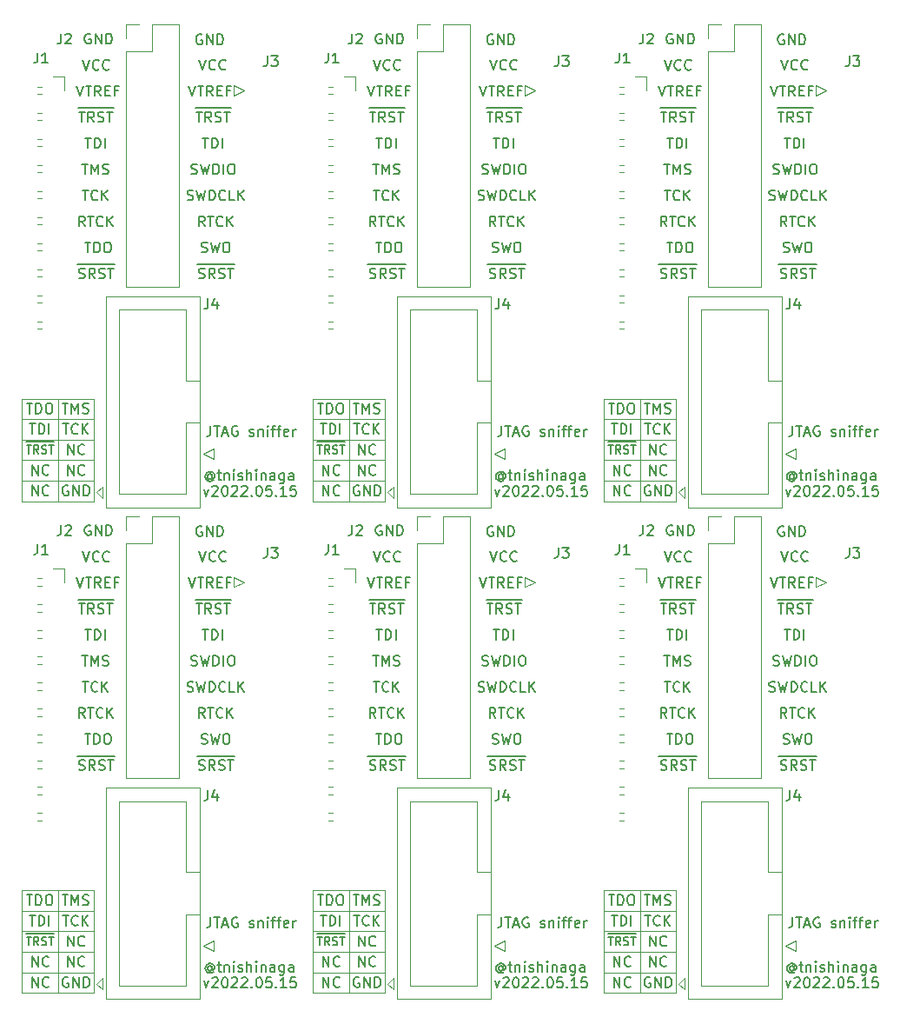
<source format=gto>
%TF.GenerationSoftware,KiCad,Pcbnew,(5.1.10-1-10_14)*%
%TF.CreationDate,2022-06-03T02:51:19+09:00*%
%TF.ProjectId,jtag_sniffer_jig,6a746167-5f73-46e6-9966-6665725f6a69,rev?*%
%TF.SameCoordinates,Original*%
%TF.FileFunction,Legend,Top*%
%TF.FilePolarity,Positive*%
%FSLAX46Y46*%
G04 Gerber Fmt 4.6, Leading zero omitted, Abs format (unit mm)*
G04 Created by KiCad (PCBNEW (5.1.10-1-10_14)) date 2022-06-03 02:51:19*
%MOMM*%
%LPD*%
G01*
G04 APERTURE LIST*
%ADD10C,0.120000*%
%ADD11C,0.150000*%
G04 APERTURE END LIST*
D10*
X211530000Y-186460000D02*
X211530000Y-187560000D01*
X183170000Y-186460000D02*
X183170000Y-187560000D01*
X154810000Y-186460000D02*
X154810000Y-187560000D01*
X211530000Y-138580000D02*
X211530000Y-139680000D01*
X183170000Y-138580000D02*
X183170000Y-139680000D01*
X207220000Y-177880000D02*
X207220000Y-187880000D01*
X178860000Y-177880000D02*
X178860000Y-187880000D01*
X150500000Y-177880000D02*
X150500000Y-187880000D01*
X207220000Y-130000000D02*
X207220000Y-140000000D01*
X178860000Y-130000000D02*
X178860000Y-140000000D01*
X203720000Y-179880000D02*
X210720000Y-179880000D01*
X175360000Y-179880000D02*
X182360000Y-179880000D01*
X147000000Y-179880000D02*
X154000000Y-179880000D01*
X203720000Y-132000000D02*
X210720000Y-132000000D01*
X175360000Y-132000000D02*
X182360000Y-132000000D01*
X203720000Y-181880000D02*
X210720000Y-181880000D01*
X175360000Y-181880000D02*
X182360000Y-181880000D01*
X147000000Y-181880000D02*
X154000000Y-181880000D01*
X203720000Y-134000000D02*
X210720000Y-134000000D01*
X175360000Y-134000000D02*
X182360000Y-134000000D01*
X203720000Y-183880000D02*
X210720000Y-183880000D01*
X175360000Y-183880000D02*
X182360000Y-183880000D01*
X147000000Y-183880000D02*
X154000000Y-183880000D01*
X203720000Y-136000000D02*
X210720000Y-136000000D01*
X175360000Y-136000000D02*
X182360000Y-136000000D01*
X203720000Y-185880000D02*
X210720000Y-185880000D01*
X175360000Y-185880000D02*
X182360000Y-185880000D01*
X147000000Y-185880000D02*
X154000000Y-185880000D01*
X203720000Y-138000000D02*
X210720000Y-138000000D01*
X175360000Y-138000000D02*
X182360000Y-138000000D01*
X211530000Y-187560000D02*
X210980000Y-187010000D01*
X183170000Y-187560000D02*
X182620000Y-187010000D01*
X154810000Y-187560000D02*
X154260000Y-187010000D01*
X211530000Y-139680000D02*
X210980000Y-139130000D01*
X183170000Y-139680000D02*
X182620000Y-139130000D01*
X210980000Y-187010000D02*
X211530000Y-186460000D01*
X182620000Y-187010000D02*
X183170000Y-186460000D01*
X154260000Y-187010000D02*
X154810000Y-186460000D01*
X210980000Y-139130000D02*
X211530000Y-138580000D01*
X182620000Y-139130000D02*
X183170000Y-138580000D01*
X203720000Y-177880000D02*
X210720000Y-177880000D01*
X175360000Y-177880000D02*
X182360000Y-177880000D01*
X147000000Y-177880000D02*
X154000000Y-177880000D01*
X203720000Y-130000000D02*
X210720000Y-130000000D01*
X175360000Y-130000000D02*
X182360000Y-130000000D01*
X210720000Y-177880000D02*
X210720000Y-187880000D01*
X182360000Y-177880000D02*
X182360000Y-187880000D01*
X154000000Y-177880000D02*
X154000000Y-187880000D01*
X210720000Y-130000000D02*
X210720000Y-140000000D01*
X182360000Y-130000000D02*
X182360000Y-140000000D01*
X210720000Y-187880000D02*
X203720000Y-187880000D01*
X182360000Y-187880000D02*
X175360000Y-187880000D01*
X154000000Y-187880000D02*
X147000000Y-187880000D01*
X210720000Y-140000000D02*
X203720000Y-140000000D01*
X182360000Y-140000000D02*
X175360000Y-140000000D01*
X203720000Y-177880000D02*
X203720000Y-187880000D01*
X175360000Y-177880000D02*
X175360000Y-187880000D01*
X147000000Y-177880000D02*
X147000000Y-187880000D01*
X203720000Y-130000000D02*
X203720000Y-140000000D01*
X175360000Y-130000000D02*
X175360000Y-140000000D01*
D11*
X208208095Y-186380000D02*
X208112857Y-186332380D01*
X207970000Y-186332380D01*
X207827142Y-186380000D01*
X207731904Y-186475238D01*
X207684285Y-186570476D01*
X207636666Y-186760952D01*
X207636666Y-186903809D01*
X207684285Y-187094285D01*
X207731904Y-187189523D01*
X207827142Y-187284761D01*
X207970000Y-187332380D01*
X208065238Y-187332380D01*
X208208095Y-187284761D01*
X208255714Y-187237142D01*
X208255714Y-186903809D01*
X208065238Y-186903809D01*
X208684285Y-187332380D02*
X208684285Y-186332380D01*
X209255714Y-187332380D01*
X209255714Y-186332380D01*
X209731904Y-187332380D02*
X209731904Y-186332380D01*
X209970000Y-186332380D01*
X210112857Y-186380000D01*
X210208095Y-186475238D01*
X210255714Y-186570476D01*
X210303333Y-186760952D01*
X210303333Y-186903809D01*
X210255714Y-187094285D01*
X210208095Y-187189523D01*
X210112857Y-187284761D01*
X209970000Y-187332380D01*
X209731904Y-187332380D01*
X179848095Y-186380000D02*
X179752857Y-186332380D01*
X179610000Y-186332380D01*
X179467142Y-186380000D01*
X179371904Y-186475238D01*
X179324285Y-186570476D01*
X179276666Y-186760952D01*
X179276666Y-186903809D01*
X179324285Y-187094285D01*
X179371904Y-187189523D01*
X179467142Y-187284761D01*
X179610000Y-187332380D01*
X179705238Y-187332380D01*
X179848095Y-187284761D01*
X179895714Y-187237142D01*
X179895714Y-186903809D01*
X179705238Y-186903809D01*
X180324285Y-187332380D02*
X180324285Y-186332380D01*
X180895714Y-187332380D01*
X180895714Y-186332380D01*
X181371904Y-187332380D02*
X181371904Y-186332380D01*
X181610000Y-186332380D01*
X181752857Y-186380000D01*
X181848095Y-186475238D01*
X181895714Y-186570476D01*
X181943333Y-186760952D01*
X181943333Y-186903809D01*
X181895714Y-187094285D01*
X181848095Y-187189523D01*
X181752857Y-187284761D01*
X181610000Y-187332380D01*
X181371904Y-187332380D01*
X151488095Y-186380000D02*
X151392857Y-186332380D01*
X151250000Y-186332380D01*
X151107142Y-186380000D01*
X151011904Y-186475238D01*
X150964285Y-186570476D01*
X150916666Y-186760952D01*
X150916666Y-186903809D01*
X150964285Y-187094285D01*
X151011904Y-187189523D01*
X151107142Y-187284761D01*
X151250000Y-187332380D01*
X151345238Y-187332380D01*
X151488095Y-187284761D01*
X151535714Y-187237142D01*
X151535714Y-186903809D01*
X151345238Y-186903809D01*
X151964285Y-187332380D02*
X151964285Y-186332380D01*
X152535714Y-187332380D01*
X152535714Y-186332380D01*
X153011904Y-187332380D02*
X153011904Y-186332380D01*
X153250000Y-186332380D01*
X153392857Y-186380000D01*
X153488095Y-186475238D01*
X153535714Y-186570476D01*
X153583333Y-186760952D01*
X153583333Y-186903809D01*
X153535714Y-187094285D01*
X153488095Y-187189523D01*
X153392857Y-187284761D01*
X153250000Y-187332380D01*
X153011904Y-187332380D01*
X208208095Y-138500000D02*
X208112857Y-138452380D01*
X207970000Y-138452380D01*
X207827142Y-138500000D01*
X207731904Y-138595238D01*
X207684285Y-138690476D01*
X207636666Y-138880952D01*
X207636666Y-139023809D01*
X207684285Y-139214285D01*
X207731904Y-139309523D01*
X207827142Y-139404761D01*
X207970000Y-139452380D01*
X208065238Y-139452380D01*
X208208095Y-139404761D01*
X208255714Y-139357142D01*
X208255714Y-139023809D01*
X208065238Y-139023809D01*
X208684285Y-139452380D02*
X208684285Y-138452380D01*
X209255714Y-139452380D01*
X209255714Y-138452380D01*
X209731904Y-139452380D02*
X209731904Y-138452380D01*
X209970000Y-138452380D01*
X210112857Y-138500000D01*
X210208095Y-138595238D01*
X210255714Y-138690476D01*
X210303333Y-138880952D01*
X210303333Y-139023809D01*
X210255714Y-139214285D01*
X210208095Y-139309523D01*
X210112857Y-139404761D01*
X209970000Y-139452380D01*
X209731904Y-139452380D01*
X179848095Y-138500000D02*
X179752857Y-138452380D01*
X179610000Y-138452380D01*
X179467142Y-138500000D01*
X179371904Y-138595238D01*
X179324285Y-138690476D01*
X179276666Y-138880952D01*
X179276666Y-139023809D01*
X179324285Y-139214285D01*
X179371904Y-139309523D01*
X179467142Y-139404761D01*
X179610000Y-139452380D01*
X179705238Y-139452380D01*
X179848095Y-139404761D01*
X179895714Y-139357142D01*
X179895714Y-139023809D01*
X179705238Y-139023809D01*
X180324285Y-139452380D02*
X180324285Y-138452380D01*
X180895714Y-139452380D01*
X180895714Y-138452380D01*
X181371904Y-139452380D02*
X181371904Y-138452380D01*
X181610000Y-138452380D01*
X181752857Y-138500000D01*
X181848095Y-138595238D01*
X181895714Y-138690476D01*
X181943333Y-138880952D01*
X181943333Y-139023809D01*
X181895714Y-139214285D01*
X181848095Y-139309523D01*
X181752857Y-139404761D01*
X181610000Y-139452380D01*
X181371904Y-139452380D01*
X204684285Y-187332380D02*
X204684285Y-186332380D01*
X205255714Y-187332380D01*
X205255714Y-186332380D01*
X206303333Y-187237142D02*
X206255714Y-187284761D01*
X206112857Y-187332380D01*
X206017619Y-187332380D01*
X205874761Y-187284761D01*
X205779523Y-187189523D01*
X205731904Y-187094285D01*
X205684285Y-186903809D01*
X205684285Y-186760952D01*
X205731904Y-186570476D01*
X205779523Y-186475238D01*
X205874761Y-186380000D01*
X206017619Y-186332380D01*
X206112857Y-186332380D01*
X206255714Y-186380000D01*
X206303333Y-186427619D01*
X176324285Y-187332380D02*
X176324285Y-186332380D01*
X176895714Y-187332380D01*
X176895714Y-186332380D01*
X177943333Y-187237142D02*
X177895714Y-187284761D01*
X177752857Y-187332380D01*
X177657619Y-187332380D01*
X177514761Y-187284761D01*
X177419523Y-187189523D01*
X177371904Y-187094285D01*
X177324285Y-186903809D01*
X177324285Y-186760952D01*
X177371904Y-186570476D01*
X177419523Y-186475238D01*
X177514761Y-186380000D01*
X177657619Y-186332380D01*
X177752857Y-186332380D01*
X177895714Y-186380000D01*
X177943333Y-186427619D01*
X147964285Y-187332380D02*
X147964285Y-186332380D01*
X148535714Y-187332380D01*
X148535714Y-186332380D01*
X149583333Y-187237142D02*
X149535714Y-187284761D01*
X149392857Y-187332380D01*
X149297619Y-187332380D01*
X149154761Y-187284761D01*
X149059523Y-187189523D01*
X149011904Y-187094285D01*
X148964285Y-186903809D01*
X148964285Y-186760952D01*
X149011904Y-186570476D01*
X149059523Y-186475238D01*
X149154761Y-186380000D01*
X149297619Y-186332380D01*
X149392857Y-186332380D01*
X149535714Y-186380000D01*
X149583333Y-186427619D01*
X204684285Y-139452380D02*
X204684285Y-138452380D01*
X205255714Y-139452380D01*
X205255714Y-138452380D01*
X206303333Y-139357142D02*
X206255714Y-139404761D01*
X206112857Y-139452380D01*
X206017619Y-139452380D01*
X205874761Y-139404761D01*
X205779523Y-139309523D01*
X205731904Y-139214285D01*
X205684285Y-139023809D01*
X205684285Y-138880952D01*
X205731904Y-138690476D01*
X205779523Y-138595238D01*
X205874761Y-138500000D01*
X206017619Y-138452380D01*
X206112857Y-138452380D01*
X206255714Y-138500000D01*
X206303333Y-138547619D01*
X176324285Y-139452380D02*
X176324285Y-138452380D01*
X176895714Y-139452380D01*
X176895714Y-138452380D01*
X177943333Y-139357142D02*
X177895714Y-139404761D01*
X177752857Y-139452380D01*
X177657619Y-139452380D01*
X177514761Y-139404761D01*
X177419523Y-139309523D01*
X177371904Y-139214285D01*
X177324285Y-139023809D01*
X177324285Y-138880952D01*
X177371904Y-138690476D01*
X177419523Y-138595238D01*
X177514761Y-138500000D01*
X177657619Y-138452380D01*
X177752857Y-138452380D01*
X177895714Y-138500000D01*
X177943333Y-138547619D01*
X208184285Y-185332380D02*
X208184285Y-184332380D01*
X208755714Y-185332380D01*
X208755714Y-184332380D01*
X209803333Y-185237142D02*
X209755714Y-185284761D01*
X209612857Y-185332380D01*
X209517619Y-185332380D01*
X209374761Y-185284761D01*
X209279523Y-185189523D01*
X209231904Y-185094285D01*
X209184285Y-184903809D01*
X209184285Y-184760952D01*
X209231904Y-184570476D01*
X209279523Y-184475238D01*
X209374761Y-184380000D01*
X209517619Y-184332380D01*
X209612857Y-184332380D01*
X209755714Y-184380000D01*
X209803333Y-184427619D01*
X179824285Y-185332380D02*
X179824285Y-184332380D01*
X180395714Y-185332380D01*
X180395714Y-184332380D01*
X181443333Y-185237142D02*
X181395714Y-185284761D01*
X181252857Y-185332380D01*
X181157619Y-185332380D01*
X181014761Y-185284761D01*
X180919523Y-185189523D01*
X180871904Y-185094285D01*
X180824285Y-184903809D01*
X180824285Y-184760952D01*
X180871904Y-184570476D01*
X180919523Y-184475238D01*
X181014761Y-184380000D01*
X181157619Y-184332380D01*
X181252857Y-184332380D01*
X181395714Y-184380000D01*
X181443333Y-184427619D01*
X151464285Y-185332380D02*
X151464285Y-184332380D01*
X152035714Y-185332380D01*
X152035714Y-184332380D01*
X153083333Y-185237142D02*
X153035714Y-185284761D01*
X152892857Y-185332380D01*
X152797619Y-185332380D01*
X152654761Y-185284761D01*
X152559523Y-185189523D01*
X152511904Y-185094285D01*
X152464285Y-184903809D01*
X152464285Y-184760952D01*
X152511904Y-184570476D01*
X152559523Y-184475238D01*
X152654761Y-184380000D01*
X152797619Y-184332380D01*
X152892857Y-184332380D01*
X153035714Y-184380000D01*
X153083333Y-184427619D01*
X208184285Y-137452380D02*
X208184285Y-136452380D01*
X208755714Y-137452380D01*
X208755714Y-136452380D01*
X209803333Y-137357142D02*
X209755714Y-137404761D01*
X209612857Y-137452380D01*
X209517619Y-137452380D01*
X209374761Y-137404761D01*
X209279523Y-137309523D01*
X209231904Y-137214285D01*
X209184285Y-137023809D01*
X209184285Y-136880952D01*
X209231904Y-136690476D01*
X209279523Y-136595238D01*
X209374761Y-136500000D01*
X209517619Y-136452380D01*
X209612857Y-136452380D01*
X209755714Y-136500000D01*
X209803333Y-136547619D01*
X179824285Y-137452380D02*
X179824285Y-136452380D01*
X180395714Y-137452380D01*
X180395714Y-136452380D01*
X181443333Y-137357142D02*
X181395714Y-137404761D01*
X181252857Y-137452380D01*
X181157619Y-137452380D01*
X181014761Y-137404761D01*
X180919523Y-137309523D01*
X180871904Y-137214285D01*
X180824285Y-137023809D01*
X180824285Y-136880952D01*
X180871904Y-136690476D01*
X180919523Y-136595238D01*
X181014761Y-136500000D01*
X181157619Y-136452380D01*
X181252857Y-136452380D01*
X181395714Y-136500000D01*
X181443333Y-136547619D01*
X204446190Y-180332380D02*
X205017619Y-180332380D01*
X204731904Y-181332380D02*
X204731904Y-180332380D01*
X205350952Y-181332380D02*
X205350952Y-180332380D01*
X205589047Y-180332380D01*
X205731904Y-180380000D01*
X205827142Y-180475238D01*
X205874761Y-180570476D01*
X205922380Y-180760952D01*
X205922380Y-180903809D01*
X205874761Y-181094285D01*
X205827142Y-181189523D01*
X205731904Y-181284761D01*
X205589047Y-181332380D01*
X205350952Y-181332380D01*
X206350952Y-181332380D02*
X206350952Y-180332380D01*
X176086190Y-180332380D02*
X176657619Y-180332380D01*
X176371904Y-181332380D02*
X176371904Y-180332380D01*
X176990952Y-181332380D02*
X176990952Y-180332380D01*
X177229047Y-180332380D01*
X177371904Y-180380000D01*
X177467142Y-180475238D01*
X177514761Y-180570476D01*
X177562380Y-180760952D01*
X177562380Y-180903809D01*
X177514761Y-181094285D01*
X177467142Y-181189523D01*
X177371904Y-181284761D01*
X177229047Y-181332380D01*
X176990952Y-181332380D01*
X177990952Y-181332380D02*
X177990952Y-180332380D01*
X147726190Y-180332380D02*
X148297619Y-180332380D01*
X148011904Y-181332380D02*
X148011904Y-180332380D01*
X148630952Y-181332380D02*
X148630952Y-180332380D01*
X148869047Y-180332380D01*
X149011904Y-180380000D01*
X149107142Y-180475238D01*
X149154761Y-180570476D01*
X149202380Y-180760952D01*
X149202380Y-180903809D01*
X149154761Y-181094285D01*
X149107142Y-181189523D01*
X149011904Y-181284761D01*
X148869047Y-181332380D01*
X148630952Y-181332380D01*
X149630952Y-181332380D02*
X149630952Y-180332380D01*
X204446190Y-132452380D02*
X205017619Y-132452380D01*
X204731904Y-133452380D02*
X204731904Y-132452380D01*
X205350952Y-133452380D02*
X205350952Y-132452380D01*
X205589047Y-132452380D01*
X205731904Y-132500000D01*
X205827142Y-132595238D01*
X205874761Y-132690476D01*
X205922380Y-132880952D01*
X205922380Y-133023809D01*
X205874761Y-133214285D01*
X205827142Y-133309523D01*
X205731904Y-133404761D01*
X205589047Y-133452380D01*
X205350952Y-133452380D01*
X206350952Y-133452380D02*
X206350952Y-132452380D01*
X176086190Y-132452380D02*
X176657619Y-132452380D01*
X176371904Y-133452380D02*
X176371904Y-132452380D01*
X176990952Y-133452380D02*
X176990952Y-132452380D01*
X177229047Y-132452380D01*
X177371904Y-132500000D01*
X177467142Y-132595238D01*
X177514761Y-132690476D01*
X177562380Y-132880952D01*
X177562380Y-133023809D01*
X177514761Y-133214285D01*
X177467142Y-133309523D01*
X177371904Y-133404761D01*
X177229047Y-133452380D01*
X176990952Y-133452380D01*
X177990952Y-133452380D02*
X177990952Y-132452380D01*
X204684285Y-185332380D02*
X204684285Y-184332380D01*
X205255714Y-185332380D01*
X205255714Y-184332380D01*
X206303333Y-185237142D02*
X206255714Y-185284761D01*
X206112857Y-185332380D01*
X206017619Y-185332380D01*
X205874761Y-185284761D01*
X205779523Y-185189523D01*
X205731904Y-185094285D01*
X205684285Y-184903809D01*
X205684285Y-184760952D01*
X205731904Y-184570476D01*
X205779523Y-184475238D01*
X205874761Y-184380000D01*
X206017619Y-184332380D01*
X206112857Y-184332380D01*
X206255714Y-184380000D01*
X206303333Y-184427619D01*
X176324285Y-185332380D02*
X176324285Y-184332380D01*
X176895714Y-185332380D01*
X176895714Y-184332380D01*
X177943333Y-185237142D02*
X177895714Y-185284761D01*
X177752857Y-185332380D01*
X177657619Y-185332380D01*
X177514761Y-185284761D01*
X177419523Y-185189523D01*
X177371904Y-185094285D01*
X177324285Y-184903809D01*
X177324285Y-184760952D01*
X177371904Y-184570476D01*
X177419523Y-184475238D01*
X177514761Y-184380000D01*
X177657619Y-184332380D01*
X177752857Y-184332380D01*
X177895714Y-184380000D01*
X177943333Y-184427619D01*
X147964285Y-185332380D02*
X147964285Y-184332380D01*
X148535714Y-185332380D01*
X148535714Y-184332380D01*
X149583333Y-185237142D02*
X149535714Y-185284761D01*
X149392857Y-185332380D01*
X149297619Y-185332380D01*
X149154761Y-185284761D01*
X149059523Y-185189523D01*
X149011904Y-185094285D01*
X148964285Y-184903809D01*
X148964285Y-184760952D01*
X149011904Y-184570476D01*
X149059523Y-184475238D01*
X149154761Y-184380000D01*
X149297619Y-184332380D01*
X149392857Y-184332380D01*
X149535714Y-184380000D01*
X149583333Y-184427619D01*
X204684285Y-137452380D02*
X204684285Y-136452380D01*
X205255714Y-137452380D01*
X205255714Y-136452380D01*
X206303333Y-137357142D02*
X206255714Y-137404761D01*
X206112857Y-137452380D01*
X206017619Y-137452380D01*
X205874761Y-137404761D01*
X205779523Y-137309523D01*
X205731904Y-137214285D01*
X205684285Y-137023809D01*
X205684285Y-136880952D01*
X205731904Y-136690476D01*
X205779523Y-136595238D01*
X205874761Y-136500000D01*
X206017619Y-136452380D01*
X206112857Y-136452380D01*
X206255714Y-136500000D01*
X206303333Y-136547619D01*
X176324285Y-137452380D02*
X176324285Y-136452380D01*
X176895714Y-137452380D01*
X176895714Y-136452380D01*
X177943333Y-137357142D02*
X177895714Y-137404761D01*
X177752857Y-137452380D01*
X177657619Y-137452380D01*
X177514761Y-137404761D01*
X177419523Y-137309523D01*
X177371904Y-137214285D01*
X177324285Y-137023809D01*
X177324285Y-136880952D01*
X177371904Y-136690476D01*
X177419523Y-136595238D01*
X177514761Y-136500000D01*
X177657619Y-136452380D01*
X177752857Y-136452380D01*
X177895714Y-136500000D01*
X177943333Y-136547619D01*
X208184285Y-183332380D02*
X208184285Y-182332380D01*
X208755714Y-183332380D01*
X208755714Y-182332380D01*
X209803333Y-183237142D02*
X209755714Y-183284761D01*
X209612857Y-183332380D01*
X209517619Y-183332380D01*
X209374761Y-183284761D01*
X209279523Y-183189523D01*
X209231904Y-183094285D01*
X209184285Y-182903809D01*
X209184285Y-182760952D01*
X209231904Y-182570476D01*
X209279523Y-182475238D01*
X209374761Y-182380000D01*
X209517619Y-182332380D01*
X209612857Y-182332380D01*
X209755714Y-182380000D01*
X209803333Y-182427619D01*
X179824285Y-183332380D02*
X179824285Y-182332380D01*
X180395714Y-183332380D01*
X180395714Y-182332380D01*
X181443333Y-183237142D02*
X181395714Y-183284761D01*
X181252857Y-183332380D01*
X181157619Y-183332380D01*
X181014761Y-183284761D01*
X180919523Y-183189523D01*
X180871904Y-183094285D01*
X180824285Y-182903809D01*
X180824285Y-182760952D01*
X180871904Y-182570476D01*
X180919523Y-182475238D01*
X181014761Y-182380000D01*
X181157619Y-182332380D01*
X181252857Y-182332380D01*
X181395714Y-182380000D01*
X181443333Y-182427619D01*
X151464285Y-183332380D02*
X151464285Y-182332380D01*
X152035714Y-183332380D01*
X152035714Y-182332380D01*
X153083333Y-183237142D02*
X153035714Y-183284761D01*
X152892857Y-183332380D01*
X152797619Y-183332380D01*
X152654761Y-183284761D01*
X152559523Y-183189523D01*
X152511904Y-183094285D01*
X152464285Y-182903809D01*
X152464285Y-182760952D01*
X152511904Y-182570476D01*
X152559523Y-182475238D01*
X152654761Y-182380000D01*
X152797619Y-182332380D01*
X152892857Y-182332380D01*
X153035714Y-182380000D01*
X153083333Y-182427619D01*
X208184285Y-135452380D02*
X208184285Y-134452380D01*
X208755714Y-135452380D01*
X208755714Y-134452380D01*
X209803333Y-135357142D02*
X209755714Y-135404761D01*
X209612857Y-135452380D01*
X209517619Y-135452380D01*
X209374761Y-135404761D01*
X209279523Y-135309523D01*
X209231904Y-135214285D01*
X209184285Y-135023809D01*
X209184285Y-134880952D01*
X209231904Y-134690476D01*
X209279523Y-134595238D01*
X209374761Y-134500000D01*
X209517619Y-134452380D01*
X209612857Y-134452380D01*
X209755714Y-134500000D01*
X209803333Y-134547619D01*
X179824285Y-135452380D02*
X179824285Y-134452380D01*
X180395714Y-135452380D01*
X180395714Y-134452380D01*
X181443333Y-135357142D02*
X181395714Y-135404761D01*
X181252857Y-135452380D01*
X181157619Y-135452380D01*
X181014761Y-135404761D01*
X180919523Y-135309523D01*
X180871904Y-135214285D01*
X180824285Y-135023809D01*
X180824285Y-134880952D01*
X180871904Y-134690476D01*
X180919523Y-134595238D01*
X181014761Y-134500000D01*
X181157619Y-134452380D01*
X181252857Y-134452380D01*
X181395714Y-134500000D01*
X181443333Y-134547619D01*
X222213333Y-185336190D02*
X222165714Y-185288571D01*
X222070476Y-185240952D01*
X221975238Y-185240952D01*
X221880000Y-185288571D01*
X221832380Y-185336190D01*
X221784761Y-185431428D01*
X221784761Y-185526666D01*
X221832380Y-185621904D01*
X221880000Y-185669523D01*
X221975238Y-185717142D01*
X222070476Y-185717142D01*
X222165714Y-185669523D01*
X222213333Y-185621904D01*
X222213333Y-185240952D02*
X222213333Y-185621904D01*
X222260952Y-185669523D01*
X222308571Y-185669523D01*
X222403809Y-185621904D01*
X222451428Y-185526666D01*
X222451428Y-185288571D01*
X222356190Y-185145714D01*
X222213333Y-185050476D01*
X222022857Y-185002857D01*
X221832380Y-185050476D01*
X221689523Y-185145714D01*
X221594285Y-185288571D01*
X221546666Y-185479047D01*
X221594285Y-185669523D01*
X221689523Y-185812380D01*
X221832380Y-185907619D01*
X222022857Y-185955238D01*
X222213333Y-185907619D01*
X222356190Y-185812380D01*
X222737142Y-185145714D02*
X223118095Y-185145714D01*
X222880000Y-184812380D02*
X222880000Y-185669523D01*
X222927619Y-185764761D01*
X223022857Y-185812380D01*
X223118095Y-185812380D01*
X223451428Y-185145714D02*
X223451428Y-185812380D01*
X223451428Y-185240952D02*
X223499047Y-185193333D01*
X223594285Y-185145714D01*
X223737142Y-185145714D01*
X223832380Y-185193333D01*
X223880000Y-185288571D01*
X223880000Y-185812380D01*
X224356190Y-185812380D02*
X224356190Y-185145714D01*
X224356190Y-184812380D02*
X224308571Y-184860000D01*
X224356190Y-184907619D01*
X224403809Y-184860000D01*
X224356190Y-184812380D01*
X224356190Y-184907619D01*
X224784761Y-185764761D02*
X224880000Y-185812380D01*
X225070476Y-185812380D01*
X225165714Y-185764761D01*
X225213333Y-185669523D01*
X225213333Y-185621904D01*
X225165714Y-185526666D01*
X225070476Y-185479047D01*
X224927619Y-185479047D01*
X224832380Y-185431428D01*
X224784761Y-185336190D01*
X224784761Y-185288571D01*
X224832380Y-185193333D01*
X224927619Y-185145714D01*
X225070476Y-185145714D01*
X225165714Y-185193333D01*
X225641904Y-185812380D02*
X225641904Y-184812380D01*
X226070476Y-185812380D02*
X226070476Y-185288571D01*
X226022857Y-185193333D01*
X225927619Y-185145714D01*
X225784761Y-185145714D01*
X225689523Y-185193333D01*
X225641904Y-185240952D01*
X226546666Y-185812380D02*
X226546666Y-185145714D01*
X226546666Y-184812380D02*
X226499047Y-184860000D01*
X226546666Y-184907619D01*
X226594285Y-184860000D01*
X226546666Y-184812380D01*
X226546666Y-184907619D01*
X227022857Y-185145714D02*
X227022857Y-185812380D01*
X227022857Y-185240952D02*
X227070476Y-185193333D01*
X227165714Y-185145714D01*
X227308571Y-185145714D01*
X227403809Y-185193333D01*
X227451428Y-185288571D01*
X227451428Y-185812380D01*
X228356190Y-185812380D02*
X228356190Y-185288571D01*
X228308571Y-185193333D01*
X228213333Y-185145714D01*
X228022857Y-185145714D01*
X227927619Y-185193333D01*
X228356190Y-185764761D02*
X228260952Y-185812380D01*
X228022857Y-185812380D01*
X227927619Y-185764761D01*
X227880000Y-185669523D01*
X227880000Y-185574285D01*
X227927619Y-185479047D01*
X228022857Y-185431428D01*
X228260952Y-185431428D01*
X228356190Y-185383809D01*
X229260952Y-185145714D02*
X229260952Y-185955238D01*
X229213333Y-186050476D01*
X229165714Y-186098095D01*
X229070476Y-186145714D01*
X228927619Y-186145714D01*
X228832380Y-186098095D01*
X229260952Y-185764761D02*
X229165714Y-185812380D01*
X228975238Y-185812380D01*
X228880000Y-185764761D01*
X228832380Y-185717142D01*
X228784761Y-185621904D01*
X228784761Y-185336190D01*
X228832380Y-185240952D01*
X228880000Y-185193333D01*
X228975238Y-185145714D01*
X229165714Y-185145714D01*
X229260952Y-185193333D01*
X230165714Y-185812380D02*
X230165714Y-185288571D01*
X230118095Y-185193333D01*
X230022857Y-185145714D01*
X229832380Y-185145714D01*
X229737142Y-185193333D01*
X230165714Y-185764761D02*
X230070476Y-185812380D01*
X229832380Y-185812380D01*
X229737142Y-185764761D01*
X229689523Y-185669523D01*
X229689523Y-185574285D01*
X229737142Y-185479047D01*
X229832380Y-185431428D01*
X230070476Y-185431428D01*
X230165714Y-185383809D01*
X193853333Y-185336190D02*
X193805714Y-185288571D01*
X193710476Y-185240952D01*
X193615238Y-185240952D01*
X193520000Y-185288571D01*
X193472380Y-185336190D01*
X193424761Y-185431428D01*
X193424761Y-185526666D01*
X193472380Y-185621904D01*
X193520000Y-185669523D01*
X193615238Y-185717142D01*
X193710476Y-185717142D01*
X193805714Y-185669523D01*
X193853333Y-185621904D01*
X193853333Y-185240952D02*
X193853333Y-185621904D01*
X193900952Y-185669523D01*
X193948571Y-185669523D01*
X194043809Y-185621904D01*
X194091428Y-185526666D01*
X194091428Y-185288571D01*
X193996190Y-185145714D01*
X193853333Y-185050476D01*
X193662857Y-185002857D01*
X193472380Y-185050476D01*
X193329523Y-185145714D01*
X193234285Y-185288571D01*
X193186666Y-185479047D01*
X193234285Y-185669523D01*
X193329523Y-185812380D01*
X193472380Y-185907619D01*
X193662857Y-185955238D01*
X193853333Y-185907619D01*
X193996190Y-185812380D01*
X194377142Y-185145714D02*
X194758095Y-185145714D01*
X194520000Y-184812380D02*
X194520000Y-185669523D01*
X194567619Y-185764761D01*
X194662857Y-185812380D01*
X194758095Y-185812380D01*
X195091428Y-185145714D02*
X195091428Y-185812380D01*
X195091428Y-185240952D02*
X195139047Y-185193333D01*
X195234285Y-185145714D01*
X195377142Y-185145714D01*
X195472380Y-185193333D01*
X195520000Y-185288571D01*
X195520000Y-185812380D01*
X195996190Y-185812380D02*
X195996190Y-185145714D01*
X195996190Y-184812380D02*
X195948571Y-184860000D01*
X195996190Y-184907619D01*
X196043809Y-184860000D01*
X195996190Y-184812380D01*
X195996190Y-184907619D01*
X196424761Y-185764761D02*
X196520000Y-185812380D01*
X196710476Y-185812380D01*
X196805714Y-185764761D01*
X196853333Y-185669523D01*
X196853333Y-185621904D01*
X196805714Y-185526666D01*
X196710476Y-185479047D01*
X196567619Y-185479047D01*
X196472380Y-185431428D01*
X196424761Y-185336190D01*
X196424761Y-185288571D01*
X196472380Y-185193333D01*
X196567619Y-185145714D01*
X196710476Y-185145714D01*
X196805714Y-185193333D01*
X197281904Y-185812380D02*
X197281904Y-184812380D01*
X197710476Y-185812380D02*
X197710476Y-185288571D01*
X197662857Y-185193333D01*
X197567619Y-185145714D01*
X197424761Y-185145714D01*
X197329523Y-185193333D01*
X197281904Y-185240952D01*
X198186666Y-185812380D02*
X198186666Y-185145714D01*
X198186666Y-184812380D02*
X198139047Y-184860000D01*
X198186666Y-184907619D01*
X198234285Y-184860000D01*
X198186666Y-184812380D01*
X198186666Y-184907619D01*
X198662857Y-185145714D02*
X198662857Y-185812380D01*
X198662857Y-185240952D02*
X198710476Y-185193333D01*
X198805714Y-185145714D01*
X198948571Y-185145714D01*
X199043809Y-185193333D01*
X199091428Y-185288571D01*
X199091428Y-185812380D01*
X199996190Y-185812380D02*
X199996190Y-185288571D01*
X199948571Y-185193333D01*
X199853333Y-185145714D01*
X199662857Y-185145714D01*
X199567619Y-185193333D01*
X199996190Y-185764761D02*
X199900952Y-185812380D01*
X199662857Y-185812380D01*
X199567619Y-185764761D01*
X199520000Y-185669523D01*
X199520000Y-185574285D01*
X199567619Y-185479047D01*
X199662857Y-185431428D01*
X199900952Y-185431428D01*
X199996190Y-185383809D01*
X200900952Y-185145714D02*
X200900952Y-185955238D01*
X200853333Y-186050476D01*
X200805714Y-186098095D01*
X200710476Y-186145714D01*
X200567619Y-186145714D01*
X200472380Y-186098095D01*
X200900952Y-185764761D02*
X200805714Y-185812380D01*
X200615238Y-185812380D01*
X200520000Y-185764761D01*
X200472380Y-185717142D01*
X200424761Y-185621904D01*
X200424761Y-185336190D01*
X200472380Y-185240952D01*
X200520000Y-185193333D01*
X200615238Y-185145714D01*
X200805714Y-185145714D01*
X200900952Y-185193333D01*
X201805714Y-185812380D02*
X201805714Y-185288571D01*
X201758095Y-185193333D01*
X201662857Y-185145714D01*
X201472380Y-185145714D01*
X201377142Y-185193333D01*
X201805714Y-185764761D02*
X201710476Y-185812380D01*
X201472380Y-185812380D01*
X201377142Y-185764761D01*
X201329523Y-185669523D01*
X201329523Y-185574285D01*
X201377142Y-185479047D01*
X201472380Y-185431428D01*
X201710476Y-185431428D01*
X201805714Y-185383809D01*
X165493333Y-185336190D02*
X165445714Y-185288571D01*
X165350476Y-185240952D01*
X165255238Y-185240952D01*
X165160000Y-185288571D01*
X165112380Y-185336190D01*
X165064761Y-185431428D01*
X165064761Y-185526666D01*
X165112380Y-185621904D01*
X165160000Y-185669523D01*
X165255238Y-185717142D01*
X165350476Y-185717142D01*
X165445714Y-185669523D01*
X165493333Y-185621904D01*
X165493333Y-185240952D02*
X165493333Y-185621904D01*
X165540952Y-185669523D01*
X165588571Y-185669523D01*
X165683809Y-185621904D01*
X165731428Y-185526666D01*
X165731428Y-185288571D01*
X165636190Y-185145714D01*
X165493333Y-185050476D01*
X165302857Y-185002857D01*
X165112380Y-185050476D01*
X164969523Y-185145714D01*
X164874285Y-185288571D01*
X164826666Y-185479047D01*
X164874285Y-185669523D01*
X164969523Y-185812380D01*
X165112380Y-185907619D01*
X165302857Y-185955238D01*
X165493333Y-185907619D01*
X165636190Y-185812380D01*
X166017142Y-185145714D02*
X166398095Y-185145714D01*
X166160000Y-184812380D02*
X166160000Y-185669523D01*
X166207619Y-185764761D01*
X166302857Y-185812380D01*
X166398095Y-185812380D01*
X166731428Y-185145714D02*
X166731428Y-185812380D01*
X166731428Y-185240952D02*
X166779047Y-185193333D01*
X166874285Y-185145714D01*
X167017142Y-185145714D01*
X167112380Y-185193333D01*
X167160000Y-185288571D01*
X167160000Y-185812380D01*
X167636190Y-185812380D02*
X167636190Y-185145714D01*
X167636190Y-184812380D02*
X167588571Y-184860000D01*
X167636190Y-184907619D01*
X167683809Y-184860000D01*
X167636190Y-184812380D01*
X167636190Y-184907619D01*
X168064761Y-185764761D02*
X168160000Y-185812380D01*
X168350476Y-185812380D01*
X168445714Y-185764761D01*
X168493333Y-185669523D01*
X168493333Y-185621904D01*
X168445714Y-185526666D01*
X168350476Y-185479047D01*
X168207619Y-185479047D01*
X168112380Y-185431428D01*
X168064761Y-185336190D01*
X168064761Y-185288571D01*
X168112380Y-185193333D01*
X168207619Y-185145714D01*
X168350476Y-185145714D01*
X168445714Y-185193333D01*
X168921904Y-185812380D02*
X168921904Y-184812380D01*
X169350476Y-185812380D02*
X169350476Y-185288571D01*
X169302857Y-185193333D01*
X169207619Y-185145714D01*
X169064761Y-185145714D01*
X168969523Y-185193333D01*
X168921904Y-185240952D01*
X169826666Y-185812380D02*
X169826666Y-185145714D01*
X169826666Y-184812380D02*
X169779047Y-184860000D01*
X169826666Y-184907619D01*
X169874285Y-184860000D01*
X169826666Y-184812380D01*
X169826666Y-184907619D01*
X170302857Y-185145714D02*
X170302857Y-185812380D01*
X170302857Y-185240952D02*
X170350476Y-185193333D01*
X170445714Y-185145714D01*
X170588571Y-185145714D01*
X170683809Y-185193333D01*
X170731428Y-185288571D01*
X170731428Y-185812380D01*
X171636190Y-185812380D02*
X171636190Y-185288571D01*
X171588571Y-185193333D01*
X171493333Y-185145714D01*
X171302857Y-185145714D01*
X171207619Y-185193333D01*
X171636190Y-185764761D02*
X171540952Y-185812380D01*
X171302857Y-185812380D01*
X171207619Y-185764761D01*
X171160000Y-185669523D01*
X171160000Y-185574285D01*
X171207619Y-185479047D01*
X171302857Y-185431428D01*
X171540952Y-185431428D01*
X171636190Y-185383809D01*
X172540952Y-185145714D02*
X172540952Y-185955238D01*
X172493333Y-186050476D01*
X172445714Y-186098095D01*
X172350476Y-186145714D01*
X172207619Y-186145714D01*
X172112380Y-186098095D01*
X172540952Y-185764761D02*
X172445714Y-185812380D01*
X172255238Y-185812380D01*
X172160000Y-185764761D01*
X172112380Y-185717142D01*
X172064761Y-185621904D01*
X172064761Y-185336190D01*
X172112380Y-185240952D01*
X172160000Y-185193333D01*
X172255238Y-185145714D01*
X172445714Y-185145714D01*
X172540952Y-185193333D01*
X173445714Y-185812380D02*
X173445714Y-185288571D01*
X173398095Y-185193333D01*
X173302857Y-185145714D01*
X173112380Y-185145714D01*
X173017142Y-185193333D01*
X173445714Y-185764761D02*
X173350476Y-185812380D01*
X173112380Y-185812380D01*
X173017142Y-185764761D01*
X172969523Y-185669523D01*
X172969523Y-185574285D01*
X173017142Y-185479047D01*
X173112380Y-185431428D01*
X173350476Y-185431428D01*
X173445714Y-185383809D01*
X222213333Y-137456190D02*
X222165714Y-137408571D01*
X222070476Y-137360952D01*
X221975238Y-137360952D01*
X221880000Y-137408571D01*
X221832380Y-137456190D01*
X221784761Y-137551428D01*
X221784761Y-137646666D01*
X221832380Y-137741904D01*
X221880000Y-137789523D01*
X221975238Y-137837142D01*
X222070476Y-137837142D01*
X222165714Y-137789523D01*
X222213333Y-137741904D01*
X222213333Y-137360952D02*
X222213333Y-137741904D01*
X222260952Y-137789523D01*
X222308571Y-137789523D01*
X222403809Y-137741904D01*
X222451428Y-137646666D01*
X222451428Y-137408571D01*
X222356190Y-137265714D01*
X222213333Y-137170476D01*
X222022857Y-137122857D01*
X221832380Y-137170476D01*
X221689523Y-137265714D01*
X221594285Y-137408571D01*
X221546666Y-137599047D01*
X221594285Y-137789523D01*
X221689523Y-137932380D01*
X221832380Y-138027619D01*
X222022857Y-138075238D01*
X222213333Y-138027619D01*
X222356190Y-137932380D01*
X222737142Y-137265714D02*
X223118095Y-137265714D01*
X222880000Y-136932380D02*
X222880000Y-137789523D01*
X222927619Y-137884761D01*
X223022857Y-137932380D01*
X223118095Y-137932380D01*
X223451428Y-137265714D02*
X223451428Y-137932380D01*
X223451428Y-137360952D02*
X223499047Y-137313333D01*
X223594285Y-137265714D01*
X223737142Y-137265714D01*
X223832380Y-137313333D01*
X223880000Y-137408571D01*
X223880000Y-137932380D01*
X224356190Y-137932380D02*
X224356190Y-137265714D01*
X224356190Y-136932380D02*
X224308571Y-136980000D01*
X224356190Y-137027619D01*
X224403809Y-136980000D01*
X224356190Y-136932380D01*
X224356190Y-137027619D01*
X224784761Y-137884761D02*
X224880000Y-137932380D01*
X225070476Y-137932380D01*
X225165714Y-137884761D01*
X225213333Y-137789523D01*
X225213333Y-137741904D01*
X225165714Y-137646666D01*
X225070476Y-137599047D01*
X224927619Y-137599047D01*
X224832380Y-137551428D01*
X224784761Y-137456190D01*
X224784761Y-137408571D01*
X224832380Y-137313333D01*
X224927619Y-137265714D01*
X225070476Y-137265714D01*
X225165714Y-137313333D01*
X225641904Y-137932380D02*
X225641904Y-136932380D01*
X226070476Y-137932380D02*
X226070476Y-137408571D01*
X226022857Y-137313333D01*
X225927619Y-137265714D01*
X225784761Y-137265714D01*
X225689523Y-137313333D01*
X225641904Y-137360952D01*
X226546666Y-137932380D02*
X226546666Y-137265714D01*
X226546666Y-136932380D02*
X226499047Y-136980000D01*
X226546666Y-137027619D01*
X226594285Y-136980000D01*
X226546666Y-136932380D01*
X226546666Y-137027619D01*
X227022857Y-137265714D02*
X227022857Y-137932380D01*
X227022857Y-137360952D02*
X227070476Y-137313333D01*
X227165714Y-137265714D01*
X227308571Y-137265714D01*
X227403809Y-137313333D01*
X227451428Y-137408571D01*
X227451428Y-137932380D01*
X228356190Y-137932380D02*
X228356190Y-137408571D01*
X228308571Y-137313333D01*
X228213333Y-137265714D01*
X228022857Y-137265714D01*
X227927619Y-137313333D01*
X228356190Y-137884761D02*
X228260952Y-137932380D01*
X228022857Y-137932380D01*
X227927619Y-137884761D01*
X227880000Y-137789523D01*
X227880000Y-137694285D01*
X227927619Y-137599047D01*
X228022857Y-137551428D01*
X228260952Y-137551428D01*
X228356190Y-137503809D01*
X229260952Y-137265714D02*
X229260952Y-138075238D01*
X229213333Y-138170476D01*
X229165714Y-138218095D01*
X229070476Y-138265714D01*
X228927619Y-138265714D01*
X228832380Y-138218095D01*
X229260952Y-137884761D02*
X229165714Y-137932380D01*
X228975238Y-137932380D01*
X228880000Y-137884761D01*
X228832380Y-137837142D01*
X228784761Y-137741904D01*
X228784761Y-137456190D01*
X228832380Y-137360952D01*
X228880000Y-137313333D01*
X228975238Y-137265714D01*
X229165714Y-137265714D01*
X229260952Y-137313333D01*
X230165714Y-137932380D02*
X230165714Y-137408571D01*
X230118095Y-137313333D01*
X230022857Y-137265714D01*
X229832380Y-137265714D01*
X229737142Y-137313333D01*
X230165714Y-137884761D02*
X230070476Y-137932380D01*
X229832380Y-137932380D01*
X229737142Y-137884761D01*
X229689523Y-137789523D01*
X229689523Y-137694285D01*
X229737142Y-137599047D01*
X229832380Y-137551428D01*
X230070476Y-137551428D01*
X230165714Y-137503809D01*
X193853333Y-137456190D02*
X193805714Y-137408571D01*
X193710476Y-137360952D01*
X193615238Y-137360952D01*
X193520000Y-137408571D01*
X193472380Y-137456190D01*
X193424761Y-137551428D01*
X193424761Y-137646666D01*
X193472380Y-137741904D01*
X193520000Y-137789523D01*
X193615238Y-137837142D01*
X193710476Y-137837142D01*
X193805714Y-137789523D01*
X193853333Y-137741904D01*
X193853333Y-137360952D02*
X193853333Y-137741904D01*
X193900952Y-137789523D01*
X193948571Y-137789523D01*
X194043809Y-137741904D01*
X194091428Y-137646666D01*
X194091428Y-137408571D01*
X193996190Y-137265714D01*
X193853333Y-137170476D01*
X193662857Y-137122857D01*
X193472380Y-137170476D01*
X193329523Y-137265714D01*
X193234285Y-137408571D01*
X193186666Y-137599047D01*
X193234285Y-137789523D01*
X193329523Y-137932380D01*
X193472380Y-138027619D01*
X193662857Y-138075238D01*
X193853333Y-138027619D01*
X193996190Y-137932380D01*
X194377142Y-137265714D02*
X194758095Y-137265714D01*
X194520000Y-136932380D02*
X194520000Y-137789523D01*
X194567619Y-137884761D01*
X194662857Y-137932380D01*
X194758095Y-137932380D01*
X195091428Y-137265714D02*
X195091428Y-137932380D01*
X195091428Y-137360952D02*
X195139047Y-137313333D01*
X195234285Y-137265714D01*
X195377142Y-137265714D01*
X195472380Y-137313333D01*
X195520000Y-137408571D01*
X195520000Y-137932380D01*
X195996190Y-137932380D02*
X195996190Y-137265714D01*
X195996190Y-136932380D02*
X195948571Y-136980000D01*
X195996190Y-137027619D01*
X196043809Y-136980000D01*
X195996190Y-136932380D01*
X195996190Y-137027619D01*
X196424761Y-137884761D02*
X196520000Y-137932380D01*
X196710476Y-137932380D01*
X196805714Y-137884761D01*
X196853333Y-137789523D01*
X196853333Y-137741904D01*
X196805714Y-137646666D01*
X196710476Y-137599047D01*
X196567619Y-137599047D01*
X196472380Y-137551428D01*
X196424761Y-137456190D01*
X196424761Y-137408571D01*
X196472380Y-137313333D01*
X196567619Y-137265714D01*
X196710476Y-137265714D01*
X196805714Y-137313333D01*
X197281904Y-137932380D02*
X197281904Y-136932380D01*
X197710476Y-137932380D02*
X197710476Y-137408571D01*
X197662857Y-137313333D01*
X197567619Y-137265714D01*
X197424761Y-137265714D01*
X197329523Y-137313333D01*
X197281904Y-137360952D01*
X198186666Y-137932380D02*
X198186666Y-137265714D01*
X198186666Y-136932380D02*
X198139047Y-136980000D01*
X198186666Y-137027619D01*
X198234285Y-136980000D01*
X198186666Y-136932380D01*
X198186666Y-137027619D01*
X198662857Y-137265714D02*
X198662857Y-137932380D01*
X198662857Y-137360952D02*
X198710476Y-137313333D01*
X198805714Y-137265714D01*
X198948571Y-137265714D01*
X199043809Y-137313333D01*
X199091428Y-137408571D01*
X199091428Y-137932380D01*
X199996190Y-137932380D02*
X199996190Y-137408571D01*
X199948571Y-137313333D01*
X199853333Y-137265714D01*
X199662857Y-137265714D01*
X199567619Y-137313333D01*
X199996190Y-137884761D02*
X199900952Y-137932380D01*
X199662857Y-137932380D01*
X199567619Y-137884761D01*
X199520000Y-137789523D01*
X199520000Y-137694285D01*
X199567619Y-137599047D01*
X199662857Y-137551428D01*
X199900952Y-137551428D01*
X199996190Y-137503809D01*
X200900952Y-137265714D02*
X200900952Y-138075238D01*
X200853333Y-138170476D01*
X200805714Y-138218095D01*
X200710476Y-138265714D01*
X200567619Y-138265714D01*
X200472380Y-138218095D01*
X200900952Y-137884761D02*
X200805714Y-137932380D01*
X200615238Y-137932380D01*
X200520000Y-137884761D01*
X200472380Y-137837142D01*
X200424761Y-137741904D01*
X200424761Y-137456190D01*
X200472380Y-137360952D01*
X200520000Y-137313333D01*
X200615238Y-137265714D01*
X200805714Y-137265714D01*
X200900952Y-137313333D01*
X201805714Y-137932380D02*
X201805714Y-137408571D01*
X201758095Y-137313333D01*
X201662857Y-137265714D01*
X201472380Y-137265714D01*
X201377142Y-137313333D01*
X201805714Y-137884761D02*
X201710476Y-137932380D01*
X201472380Y-137932380D01*
X201377142Y-137884761D01*
X201329523Y-137789523D01*
X201329523Y-137694285D01*
X201377142Y-137599047D01*
X201472380Y-137551428D01*
X201710476Y-137551428D01*
X201805714Y-137503809D01*
X207684285Y-180332380D02*
X208255714Y-180332380D01*
X207970000Y-181332380D02*
X207970000Y-180332380D01*
X209160476Y-181237142D02*
X209112857Y-181284761D01*
X208970000Y-181332380D01*
X208874761Y-181332380D01*
X208731904Y-181284761D01*
X208636666Y-181189523D01*
X208589047Y-181094285D01*
X208541428Y-180903809D01*
X208541428Y-180760952D01*
X208589047Y-180570476D01*
X208636666Y-180475238D01*
X208731904Y-180380000D01*
X208874761Y-180332380D01*
X208970000Y-180332380D01*
X209112857Y-180380000D01*
X209160476Y-180427619D01*
X209589047Y-181332380D02*
X209589047Y-180332380D01*
X210160476Y-181332380D02*
X209731904Y-180760952D01*
X210160476Y-180332380D02*
X209589047Y-180903809D01*
X179324285Y-180332380D02*
X179895714Y-180332380D01*
X179610000Y-181332380D02*
X179610000Y-180332380D01*
X180800476Y-181237142D02*
X180752857Y-181284761D01*
X180610000Y-181332380D01*
X180514761Y-181332380D01*
X180371904Y-181284761D01*
X180276666Y-181189523D01*
X180229047Y-181094285D01*
X180181428Y-180903809D01*
X180181428Y-180760952D01*
X180229047Y-180570476D01*
X180276666Y-180475238D01*
X180371904Y-180380000D01*
X180514761Y-180332380D01*
X180610000Y-180332380D01*
X180752857Y-180380000D01*
X180800476Y-180427619D01*
X181229047Y-181332380D02*
X181229047Y-180332380D01*
X181800476Y-181332380D02*
X181371904Y-180760952D01*
X181800476Y-180332380D02*
X181229047Y-180903809D01*
X150964285Y-180332380D02*
X151535714Y-180332380D01*
X151250000Y-181332380D02*
X151250000Y-180332380D01*
X152440476Y-181237142D02*
X152392857Y-181284761D01*
X152250000Y-181332380D01*
X152154761Y-181332380D01*
X152011904Y-181284761D01*
X151916666Y-181189523D01*
X151869047Y-181094285D01*
X151821428Y-180903809D01*
X151821428Y-180760952D01*
X151869047Y-180570476D01*
X151916666Y-180475238D01*
X152011904Y-180380000D01*
X152154761Y-180332380D01*
X152250000Y-180332380D01*
X152392857Y-180380000D01*
X152440476Y-180427619D01*
X152869047Y-181332380D02*
X152869047Y-180332380D01*
X153440476Y-181332380D02*
X153011904Y-180760952D01*
X153440476Y-180332380D02*
X152869047Y-180903809D01*
X207684285Y-132452380D02*
X208255714Y-132452380D01*
X207970000Y-133452380D02*
X207970000Y-132452380D01*
X209160476Y-133357142D02*
X209112857Y-133404761D01*
X208970000Y-133452380D01*
X208874761Y-133452380D01*
X208731904Y-133404761D01*
X208636666Y-133309523D01*
X208589047Y-133214285D01*
X208541428Y-133023809D01*
X208541428Y-132880952D01*
X208589047Y-132690476D01*
X208636666Y-132595238D01*
X208731904Y-132500000D01*
X208874761Y-132452380D01*
X208970000Y-132452380D01*
X209112857Y-132500000D01*
X209160476Y-132547619D01*
X209589047Y-133452380D02*
X209589047Y-132452380D01*
X210160476Y-133452380D02*
X209731904Y-132880952D01*
X210160476Y-132452380D02*
X209589047Y-133023809D01*
X179324285Y-132452380D02*
X179895714Y-132452380D01*
X179610000Y-133452380D02*
X179610000Y-132452380D01*
X180800476Y-133357142D02*
X180752857Y-133404761D01*
X180610000Y-133452380D01*
X180514761Y-133452380D01*
X180371904Y-133404761D01*
X180276666Y-133309523D01*
X180229047Y-133214285D01*
X180181428Y-133023809D01*
X180181428Y-132880952D01*
X180229047Y-132690476D01*
X180276666Y-132595238D01*
X180371904Y-132500000D01*
X180514761Y-132452380D01*
X180610000Y-132452380D01*
X180752857Y-132500000D01*
X180800476Y-132547619D01*
X181229047Y-133452380D02*
X181229047Y-132452380D01*
X181800476Y-133452380D02*
X181371904Y-132880952D01*
X181800476Y-132452380D02*
X181229047Y-133023809D01*
X204160476Y-178332380D02*
X204731904Y-178332380D01*
X204446190Y-179332380D02*
X204446190Y-178332380D01*
X205065238Y-179332380D02*
X205065238Y-178332380D01*
X205303333Y-178332380D01*
X205446190Y-178380000D01*
X205541428Y-178475238D01*
X205589047Y-178570476D01*
X205636666Y-178760952D01*
X205636666Y-178903809D01*
X205589047Y-179094285D01*
X205541428Y-179189523D01*
X205446190Y-179284761D01*
X205303333Y-179332380D01*
X205065238Y-179332380D01*
X206255714Y-178332380D02*
X206446190Y-178332380D01*
X206541428Y-178380000D01*
X206636666Y-178475238D01*
X206684285Y-178665714D01*
X206684285Y-178999047D01*
X206636666Y-179189523D01*
X206541428Y-179284761D01*
X206446190Y-179332380D01*
X206255714Y-179332380D01*
X206160476Y-179284761D01*
X206065238Y-179189523D01*
X206017619Y-178999047D01*
X206017619Y-178665714D01*
X206065238Y-178475238D01*
X206160476Y-178380000D01*
X206255714Y-178332380D01*
X175800476Y-178332380D02*
X176371904Y-178332380D01*
X176086190Y-179332380D02*
X176086190Y-178332380D01*
X176705238Y-179332380D02*
X176705238Y-178332380D01*
X176943333Y-178332380D01*
X177086190Y-178380000D01*
X177181428Y-178475238D01*
X177229047Y-178570476D01*
X177276666Y-178760952D01*
X177276666Y-178903809D01*
X177229047Y-179094285D01*
X177181428Y-179189523D01*
X177086190Y-179284761D01*
X176943333Y-179332380D01*
X176705238Y-179332380D01*
X177895714Y-178332380D02*
X178086190Y-178332380D01*
X178181428Y-178380000D01*
X178276666Y-178475238D01*
X178324285Y-178665714D01*
X178324285Y-178999047D01*
X178276666Y-179189523D01*
X178181428Y-179284761D01*
X178086190Y-179332380D01*
X177895714Y-179332380D01*
X177800476Y-179284761D01*
X177705238Y-179189523D01*
X177657619Y-178999047D01*
X177657619Y-178665714D01*
X177705238Y-178475238D01*
X177800476Y-178380000D01*
X177895714Y-178332380D01*
X147440476Y-178332380D02*
X148011904Y-178332380D01*
X147726190Y-179332380D02*
X147726190Y-178332380D01*
X148345238Y-179332380D02*
X148345238Y-178332380D01*
X148583333Y-178332380D01*
X148726190Y-178380000D01*
X148821428Y-178475238D01*
X148869047Y-178570476D01*
X148916666Y-178760952D01*
X148916666Y-178903809D01*
X148869047Y-179094285D01*
X148821428Y-179189523D01*
X148726190Y-179284761D01*
X148583333Y-179332380D01*
X148345238Y-179332380D01*
X149535714Y-178332380D02*
X149726190Y-178332380D01*
X149821428Y-178380000D01*
X149916666Y-178475238D01*
X149964285Y-178665714D01*
X149964285Y-178999047D01*
X149916666Y-179189523D01*
X149821428Y-179284761D01*
X149726190Y-179332380D01*
X149535714Y-179332380D01*
X149440476Y-179284761D01*
X149345238Y-179189523D01*
X149297619Y-178999047D01*
X149297619Y-178665714D01*
X149345238Y-178475238D01*
X149440476Y-178380000D01*
X149535714Y-178332380D01*
X204160476Y-130452380D02*
X204731904Y-130452380D01*
X204446190Y-131452380D02*
X204446190Y-130452380D01*
X205065238Y-131452380D02*
X205065238Y-130452380D01*
X205303333Y-130452380D01*
X205446190Y-130500000D01*
X205541428Y-130595238D01*
X205589047Y-130690476D01*
X205636666Y-130880952D01*
X205636666Y-131023809D01*
X205589047Y-131214285D01*
X205541428Y-131309523D01*
X205446190Y-131404761D01*
X205303333Y-131452380D01*
X205065238Y-131452380D01*
X206255714Y-130452380D02*
X206446190Y-130452380D01*
X206541428Y-130500000D01*
X206636666Y-130595238D01*
X206684285Y-130785714D01*
X206684285Y-131119047D01*
X206636666Y-131309523D01*
X206541428Y-131404761D01*
X206446190Y-131452380D01*
X206255714Y-131452380D01*
X206160476Y-131404761D01*
X206065238Y-131309523D01*
X206017619Y-131119047D01*
X206017619Y-130785714D01*
X206065238Y-130595238D01*
X206160476Y-130500000D01*
X206255714Y-130452380D01*
X175800476Y-130452380D02*
X176371904Y-130452380D01*
X176086190Y-131452380D02*
X176086190Y-130452380D01*
X176705238Y-131452380D02*
X176705238Y-130452380D01*
X176943333Y-130452380D01*
X177086190Y-130500000D01*
X177181428Y-130595238D01*
X177229047Y-130690476D01*
X177276666Y-130880952D01*
X177276666Y-131023809D01*
X177229047Y-131214285D01*
X177181428Y-131309523D01*
X177086190Y-131404761D01*
X176943333Y-131452380D01*
X176705238Y-131452380D01*
X177895714Y-130452380D02*
X178086190Y-130452380D01*
X178181428Y-130500000D01*
X178276666Y-130595238D01*
X178324285Y-130785714D01*
X178324285Y-131119047D01*
X178276666Y-131309523D01*
X178181428Y-131404761D01*
X178086190Y-131452380D01*
X177895714Y-131452380D01*
X177800476Y-131404761D01*
X177705238Y-131309523D01*
X177657619Y-131119047D01*
X177657619Y-130785714D01*
X177705238Y-130595238D01*
X177800476Y-130500000D01*
X177895714Y-130452380D01*
X207636666Y-178332380D02*
X208208095Y-178332380D01*
X207922380Y-179332380D02*
X207922380Y-178332380D01*
X208541428Y-179332380D02*
X208541428Y-178332380D01*
X208874761Y-179046666D01*
X209208095Y-178332380D01*
X209208095Y-179332380D01*
X209636666Y-179284761D02*
X209779523Y-179332380D01*
X210017619Y-179332380D01*
X210112857Y-179284761D01*
X210160476Y-179237142D01*
X210208095Y-179141904D01*
X210208095Y-179046666D01*
X210160476Y-178951428D01*
X210112857Y-178903809D01*
X210017619Y-178856190D01*
X209827142Y-178808571D01*
X209731904Y-178760952D01*
X209684285Y-178713333D01*
X209636666Y-178618095D01*
X209636666Y-178522857D01*
X209684285Y-178427619D01*
X209731904Y-178380000D01*
X209827142Y-178332380D01*
X210065238Y-178332380D01*
X210208095Y-178380000D01*
X179276666Y-178332380D02*
X179848095Y-178332380D01*
X179562380Y-179332380D02*
X179562380Y-178332380D01*
X180181428Y-179332380D02*
X180181428Y-178332380D01*
X180514761Y-179046666D01*
X180848095Y-178332380D01*
X180848095Y-179332380D01*
X181276666Y-179284761D02*
X181419523Y-179332380D01*
X181657619Y-179332380D01*
X181752857Y-179284761D01*
X181800476Y-179237142D01*
X181848095Y-179141904D01*
X181848095Y-179046666D01*
X181800476Y-178951428D01*
X181752857Y-178903809D01*
X181657619Y-178856190D01*
X181467142Y-178808571D01*
X181371904Y-178760952D01*
X181324285Y-178713333D01*
X181276666Y-178618095D01*
X181276666Y-178522857D01*
X181324285Y-178427619D01*
X181371904Y-178380000D01*
X181467142Y-178332380D01*
X181705238Y-178332380D01*
X181848095Y-178380000D01*
X150916666Y-178332380D02*
X151488095Y-178332380D01*
X151202380Y-179332380D02*
X151202380Y-178332380D01*
X151821428Y-179332380D02*
X151821428Y-178332380D01*
X152154761Y-179046666D01*
X152488095Y-178332380D01*
X152488095Y-179332380D01*
X152916666Y-179284761D02*
X153059523Y-179332380D01*
X153297619Y-179332380D01*
X153392857Y-179284761D01*
X153440476Y-179237142D01*
X153488095Y-179141904D01*
X153488095Y-179046666D01*
X153440476Y-178951428D01*
X153392857Y-178903809D01*
X153297619Y-178856190D01*
X153107142Y-178808571D01*
X153011904Y-178760952D01*
X152964285Y-178713333D01*
X152916666Y-178618095D01*
X152916666Y-178522857D01*
X152964285Y-178427619D01*
X153011904Y-178380000D01*
X153107142Y-178332380D01*
X153345238Y-178332380D01*
X153488095Y-178380000D01*
X207636666Y-130452380D02*
X208208095Y-130452380D01*
X207922380Y-131452380D02*
X207922380Y-130452380D01*
X208541428Y-131452380D02*
X208541428Y-130452380D01*
X208874761Y-131166666D01*
X209208095Y-130452380D01*
X209208095Y-131452380D01*
X209636666Y-131404761D02*
X209779523Y-131452380D01*
X210017619Y-131452380D01*
X210112857Y-131404761D01*
X210160476Y-131357142D01*
X210208095Y-131261904D01*
X210208095Y-131166666D01*
X210160476Y-131071428D01*
X210112857Y-131023809D01*
X210017619Y-130976190D01*
X209827142Y-130928571D01*
X209731904Y-130880952D01*
X209684285Y-130833333D01*
X209636666Y-130738095D01*
X209636666Y-130642857D01*
X209684285Y-130547619D01*
X209731904Y-130500000D01*
X209827142Y-130452380D01*
X210065238Y-130452380D01*
X210208095Y-130500000D01*
X179276666Y-130452380D02*
X179848095Y-130452380D01*
X179562380Y-131452380D02*
X179562380Y-130452380D01*
X180181428Y-131452380D02*
X180181428Y-130452380D01*
X180514761Y-131166666D01*
X180848095Y-130452380D01*
X180848095Y-131452380D01*
X181276666Y-131404761D02*
X181419523Y-131452380D01*
X181657619Y-131452380D01*
X181752857Y-131404761D01*
X181800476Y-131357142D01*
X181848095Y-131261904D01*
X181848095Y-131166666D01*
X181800476Y-131071428D01*
X181752857Y-131023809D01*
X181657619Y-130976190D01*
X181467142Y-130928571D01*
X181371904Y-130880952D01*
X181324285Y-130833333D01*
X181276666Y-130738095D01*
X181276666Y-130642857D01*
X181324285Y-130547619D01*
X181371904Y-130500000D01*
X181467142Y-130452380D01*
X181705238Y-130452380D01*
X181848095Y-130500000D01*
X222087619Y-180522380D02*
X222087619Y-181236666D01*
X222040000Y-181379523D01*
X221944761Y-181474761D01*
X221801904Y-181522380D01*
X221706666Y-181522380D01*
X222420952Y-180522380D02*
X222992380Y-180522380D01*
X222706666Y-181522380D02*
X222706666Y-180522380D01*
X223278095Y-181236666D02*
X223754285Y-181236666D01*
X223182857Y-181522380D02*
X223516190Y-180522380D01*
X223849523Y-181522380D01*
X224706666Y-180570000D02*
X224611428Y-180522380D01*
X224468571Y-180522380D01*
X224325714Y-180570000D01*
X224230476Y-180665238D01*
X224182857Y-180760476D01*
X224135238Y-180950952D01*
X224135238Y-181093809D01*
X224182857Y-181284285D01*
X224230476Y-181379523D01*
X224325714Y-181474761D01*
X224468571Y-181522380D01*
X224563809Y-181522380D01*
X224706666Y-181474761D01*
X224754285Y-181427142D01*
X224754285Y-181093809D01*
X224563809Y-181093809D01*
X225897142Y-181474761D02*
X225992380Y-181522380D01*
X226182857Y-181522380D01*
X226278095Y-181474761D01*
X226325714Y-181379523D01*
X226325714Y-181331904D01*
X226278095Y-181236666D01*
X226182857Y-181189047D01*
X226040000Y-181189047D01*
X225944761Y-181141428D01*
X225897142Y-181046190D01*
X225897142Y-180998571D01*
X225944761Y-180903333D01*
X226040000Y-180855714D01*
X226182857Y-180855714D01*
X226278095Y-180903333D01*
X226754285Y-180855714D02*
X226754285Y-181522380D01*
X226754285Y-180950952D02*
X226801904Y-180903333D01*
X226897142Y-180855714D01*
X227040000Y-180855714D01*
X227135238Y-180903333D01*
X227182857Y-180998571D01*
X227182857Y-181522380D01*
X227659047Y-181522380D02*
X227659047Y-180855714D01*
X227659047Y-180522380D02*
X227611428Y-180570000D01*
X227659047Y-180617619D01*
X227706666Y-180570000D01*
X227659047Y-180522380D01*
X227659047Y-180617619D01*
X227992380Y-180855714D02*
X228373333Y-180855714D01*
X228135238Y-181522380D02*
X228135238Y-180665238D01*
X228182857Y-180570000D01*
X228278095Y-180522380D01*
X228373333Y-180522380D01*
X228563809Y-180855714D02*
X228944761Y-180855714D01*
X228706666Y-181522380D02*
X228706666Y-180665238D01*
X228754285Y-180570000D01*
X228849523Y-180522380D01*
X228944761Y-180522380D01*
X229659047Y-181474761D02*
X229563809Y-181522380D01*
X229373333Y-181522380D01*
X229278095Y-181474761D01*
X229230476Y-181379523D01*
X229230476Y-180998571D01*
X229278095Y-180903333D01*
X229373333Y-180855714D01*
X229563809Y-180855714D01*
X229659047Y-180903333D01*
X229706666Y-180998571D01*
X229706666Y-181093809D01*
X229230476Y-181189047D01*
X230135238Y-181522380D02*
X230135238Y-180855714D01*
X230135238Y-181046190D02*
X230182857Y-180950952D01*
X230230476Y-180903333D01*
X230325714Y-180855714D01*
X230420952Y-180855714D01*
X193727619Y-180522380D02*
X193727619Y-181236666D01*
X193680000Y-181379523D01*
X193584761Y-181474761D01*
X193441904Y-181522380D01*
X193346666Y-181522380D01*
X194060952Y-180522380D02*
X194632380Y-180522380D01*
X194346666Y-181522380D02*
X194346666Y-180522380D01*
X194918095Y-181236666D02*
X195394285Y-181236666D01*
X194822857Y-181522380D02*
X195156190Y-180522380D01*
X195489523Y-181522380D01*
X196346666Y-180570000D02*
X196251428Y-180522380D01*
X196108571Y-180522380D01*
X195965714Y-180570000D01*
X195870476Y-180665238D01*
X195822857Y-180760476D01*
X195775238Y-180950952D01*
X195775238Y-181093809D01*
X195822857Y-181284285D01*
X195870476Y-181379523D01*
X195965714Y-181474761D01*
X196108571Y-181522380D01*
X196203809Y-181522380D01*
X196346666Y-181474761D01*
X196394285Y-181427142D01*
X196394285Y-181093809D01*
X196203809Y-181093809D01*
X197537142Y-181474761D02*
X197632380Y-181522380D01*
X197822857Y-181522380D01*
X197918095Y-181474761D01*
X197965714Y-181379523D01*
X197965714Y-181331904D01*
X197918095Y-181236666D01*
X197822857Y-181189047D01*
X197680000Y-181189047D01*
X197584761Y-181141428D01*
X197537142Y-181046190D01*
X197537142Y-180998571D01*
X197584761Y-180903333D01*
X197680000Y-180855714D01*
X197822857Y-180855714D01*
X197918095Y-180903333D01*
X198394285Y-180855714D02*
X198394285Y-181522380D01*
X198394285Y-180950952D02*
X198441904Y-180903333D01*
X198537142Y-180855714D01*
X198680000Y-180855714D01*
X198775238Y-180903333D01*
X198822857Y-180998571D01*
X198822857Y-181522380D01*
X199299047Y-181522380D02*
X199299047Y-180855714D01*
X199299047Y-180522380D02*
X199251428Y-180570000D01*
X199299047Y-180617619D01*
X199346666Y-180570000D01*
X199299047Y-180522380D01*
X199299047Y-180617619D01*
X199632380Y-180855714D02*
X200013333Y-180855714D01*
X199775238Y-181522380D02*
X199775238Y-180665238D01*
X199822857Y-180570000D01*
X199918095Y-180522380D01*
X200013333Y-180522380D01*
X200203809Y-180855714D02*
X200584761Y-180855714D01*
X200346666Y-181522380D02*
X200346666Y-180665238D01*
X200394285Y-180570000D01*
X200489523Y-180522380D01*
X200584761Y-180522380D01*
X201299047Y-181474761D02*
X201203809Y-181522380D01*
X201013333Y-181522380D01*
X200918095Y-181474761D01*
X200870476Y-181379523D01*
X200870476Y-180998571D01*
X200918095Y-180903333D01*
X201013333Y-180855714D01*
X201203809Y-180855714D01*
X201299047Y-180903333D01*
X201346666Y-180998571D01*
X201346666Y-181093809D01*
X200870476Y-181189047D01*
X201775238Y-181522380D02*
X201775238Y-180855714D01*
X201775238Y-181046190D02*
X201822857Y-180950952D01*
X201870476Y-180903333D01*
X201965714Y-180855714D01*
X202060952Y-180855714D01*
X165367619Y-180522380D02*
X165367619Y-181236666D01*
X165320000Y-181379523D01*
X165224761Y-181474761D01*
X165081904Y-181522380D01*
X164986666Y-181522380D01*
X165700952Y-180522380D02*
X166272380Y-180522380D01*
X165986666Y-181522380D02*
X165986666Y-180522380D01*
X166558095Y-181236666D02*
X167034285Y-181236666D01*
X166462857Y-181522380D02*
X166796190Y-180522380D01*
X167129523Y-181522380D01*
X167986666Y-180570000D02*
X167891428Y-180522380D01*
X167748571Y-180522380D01*
X167605714Y-180570000D01*
X167510476Y-180665238D01*
X167462857Y-180760476D01*
X167415238Y-180950952D01*
X167415238Y-181093809D01*
X167462857Y-181284285D01*
X167510476Y-181379523D01*
X167605714Y-181474761D01*
X167748571Y-181522380D01*
X167843809Y-181522380D01*
X167986666Y-181474761D01*
X168034285Y-181427142D01*
X168034285Y-181093809D01*
X167843809Y-181093809D01*
X169177142Y-181474761D02*
X169272380Y-181522380D01*
X169462857Y-181522380D01*
X169558095Y-181474761D01*
X169605714Y-181379523D01*
X169605714Y-181331904D01*
X169558095Y-181236666D01*
X169462857Y-181189047D01*
X169320000Y-181189047D01*
X169224761Y-181141428D01*
X169177142Y-181046190D01*
X169177142Y-180998571D01*
X169224761Y-180903333D01*
X169320000Y-180855714D01*
X169462857Y-180855714D01*
X169558095Y-180903333D01*
X170034285Y-180855714D02*
X170034285Y-181522380D01*
X170034285Y-180950952D02*
X170081904Y-180903333D01*
X170177142Y-180855714D01*
X170320000Y-180855714D01*
X170415238Y-180903333D01*
X170462857Y-180998571D01*
X170462857Y-181522380D01*
X170939047Y-181522380D02*
X170939047Y-180855714D01*
X170939047Y-180522380D02*
X170891428Y-180570000D01*
X170939047Y-180617619D01*
X170986666Y-180570000D01*
X170939047Y-180522380D01*
X170939047Y-180617619D01*
X171272380Y-180855714D02*
X171653333Y-180855714D01*
X171415238Y-181522380D02*
X171415238Y-180665238D01*
X171462857Y-180570000D01*
X171558095Y-180522380D01*
X171653333Y-180522380D01*
X171843809Y-180855714D02*
X172224761Y-180855714D01*
X171986666Y-181522380D02*
X171986666Y-180665238D01*
X172034285Y-180570000D01*
X172129523Y-180522380D01*
X172224761Y-180522380D01*
X172939047Y-181474761D02*
X172843809Y-181522380D01*
X172653333Y-181522380D01*
X172558095Y-181474761D01*
X172510476Y-181379523D01*
X172510476Y-180998571D01*
X172558095Y-180903333D01*
X172653333Y-180855714D01*
X172843809Y-180855714D01*
X172939047Y-180903333D01*
X172986666Y-180998571D01*
X172986666Y-181093809D01*
X172510476Y-181189047D01*
X173415238Y-181522380D02*
X173415238Y-180855714D01*
X173415238Y-181046190D02*
X173462857Y-180950952D01*
X173510476Y-180903333D01*
X173605714Y-180855714D01*
X173700952Y-180855714D01*
X222087619Y-132642380D02*
X222087619Y-133356666D01*
X222040000Y-133499523D01*
X221944761Y-133594761D01*
X221801904Y-133642380D01*
X221706666Y-133642380D01*
X222420952Y-132642380D02*
X222992380Y-132642380D01*
X222706666Y-133642380D02*
X222706666Y-132642380D01*
X223278095Y-133356666D02*
X223754285Y-133356666D01*
X223182857Y-133642380D02*
X223516190Y-132642380D01*
X223849523Y-133642380D01*
X224706666Y-132690000D02*
X224611428Y-132642380D01*
X224468571Y-132642380D01*
X224325714Y-132690000D01*
X224230476Y-132785238D01*
X224182857Y-132880476D01*
X224135238Y-133070952D01*
X224135238Y-133213809D01*
X224182857Y-133404285D01*
X224230476Y-133499523D01*
X224325714Y-133594761D01*
X224468571Y-133642380D01*
X224563809Y-133642380D01*
X224706666Y-133594761D01*
X224754285Y-133547142D01*
X224754285Y-133213809D01*
X224563809Y-133213809D01*
X225897142Y-133594761D02*
X225992380Y-133642380D01*
X226182857Y-133642380D01*
X226278095Y-133594761D01*
X226325714Y-133499523D01*
X226325714Y-133451904D01*
X226278095Y-133356666D01*
X226182857Y-133309047D01*
X226040000Y-133309047D01*
X225944761Y-133261428D01*
X225897142Y-133166190D01*
X225897142Y-133118571D01*
X225944761Y-133023333D01*
X226040000Y-132975714D01*
X226182857Y-132975714D01*
X226278095Y-133023333D01*
X226754285Y-132975714D02*
X226754285Y-133642380D01*
X226754285Y-133070952D02*
X226801904Y-133023333D01*
X226897142Y-132975714D01*
X227040000Y-132975714D01*
X227135238Y-133023333D01*
X227182857Y-133118571D01*
X227182857Y-133642380D01*
X227659047Y-133642380D02*
X227659047Y-132975714D01*
X227659047Y-132642380D02*
X227611428Y-132690000D01*
X227659047Y-132737619D01*
X227706666Y-132690000D01*
X227659047Y-132642380D01*
X227659047Y-132737619D01*
X227992380Y-132975714D02*
X228373333Y-132975714D01*
X228135238Y-133642380D02*
X228135238Y-132785238D01*
X228182857Y-132690000D01*
X228278095Y-132642380D01*
X228373333Y-132642380D01*
X228563809Y-132975714D02*
X228944761Y-132975714D01*
X228706666Y-133642380D02*
X228706666Y-132785238D01*
X228754285Y-132690000D01*
X228849523Y-132642380D01*
X228944761Y-132642380D01*
X229659047Y-133594761D02*
X229563809Y-133642380D01*
X229373333Y-133642380D01*
X229278095Y-133594761D01*
X229230476Y-133499523D01*
X229230476Y-133118571D01*
X229278095Y-133023333D01*
X229373333Y-132975714D01*
X229563809Y-132975714D01*
X229659047Y-133023333D01*
X229706666Y-133118571D01*
X229706666Y-133213809D01*
X229230476Y-133309047D01*
X230135238Y-133642380D02*
X230135238Y-132975714D01*
X230135238Y-133166190D02*
X230182857Y-133070952D01*
X230230476Y-133023333D01*
X230325714Y-132975714D01*
X230420952Y-132975714D01*
X193727619Y-132642380D02*
X193727619Y-133356666D01*
X193680000Y-133499523D01*
X193584761Y-133594761D01*
X193441904Y-133642380D01*
X193346666Y-133642380D01*
X194060952Y-132642380D02*
X194632380Y-132642380D01*
X194346666Y-133642380D02*
X194346666Y-132642380D01*
X194918095Y-133356666D02*
X195394285Y-133356666D01*
X194822857Y-133642380D02*
X195156190Y-132642380D01*
X195489523Y-133642380D01*
X196346666Y-132690000D02*
X196251428Y-132642380D01*
X196108571Y-132642380D01*
X195965714Y-132690000D01*
X195870476Y-132785238D01*
X195822857Y-132880476D01*
X195775238Y-133070952D01*
X195775238Y-133213809D01*
X195822857Y-133404285D01*
X195870476Y-133499523D01*
X195965714Y-133594761D01*
X196108571Y-133642380D01*
X196203809Y-133642380D01*
X196346666Y-133594761D01*
X196394285Y-133547142D01*
X196394285Y-133213809D01*
X196203809Y-133213809D01*
X197537142Y-133594761D02*
X197632380Y-133642380D01*
X197822857Y-133642380D01*
X197918095Y-133594761D01*
X197965714Y-133499523D01*
X197965714Y-133451904D01*
X197918095Y-133356666D01*
X197822857Y-133309047D01*
X197680000Y-133309047D01*
X197584761Y-133261428D01*
X197537142Y-133166190D01*
X197537142Y-133118571D01*
X197584761Y-133023333D01*
X197680000Y-132975714D01*
X197822857Y-132975714D01*
X197918095Y-133023333D01*
X198394285Y-132975714D02*
X198394285Y-133642380D01*
X198394285Y-133070952D02*
X198441904Y-133023333D01*
X198537142Y-132975714D01*
X198680000Y-132975714D01*
X198775238Y-133023333D01*
X198822857Y-133118571D01*
X198822857Y-133642380D01*
X199299047Y-133642380D02*
X199299047Y-132975714D01*
X199299047Y-132642380D02*
X199251428Y-132690000D01*
X199299047Y-132737619D01*
X199346666Y-132690000D01*
X199299047Y-132642380D01*
X199299047Y-132737619D01*
X199632380Y-132975714D02*
X200013333Y-132975714D01*
X199775238Y-133642380D02*
X199775238Y-132785238D01*
X199822857Y-132690000D01*
X199918095Y-132642380D01*
X200013333Y-132642380D01*
X200203809Y-132975714D02*
X200584761Y-132975714D01*
X200346666Y-133642380D02*
X200346666Y-132785238D01*
X200394285Y-132690000D01*
X200489523Y-132642380D01*
X200584761Y-132642380D01*
X201299047Y-133594761D02*
X201203809Y-133642380D01*
X201013333Y-133642380D01*
X200918095Y-133594761D01*
X200870476Y-133499523D01*
X200870476Y-133118571D01*
X200918095Y-133023333D01*
X201013333Y-132975714D01*
X201203809Y-132975714D01*
X201299047Y-133023333D01*
X201346666Y-133118571D01*
X201346666Y-133213809D01*
X200870476Y-133309047D01*
X201775238Y-133642380D02*
X201775238Y-132975714D01*
X201775238Y-133166190D02*
X201822857Y-133070952D01*
X201870476Y-133023333D01*
X201965714Y-132975714D01*
X202060952Y-132975714D01*
X221436190Y-186705714D02*
X221674285Y-187372380D01*
X221912380Y-186705714D01*
X222245714Y-186467619D02*
X222293333Y-186420000D01*
X222388571Y-186372380D01*
X222626666Y-186372380D01*
X222721904Y-186420000D01*
X222769523Y-186467619D01*
X222817142Y-186562857D01*
X222817142Y-186658095D01*
X222769523Y-186800952D01*
X222198095Y-187372380D01*
X222817142Y-187372380D01*
X223436190Y-186372380D02*
X223531428Y-186372380D01*
X223626666Y-186420000D01*
X223674285Y-186467619D01*
X223721904Y-186562857D01*
X223769523Y-186753333D01*
X223769523Y-186991428D01*
X223721904Y-187181904D01*
X223674285Y-187277142D01*
X223626666Y-187324761D01*
X223531428Y-187372380D01*
X223436190Y-187372380D01*
X223340952Y-187324761D01*
X223293333Y-187277142D01*
X223245714Y-187181904D01*
X223198095Y-186991428D01*
X223198095Y-186753333D01*
X223245714Y-186562857D01*
X223293333Y-186467619D01*
X223340952Y-186420000D01*
X223436190Y-186372380D01*
X224150476Y-186467619D02*
X224198095Y-186420000D01*
X224293333Y-186372380D01*
X224531428Y-186372380D01*
X224626666Y-186420000D01*
X224674285Y-186467619D01*
X224721904Y-186562857D01*
X224721904Y-186658095D01*
X224674285Y-186800952D01*
X224102857Y-187372380D01*
X224721904Y-187372380D01*
X225102857Y-186467619D02*
X225150476Y-186420000D01*
X225245714Y-186372380D01*
X225483809Y-186372380D01*
X225579047Y-186420000D01*
X225626666Y-186467619D01*
X225674285Y-186562857D01*
X225674285Y-186658095D01*
X225626666Y-186800952D01*
X225055238Y-187372380D01*
X225674285Y-187372380D01*
X226102857Y-187277142D02*
X226150476Y-187324761D01*
X226102857Y-187372380D01*
X226055238Y-187324761D01*
X226102857Y-187277142D01*
X226102857Y-187372380D01*
X226769523Y-186372380D02*
X226864761Y-186372380D01*
X226960000Y-186420000D01*
X227007619Y-186467619D01*
X227055238Y-186562857D01*
X227102857Y-186753333D01*
X227102857Y-186991428D01*
X227055238Y-187181904D01*
X227007619Y-187277142D01*
X226960000Y-187324761D01*
X226864761Y-187372380D01*
X226769523Y-187372380D01*
X226674285Y-187324761D01*
X226626666Y-187277142D01*
X226579047Y-187181904D01*
X226531428Y-186991428D01*
X226531428Y-186753333D01*
X226579047Y-186562857D01*
X226626666Y-186467619D01*
X226674285Y-186420000D01*
X226769523Y-186372380D01*
X228007619Y-186372380D02*
X227531428Y-186372380D01*
X227483809Y-186848571D01*
X227531428Y-186800952D01*
X227626666Y-186753333D01*
X227864761Y-186753333D01*
X227960000Y-186800952D01*
X228007619Y-186848571D01*
X228055238Y-186943809D01*
X228055238Y-187181904D01*
X228007619Y-187277142D01*
X227960000Y-187324761D01*
X227864761Y-187372380D01*
X227626666Y-187372380D01*
X227531428Y-187324761D01*
X227483809Y-187277142D01*
X228483809Y-187277142D02*
X228531428Y-187324761D01*
X228483809Y-187372380D01*
X228436190Y-187324761D01*
X228483809Y-187277142D01*
X228483809Y-187372380D01*
X229483809Y-187372380D02*
X228912380Y-187372380D01*
X229198095Y-187372380D02*
X229198095Y-186372380D01*
X229102857Y-186515238D01*
X229007619Y-186610476D01*
X228912380Y-186658095D01*
X230388571Y-186372380D02*
X229912380Y-186372380D01*
X229864761Y-186848571D01*
X229912380Y-186800952D01*
X230007619Y-186753333D01*
X230245714Y-186753333D01*
X230340952Y-186800952D01*
X230388571Y-186848571D01*
X230436190Y-186943809D01*
X230436190Y-187181904D01*
X230388571Y-187277142D01*
X230340952Y-187324761D01*
X230245714Y-187372380D01*
X230007619Y-187372380D01*
X229912380Y-187324761D01*
X229864761Y-187277142D01*
X193076190Y-186705714D02*
X193314285Y-187372380D01*
X193552380Y-186705714D01*
X193885714Y-186467619D02*
X193933333Y-186420000D01*
X194028571Y-186372380D01*
X194266666Y-186372380D01*
X194361904Y-186420000D01*
X194409523Y-186467619D01*
X194457142Y-186562857D01*
X194457142Y-186658095D01*
X194409523Y-186800952D01*
X193838095Y-187372380D01*
X194457142Y-187372380D01*
X195076190Y-186372380D02*
X195171428Y-186372380D01*
X195266666Y-186420000D01*
X195314285Y-186467619D01*
X195361904Y-186562857D01*
X195409523Y-186753333D01*
X195409523Y-186991428D01*
X195361904Y-187181904D01*
X195314285Y-187277142D01*
X195266666Y-187324761D01*
X195171428Y-187372380D01*
X195076190Y-187372380D01*
X194980952Y-187324761D01*
X194933333Y-187277142D01*
X194885714Y-187181904D01*
X194838095Y-186991428D01*
X194838095Y-186753333D01*
X194885714Y-186562857D01*
X194933333Y-186467619D01*
X194980952Y-186420000D01*
X195076190Y-186372380D01*
X195790476Y-186467619D02*
X195838095Y-186420000D01*
X195933333Y-186372380D01*
X196171428Y-186372380D01*
X196266666Y-186420000D01*
X196314285Y-186467619D01*
X196361904Y-186562857D01*
X196361904Y-186658095D01*
X196314285Y-186800952D01*
X195742857Y-187372380D01*
X196361904Y-187372380D01*
X196742857Y-186467619D02*
X196790476Y-186420000D01*
X196885714Y-186372380D01*
X197123809Y-186372380D01*
X197219047Y-186420000D01*
X197266666Y-186467619D01*
X197314285Y-186562857D01*
X197314285Y-186658095D01*
X197266666Y-186800952D01*
X196695238Y-187372380D01*
X197314285Y-187372380D01*
X197742857Y-187277142D02*
X197790476Y-187324761D01*
X197742857Y-187372380D01*
X197695238Y-187324761D01*
X197742857Y-187277142D01*
X197742857Y-187372380D01*
X198409523Y-186372380D02*
X198504761Y-186372380D01*
X198600000Y-186420000D01*
X198647619Y-186467619D01*
X198695238Y-186562857D01*
X198742857Y-186753333D01*
X198742857Y-186991428D01*
X198695238Y-187181904D01*
X198647619Y-187277142D01*
X198600000Y-187324761D01*
X198504761Y-187372380D01*
X198409523Y-187372380D01*
X198314285Y-187324761D01*
X198266666Y-187277142D01*
X198219047Y-187181904D01*
X198171428Y-186991428D01*
X198171428Y-186753333D01*
X198219047Y-186562857D01*
X198266666Y-186467619D01*
X198314285Y-186420000D01*
X198409523Y-186372380D01*
X199647619Y-186372380D02*
X199171428Y-186372380D01*
X199123809Y-186848571D01*
X199171428Y-186800952D01*
X199266666Y-186753333D01*
X199504761Y-186753333D01*
X199600000Y-186800952D01*
X199647619Y-186848571D01*
X199695238Y-186943809D01*
X199695238Y-187181904D01*
X199647619Y-187277142D01*
X199600000Y-187324761D01*
X199504761Y-187372380D01*
X199266666Y-187372380D01*
X199171428Y-187324761D01*
X199123809Y-187277142D01*
X200123809Y-187277142D02*
X200171428Y-187324761D01*
X200123809Y-187372380D01*
X200076190Y-187324761D01*
X200123809Y-187277142D01*
X200123809Y-187372380D01*
X201123809Y-187372380D02*
X200552380Y-187372380D01*
X200838095Y-187372380D02*
X200838095Y-186372380D01*
X200742857Y-186515238D01*
X200647619Y-186610476D01*
X200552380Y-186658095D01*
X202028571Y-186372380D02*
X201552380Y-186372380D01*
X201504761Y-186848571D01*
X201552380Y-186800952D01*
X201647619Y-186753333D01*
X201885714Y-186753333D01*
X201980952Y-186800952D01*
X202028571Y-186848571D01*
X202076190Y-186943809D01*
X202076190Y-187181904D01*
X202028571Y-187277142D01*
X201980952Y-187324761D01*
X201885714Y-187372380D01*
X201647619Y-187372380D01*
X201552380Y-187324761D01*
X201504761Y-187277142D01*
X164716190Y-186705714D02*
X164954285Y-187372380D01*
X165192380Y-186705714D01*
X165525714Y-186467619D02*
X165573333Y-186420000D01*
X165668571Y-186372380D01*
X165906666Y-186372380D01*
X166001904Y-186420000D01*
X166049523Y-186467619D01*
X166097142Y-186562857D01*
X166097142Y-186658095D01*
X166049523Y-186800952D01*
X165478095Y-187372380D01*
X166097142Y-187372380D01*
X166716190Y-186372380D02*
X166811428Y-186372380D01*
X166906666Y-186420000D01*
X166954285Y-186467619D01*
X167001904Y-186562857D01*
X167049523Y-186753333D01*
X167049523Y-186991428D01*
X167001904Y-187181904D01*
X166954285Y-187277142D01*
X166906666Y-187324761D01*
X166811428Y-187372380D01*
X166716190Y-187372380D01*
X166620952Y-187324761D01*
X166573333Y-187277142D01*
X166525714Y-187181904D01*
X166478095Y-186991428D01*
X166478095Y-186753333D01*
X166525714Y-186562857D01*
X166573333Y-186467619D01*
X166620952Y-186420000D01*
X166716190Y-186372380D01*
X167430476Y-186467619D02*
X167478095Y-186420000D01*
X167573333Y-186372380D01*
X167811428Y-186372380D01*
X167906666Y-186420000D01*
X167954285Y-186467619D01*
X168001904Y-186562857D01*
X168001904Y-186658095D01*
X167954285Y-186800952D01*
X167382857Y-187372380D01*
X168001904Y-187372380D01*
X168382857Y-186467619D02*
X168430476Y-186420000D01*
X168525714Y-186372380D01*
X168763809Y-186372380D01*
X168859047Y-186420000D01*
X168906666Y-186467619D01*
X168954285Y-186562857D01*
X168954285Y-186658095D01*
X168906666Y-186800952D01*
X168335238Y-187372380D01*
X168954285Y-187372380D01*
X169382857Y-187277142D02*
X169430476Y-187324761D01*
X169382857Y-187372380D01*
X169335238Y-187324761D01*
X169382857Y-187277142D01*
X169382857Y-187372380D01*
X170049523Y-186372380D02*
X170144761Y-186372380D01*
X170240000Y-186420000D01*
X170287619Y-186467619D01*
X170335238Y-186562857D01*
X170382857Y-186753333D01*
X170382857Y-186991428D01*
X170335238Y-187181904D01*
X170287619Y-187277142D01*
X170240000Y-187324761D01*
X170144761Y-187372380D01*
X170049523Y-187372380D01*
X169954285Y-187324761D01*
X169906666Y-187277142D01*
X169859047Y-187181904D01*
X169811428Y-186991428D01*
X169811428Y-186753333D01*
X169859047Y-186562857D01*
X169906666Y-186467619D01*
X169954285Y-186420000D01*
X170049523Y-186372380D01*
X171287619Y-186372380D02*
X170811428Y-186372380D01*
X170763809Y-186848571D01*
X170811428Y-186800952D01*
X170906666Y-186753333D01*
X171144761Y-186753333D01*
X171240000Y-186800952D01*
X171287619Y-186848571D01*
X171335238Y-186943809D01*
X171335238Y-187181904D01*
X171287619Y-187277142D01*
X171240000Y-187324761D01*
X171144761Y-187372380D01*
X170906666Y-187372380D01*
X170811428Y-187324761D01*
X170763809Y-187277142D01*
X171763809Y-187277142D02*
X171811428Y-187324761D01*
X171763809Y-187372380D01*
X171716190Y-187324761D01*
X171763809Y-187277142D01*
X171763809Y-187372380D01*
X172763809Y-187372380D02*
X172192380Y-187372380D01*
X172478095Y-187372380D02*
X172478095Y-186372380D01*
X172382857Y-186515238D01*
X172287619Y-186610476D01*
X172192380Y-186658095D01*
X173668571Y-186372380D02*
X173192380Y-186372380D01*
X173144761Y-186848571D01*
X173192380Y-186800952D01*
X173287619Y-186753333D01*
X173525714Y-186753333D01*
X173620952Y-186800952D01*
X173668571Y-186848571D01*
X173716190Y-186943809D01*
X173716190Y-187181904D01*
X173668571Y-187277142D01*
X173620952Y-187324761D01*
X173525714Y-187372380D01*
X173287619Y-187372380D01*
X173192380Y-187324761D01*
X173144761Y-187277142D01*
X221436190Y-138825714D02*
X221674285Y-139492380D01*
X221912380Y-138825714D01*
X222245714Y-138587619D02*
X222293333Y-138540000D01*
X222388571Y-138492380D01*
X222626666Y-138492380D01*
X222721904Y-138540000D01*
X222769523Y-138587619D01*
X222817142Y-138682857D01*
X222817142Y-138778095D01*
X222769523Y-138920952D01*
X222198095Y-139492380D01*
X222817142Y-139492380D01*
X223436190Y-138492380D02*
X223531428Y-138492380D01*
X223626666Y-138540000D01*
X223674285Y-138587619D01*
X223721904Y-138682857D01*
X223769523Y-138873333D01*
X223769523Y-139111428D01*
X223721904Y-139301904D01*
X223674285Y-139397142D01*
X223626666Y-139444761D01*
X223531428Y-139492380D01*
X223436190Y-139492380D01*
X223340952Y-139444761D01*
X223293333Y-139397142D01*
X223245714Y-139301904D01*
X223198095Y-139111428D01*
X223198095Y-138873333D01*
X223245714Y-138682857D01*
X223293333Y-138587619D01*
X223340952Y-138540000D01*
X223436190Y-138492380D01*
X224150476Y-138587619D02*
X224198095Y-138540000D01*
X224293333Y-138492380D01*
X224531428Y-138492380D01*
X224626666Y-138540000D01*
X224674285Y-138587619D01*
X224721904Y-138682857D01*
X224721904Y-138778095D01*
X224674285Y-138920952D01*
X224102857Y-139492380D01*
X224721904Y-139492380D01*
X225102857Y-138587619D02*
X225150476Y-138540000D01*
X225245714Y-138492380D01*
X225483809Y-138492380D01*
X225579047Y-138540000D01*
X225626666Y-138587619D01*
X225674285Y-138682857D01*
X225674285Y-138778095D01*
X225626666Y-138920952D01*
X225055238Y-139492380D01*
X225674285Y-139492380D01*
X226102857Y-139397142D02*
X226150476Y-139444761D01*
X226102857Y-139492380D01*
X226055238Y-139444761D01*
X226102857Y-139397142D01*
X226102857Y-139492380D01*
X226769523Y-138492380D02*
X226864761Y-138492380D01*
X226960000Y-138540000D01*
X227007619Y-138587619D01*
X227055238Y-138682857D01*
X227102857Y-138873333D01*
X227102857Y-139111428D01*
X227055238Y-139301904D01*
X227007619Y-139397142D01*
X226960000Y-139444761D01*
X226864761Y-139492380D01*
X226769523Y-139492380D01*
X226674285Y-139444761D01*
X226626666Y-139397142D01*
X226579047Y-139301904D01*
X226531428Y-139111428D01*
X226531428Y-138873333D01*
X226579047Y-138682857D01*
X226626666Y-138587619D01*
X226674285Y-138540000D01*
X226769523Y-138492380D01*
X228007619Y-138492380D02*
X227531428Y-138492380D01*
X227483809Y-138968571D01*
X227531428Y-138920952D01*
X227626666Y-138873333D01*
X227864761Y-138873333D01*
X227960000Y-138920952D01*
X228007619Y-138968571D01*
X228055238Y-139063809D01*
X228055238Y-139301904D01*
X228007619Y-139397142D01*
X227960000Y-139444761D01*
X227864761Y-139492380D01*
X227626666Y-139492380D01*
X227531428Y-139444761D01*
X227483809Y-139397142D01*
X228483809Y-139397142D02*
X228531428Y-139444761D01*
X228483809Y-139492380D01*
X228436190Y-139444761D01*
X228483809Y-139397142D01*
X228483809Y-139492380D01*
X229483809Y-139492380D02*
X228912380Y-139492380D01*
X229198095Y-139492380D02*
X229198095Y-138492380D01*
X229102857Y-138635238D01*
X229007619Y-138730476D01*
X228912380Y-138778095D01*
X230388571Y-138492380D02*
X229912380Y-138492380D01*
X229864761Y-138968571D01*
X229912380Y-138920952D01*
X230007619Y-138873333D01*
X230245714Y-138873333D01*
X230340952Y-138920952D01*
X230388571Y-138968571D01*
X230436190Y-139063809D01*
X230436190Y-139301904D01*
X230388571Y-139397142D01*
X230340952Y-139444761D01*
X230245714Y-139492380D01*
X230007619Y-139492380D01*
X229912380Y-139444761D01*
X229864761Y-139397142D01*
X193076190Y-138825714D02*
X193314285Y-139492380D01*
X193552380Y-138825714D01*
X193885714Y-138587619D02*
X193933333Y-138540000D01*
X194028571Y-138492380D01*
X194266666Y-138492380D01*
X194361904Y-138540000D01*
X194409523Y-138587619D01*
X194457142Y-138682857D01*
X194457142Y-138778095D01*
X194409523Y-138920952D01*
X193838095Y-139492380D01*
X194457142Y-139492380D01*
X195076190Y-138492380D02*
X195171428Y-138492380D01*
X195266666Y-138540000D01*
X195314285Y-138587619D01*
X195361904Y-138682857D01*
X195409523Y-138873333D01*
X195409523Y-139111428D01*
X195361904Y-139301904D01*
X195314285Y-139397142D01*
X195266666Y-139444761D01*
X195171428Y-139492380D01*
X195076190Y-139492380D01*
X194980952Y-139444761D01*
X194933333Y-139397142D01*
X194885714Y-139301904D01*
X194838095Y-139111428D01*
X194838095Y-138873333D01*
X194885714Y-138682857D01*
X194933333Y-138587619D01*
X194980952Y-138540000D01*
X195076190Y-138492380D01*
X195790476Y-138587619D02*
X195838095Y-138540000D01*
X195933333Y-138492380D01*
X196171428Y-138492380D01*
X196266666Y-138540000D01*
X196314285Y-138587619D01*
X196361904Y-138682857D01*
X196361904Y-138778095D01*
X196314285Y-138920952D01*
X195742857Y-139492380D01*
X196361904Y-139492380D01*
X196742857Y-138587619D02*
X196790476Y-138540000D01*
X196885714Y-138492380D01*
X197123809Y-138492380D01*
X197219047Y-138540000D01*
X197266666Y-138587619D01*
X197314285Y-138682857D01*
X197314285Y-138778095D01*
X197266666Y-138920952D01*
X196695238Y-139492380D01*
X197314285Y-139492380D01*
X197742857Y-139397142D02*
X197790476Y-139444761D01*
X197742857Y-139492380D01*
X197695238Y-139444761D01*
X197742857Y-139397142D01*
X197742857Y-139492380D01*
X198409523Y-138492380D02*
X198504761Y-138492380D01*
X198600000Y-138540000D01*
X198647619Y-138587619D01*
X198695238Y-138682857D01*
X198742857Y-138873333D01*
X198742857Y-139111428D01*
X198695238Y-139301904D01*
X198647619Y-139397142D01*
X198600000Y-139444761D01*
X198504761Y-139492380D01*
X198409523Y-139492380D01*
X198314285Y-139444761D01*
X198266666Y-139397142D01*
X198219047Y-139301904D01*
X198171428Y-139111428D01*
X198171428Y-138873333D01*
X198219047Y-138682857D01*
X198266666Y-138587619D01*
X198314285Y-138540000D01*
X198409523Y-138492380D01*
X199647619Y-138492380D02*
X199171428Y-138492380D01*
X199123809Y-138968571D01*
X199171428Y-138920952D01*
X199266666Y-138873333D01*
X199504761Y-138873333D01*
X199600000Y-138920952D01*
X199647619Y-138968571D01*
X199695238Y-139063809D01*
X199695238Y-139301904D01*
X199647619Y-139397142D01*
X199600000Y-139444761D01*
X199504761Y-139492380D01*
X199266666Y-139492380D01*
X199171428Y-139444761D01*
X199123809Y-139397142D01*
X200123809Y-139397142D02*
X200171428Y-139444761D01*
X200123809Y-139492380D01*
X200076190Y-139444761D01*
X200123809Y-139397142D01*
X200123809Y-139492380D01*
X201123809Y-139492380D02*
X200552380Y-139492380D01*
X200838095Y-139492380D02*
X200838095Y-138492380D01*
X200742857Y-138635238D01*
X200647619Y-138730476D01*
X200552380Y-138778095D01*
X202028571Y-138492380D02*
X201552380Y-138492380D01*
X201504761Y-138968571D01*
X201552380Y-138920952D01*
X201647619Y-138873333D01*
X201885714Y-138873333D01*
X201980952Y-138920952D01*
X202028571Y-138968571D01*
X202076190Y-139063809D01*
X202076190Y-139301904D01*
X202028571Y-139397142D01*
X201980952Y-139444761D01*
X201885714Y-139492380D01*
X201647619Y-139492380D01*
X201552380Y-139444761D01*
X201504761Y-139397142D01*
X221238095Y-142446000D02*
X221142857Y-142398380D01*
X221000000Y-142398380D01*
X220857142Y-142446000D01*
X220761904Y-142541238D01*
X220714285Y-142636476D01*
X220666666Y-142826952D01*
X220666666Y-142969809D01*
X220714285Y-143160285D01*
X220761904Y-143255523D01*
X220857142Y-143350761D01*
X221000000Y-143398380D01*
X221095238Y-143398380D01*
X221238095Y-143350761D01*
X221285714Y-143303142D01*
X221285714Y-142969809D01*
X221095238Y-142969809D01*
X221714285Y-143398380D02*
X221714285Y-142398380D01*
X222285714Y-143398380D01*
X222285714Y-142398380D01*
X222761904Y-143398380D02*
X222761904Y-142398380D01*
X223000000Y-142398380D01*
X223142857Y-142446000D01*
X223238095Y-142541238D01*
X223285714Y-142636476D01*
X223333333Y-142826952D01*
X223333333Y-142969809D01*
X223285714Y-143160285D01*
X223238095Y-143255523D01*
X223142857Y-143350761D01*
X223000000Y-143398380D01*
X222761904Y-143398380D01*
X192878095Y-142446000D02*
X192782857Y-142398380D01*
X192640000Y-142398380D01*
X192497142Y-142446000D01*
X192401904Y-142541238D01*
X192354285Y-142636476D01*
X192306666Y-142826952D01*
X192306666Y-142969809D01*
X192354285Y-143160285D01*
X192401904Y-143255523D01*
X192497142Y-143350761D01*
X192640000Y-143398380D01*
X192735238Y-143398380D01*
X192878095Y-143350761D01*
X192925714Y-143303142D01*
X192925714Y-142969809D01*
X192735238Y-142969809D01*
X193354285Y-143398380D02*
X193354285Y-142398380D01*
X193925714Y-143398380D01*
X193925714Y-142398380D01*
X194401904Y-143398380D02*
X194401904Y-142398380D01*
X194640000Y-142398380D01*
X194782857Y-142446000D01*
X194878095Y-142541238D01*
X194925714Y-142636476D01*
X194973333Y-142826952D01*
X194973333Y-142969809D01*
X194925714Y-143160285D01*
X194878095Y-143255523D01*
X194782857Y-143350761D01*
X194640000Y-143398380D01*
X194401904Y-143398380D01*
X164518095Y-142446000D02*
X164422857Y-142398380D01*
X164280000Y-142398380D01*
X164137142Y-142446000D01*
X164041904Y-142541238D01*
X163994285Y-142636476D01*
X163946666Y-142826952D01*
X163946666Y-142969809D01*
X163994285Y-143160285D01*
X164041904Y-143255523D01*
X164137142Y-143350761D01*
X164280000Y-143398380D01*
X164375238Y-143398380D01*
X164518095Y-143350761D01*
X164565714Y-143303142D01*
X164565714Y-142969809D01*
X164375238Y-142969809D01*
X164994285Y-143398380D02*
X164994285Y-142398380D01*
X165565714Y-143398380D01*
X165565714Y-142398380D01*
X166041904Y-143398380D02*
X166041904Y-142398380D01*
X166280000Y-142398380D01*
X166422857Y-142446000D01*
X166518095Y-142541238D01*
X166565714Y-142636476D01*
X166613333Y-142826952D01*
X166613333Y-142969809D01*
X166565714Y-143160285D01*
X166518095Y-143255523D01*
X166422857Y-143350761D01*
X166280000Y-143398380D01*
X166041904Y-143398380D01*
X221238095Y-94566000D02*
X221142857Y-94518380D01*
X221000000Y-94518380D01*
X220857142Y-94566000D01*
X220761904Y-94661238D01*
X220714285Y-94756476D01*
X220666666Y-94946952D01*
X220666666Y-95089809D01*
X220714285Y-95280285D01*
X220761904Y-95375523D01*
X220857142Y-95470761D01*
X221000000Y-95518380D01*
X221095238Y-95518380D01*
X221238095Y-95470761D01*
X221285714Y-95423142D01*
X221285714Y-95089809D01*
X221095238Y-95089809D01*
X221714285Y-95518380D02*
X221714285Y-94518380D01*
X222285714Y-95518380D01*
X222285714Y-94518380D01*
X222761904Y-95518380D02*
X222761904Y-94518380D01*
X223000000Y-94518380D01*
X223142857Y-94566000D01*
X223238095Y-94661238D01*
X223285714Y-94756476D01*
X223333333Y-94946952D01*
X223333333Y-95089809D01*
X223285714Y-95280285D01*
X223238095Y-95375523D01*
X223142857Y-95470761D01*
X223000000Y-95518380D01*
X222761904Y-95518380D01*
X192878095Y-94566000D02*
X192782857Y-94518380D01*
X192640000Y-94518380D01*
X192497142Y-94566000D01*
X192401904Y-94661238D01*
X192354285Y-94756476D01*
X192306666Y-94946952D01*
X192306666Y-95089809D01*
X192354285Y-95280285D01*
X192401904Y-95375523D01*
X192497142Y-95470761D01*
X192640000Y-95518380D01*
X192735238Y-95518380D01*
X192878095Y-95470761D01*
X192925714Y-95423142D01*
X192925714Y-95089809D01*
X192735238Y-95089809D01*
X193354285Y-95518380D02*
X193354285Y-94518380D01*
X193925714Y-95518380D01*
X193925714Y-94518380D01*
X194401904Y-95518380D02*
X194401904Y-94518380D01*
X194640000Y-94518380D01*
X194782857Y-94566000D01*
X194878095Y-94661238D01*
X194925714Y-94756476D01*
X194973333Y-94946952D01*
X194973333Y-95089809D01*
X194925714Y-95280285D01*
X194878095Y-95375523D01*
X194782857Y-95470761D01*
X194640000Y-95518380D01*
X194401904Y-95518380D01*
X220748666Y-164821000D02*
X221701047Y-164821000D01*
X220939142Y-166140761D02*
X221082000Y-166188380D01*
X221320095Y-166188380D01*
X221415333Y-166140761D01*
X221462952Y-166093142D01*
X221510571Y-165997904D01*
X221510571Y-165902666D01*
X221462952Y-165807428D01*
X221415333Y-165759809D01*
X221320095Y-165712190D01*
X221129619Y-165664571D01*
X221034380Y-165616952D01*
X220986761Y-165569333D01*
X220939142Y-165474095D01*
X220939142Y-165378857D01*
X220986761Y-165283619D01*
X221034380Y-165236000D01*
X221129619Y-165188380D01*
X221367714Y-165188380D01*
X221510571Y-165236000D01*
X221701047Y-164821000D02*
X222701047Y-164821000D01*
X222510571Y-166188380D02*
X222177238Y-165712190D01*
X221939142Y-166188380D02*
X221939142Y-165188380D01*
X222320095Y-165188380D01*
X222415333Y-165236000D01*
X222462952Y-165283619D01*
X222510571Y-165378857D01*
X222510571Y-165521714D01*
X222462952Y-165616952D01*
X222415333Y-165664571D01*
X222320095Y-165712190D01*
X221939142Y-165712190D01*
X222701047Y-164821000D02*
X223653428Y-164821000D01*
X222891523Y-166140761D02*
X223034380Y-166188380D01*
X223272476Y-166188380D01*
X223367714Y-166140761D01*
X223415333Y-166093142D01*
X223462952Y-165997904D01*
X223462952Y-165902666D01*
X223415333Y-165807428D01*
X223367714Y-165759809D01*
X223272476Y-165712190D01*
X223082000Y-165664571D01*
X222986761Y-165616952D01*
X222939142Y-165569333D01*
X222891523Y-165474095D01*
X222891523Y-165378857D01*
X222939142Y-165283619D01*
X222986761Y-165236000D01*
X223082000Y-165188380D01*
X223320095Y-165188380D01*
X223462952Y-165236000D01*
X223653428Y-164821000D02*
X224415333Y-164821000D01*
X223748666Y-165188380D02*
X224320095Y-165188380D01*
X224034380Y-166188380D02*
X224034380Y-165188380D01*
X192388666Y-164821000D02*
X193341047Y-164821000D01*
X192579142Y-166140761D02*
X192722000Y-166188380D01*
X192960095Y-166188380D01*
X193055333Y-166140761D01*
X193102952Y-166093142D01*
X193150571Y-165997904D01*
X193150571Y-165902666D01*
X193102952Y-165807428D01*
X193055333Y-165759809D01*
X192960095Y-165712190D01*
X192769619Y-165664571D01*
X192674380Y-165616952D01*
X192626761Y-165569333D01*
X192579142Y-165474095D01*
X192579142Y-165378857D01*
X192626761Y-165283619D01*
X192674380Y-165236000D01*
X192769619Y-165188380D01*
X193007714Y-165188380D01*
X193150571Y-165236000D01*
X193341047Y-164821000D02*
X194341047Y-164821000D01*
X194150571Y-166188380D02*
X193817238Y-165712190D01*
X193579142Y-166188380D02*
X193579142Y-165188380D01*
X193960095Y-165188380D01*
X194055333Y-165236000D01*
X194102952Y-165283619D01*
X194150571Y-165378857D01*
X194150571Y-165521714D01*
X194102952Y-165616952D01*
X194055333Y-165664571D01*
X193960095Y-165712190D01*
X193579142Y-165712190D01*
X194341047Y-164821000D02*
X195293428Y-164821000D01*
X194531523Y-166140761D02*
X194674380Y-166188380D01*
X194912476Y-166188380D01*
X195007714Y-166140761D01*
X195055333Y-166093142D01*
X195102952Y-165997904D01*
X195102952Y-165902666D01*
X195055333Y-165807428D01*
X195007714Y-165759809D01*
X194912476Y-165712190D01*
X194722000Y-165664571D01*
X194626761Y-165616952D01*
X194579142Y-165569333D01*
X194531523Y-165474095D01*
X194531523Y-165378857D01*
X194579142Y-165283619D01*
X194626761Y-165236000D01*
X194722000Y-165188380D01*
X194960095Y-165188380D01*
X195102952Y-165236000D01*
X195293428Y-164821000D02*
X196055333Y-164821000D01*
X195388666Y-165188380D02*
X195960095Y-165188380D01*
X195674380Y-166188380D02*
X195674380Y-165188380D01*
X164028666Y-164821000D02*
X164981047Y-164821000D01*
X164219142Y-166140761D02*
X164362000Y-166188380D01*
X164600095Y-166188380D01*
X164695333Y-166140761D01*
X164742952Y-166093142D01*
X164790571Y-165997904D01*
X164790571Y-165902666D01*
X164742952Y-165807428D01*
X164695333Y-165759809D01*
X164600095Y-165712190D01*
X164409619Y-165664571D01*
X164314380Y-165616952D01*
X164266761Y-165569333D01*
X164219142Y-165474095D01*
X164219142Y-165378857D01*
X164266761Y-165283619D01*
X164314380Y-165236000D01*
X164409619Y-165188380D01*
X164647714Y-165188380D01*
X164790571Y-165236000D01*
X164981047Y-164821000D02*
X165981047Y-164821000D01*
X165790571Y-166188380D02*
X165457238Y-165712190D01*
X165219142Y-166188380D02*
X165219142Y-165188380D01*
X165600095Y-165188380D01*
X165695333Y-165236000D01*
X165742952Y-165283619D01*
X165790571Y-165378857D01*
X165790571Y-165521714D01*
X165742952Y-165616952D01*
X165695333Y-165664571D01*
X165600095Y-165712190D01*
X165219142Y-165712190D01*
X165981047Y-164821000D02*
X166933428Y-164821000D01*
X166171523Y-166140761D02*
X166314380Y-166188380D01*
X166552476Y-166188380D01*
X166647714Y-166140761D01*
X166695333Y-166093142D01*
X166742952Y-165997904D01*
X166742952Y-165902666D01*
X166695333Y-165807428D01*
X166647714Y-165759809D01*
X166552476Y-165712190D01*
X166362000Y-165664571D01*
X166266761Y-165616952D01*
X166219142Y-165569333D01*
X166171523Y-165474095D01*
X166171523Y-165378857D01*
X166219142Y-165283619D01*
X166266761Y-165236000D01*
X166362000Y-165188380D01*
X166600095Y-165188380D01*
X166742952Y-165236000D01*
X166933428Y-164821000D02*
X167695333Y-164821000D01*
X167028666Y-165188380D02*
X167600095Y-165188380D01*
X167314380Y-166188380D02*
X167314380Y-165188380D01*
X220748666Y-116941000D02*
X221701047Y-116941000D01*
X220939142Y-118260761D02*
X221082000Y-118308380D01*
X221320095Y-118308380D01*
X221415333Y-118260761D01*
X221462952Y-118213142D01*
X221510571Y-118117904D01*
X221510571Y-118022666D01*
X221462952Y-117927428D01*
X221415333Y-117879809D01*
X221320095Y-117832190D01*
X221129619Y-117784571D01*
X221034380Y-117736952D01*
X220986761Y-117689333D01*
X220939142Y-117594095D01*
X220939142Y-117498857D01*
X220986761Y-117403619D01*
X221034380Y-117356000D01*
X221129619Y-117308380D01*
X221367714Y-117308380D01*
X221510571Y-117356000D01*
X221701047Y-116941000D02*
X222701047Y-116941000D01*
X222510571Y-118308380D02*
X222177238Y-117832190D01*
X221939142Y-118308380D02*
X221939142Y-117308380D01*
X222320095Y-117308380D01*
X222415333Y-117356000D01*
X222462952Y-117403619D01*
X222510571Y-117498857D01*
X222510571Y-117641714D01*
X222462952Y-117736952D01*
X222415333Y-117784571D01*
X222320095Y-117832190D01*
X221939142Y-117832190D01*
X222701047Y-116941000D02*
X223653428Y-116941000D01*
X222891523Y-118260761D02*
X223034380Y-118308380D01*
X223272476Y-118308380D01*
X223367714Y-118260761D01*
X223415333Y-118213142D01*
X223462952Y-118117904D01*
X223462952Y-118022666D01*
X223415333Y-117927428D01*
X223367714Y-117879809D01*
X223272476Y-117832190D01*
X223082000Y-117784571D01*
X222986761Y-117736952D01*
X222939142Y-117689333D01*
X222891523Y-117594095D01*
X222891523Y-117498857D01*
X222939142Y-117403619D01*
X222986761Y-117356000D01*
X223082000Y-117308380D01*
X223320095Y-117308380D01*
X223462952Y-117356000D01*
X223653428Y-116941000D02*
X224415333Y-116941000D01*
X223748666Y-117308380D02*
X224320095Y-117308380D01*
X224034380Y-118308380D02*
X224034380Y-117308380D01*
X192388666Y-116941000D02*
X193341047Y-116941000D01*
X192579142Y-118260761D02*
X192722000Y-118308380D01*
X192960095Y-118308380D01*
X193055333Y-118260761D01*
X193102952Y-118213142D01*
X193150571Y-118117904D01*
X193150571Y-118022666D01*
X193102952Y-117927428D01*
X193055333Y-117879809D01*
X192960095Y-117832190D01*
X192769619Y-117784571D01*
X192674380Y-117736952D01*
X192626761Y-117689333D01*
X192579142Y-117594095D01*
X192579142Y-117498857D01*
X192626761Y-117403619D01*
X192674380Y-117356000D01*
X192769619Y-117308380D01*
X193007714Y-117308380D01*
X193150571Y-117356000D01*
X193341047Y-116941000D02*
X194341047Y-116941000D01*
X194150571Y-118308380D02*
X193817238Y-117832190D01*
X193579142Y-118308380D02*
X193579142Y-117308380D01*
X193960095Y-117308380D01*
X194055333Y-117356000D01*
X194102952Y-117403619D01*
X194150571Y-117498857D01*
X194150571Y-117641714D01*
X194102952Y-117736952D01*
X194055333Y-117784571D01*
X193960095Y-117832190D01*
X193579142Y-117832190D01*
X194341047Y-116941000D02*
X195293428Y-116941000D01*
X194531523Y-118260761D02*
X194674380Y-118308380D01*
X194912476Y-118308380D01*
X195007714Y-118260761D01*
X195055333Y-118213142D01*
X195102952Y-118117904D01*
X195102952Y-118022666D01*
X195055333Y-117927428D01*
X195007714Y-117879809D01*
X194912476Y-117832190D01*
X194722000Y-117784571D01*
X194626761Y-117736952D01*
X194579142Y-117689333D01*
X194531523Y-117594095D01*
X194531523Y-117498857D01*
X194579142Y-117403619D01*
X194626761Y-117356000D01*
X194722000Y-117308380D01*
X194960095Y-117308380D01*
X195102952Y-117356000D01*
X195293428Y-116941000D02*
X196055333Y-116941000D01*
X195388666Y-117308380D02*
X195960095Y-117308380D01*
X195674380Y-118308380D02*
X195674380Y-117308380D01*
X220994666Y-144868380D02*
X221328000Y-145868380D01*
X221661333Y-144868380D01*
X222566095Y-145773142D02*
X222518476Y-145820761D01*
X222375619Y-145868380D01*
X222280380Y-145868380D01*
X222137523Y-145820761D01*
X222042285Y-145725523D01*
X221994666Y-145630285D01*
X221947047Y-145439809D01*
X221947047Y-145296952D01*
X221994666Y-145106476D01*
X222042285Y-145011238D01*
X222137523Y-144916000D01*
X222280380Y-144868380D01*
X222375619Y-144868380D01*
X222518476Y-144916000D01*
X222566095Y-144963619D01*
X223566095Y-145773142D02*
X223518476Y-145820761D01*
X223375619Y-145868380D01*
X223280380Y-145868380D01*
X223137523Y-145820761D01*
X223042285Y-145725523D01*
X222994666Y-145630285D01*
X222947047Y-145439809D01*
X222947047Y-145296952D01*
X222994666Y-145106476D01*
X223042285Y-145011238D01*
X223137523Y-144916000D01*
X223280380Y-144868380D01*
X223375619Y-144868380D01*
X223518476Y-144916000D01*
X223566095Y-144963619D01*
X192634666Y-144868380D02*
X192968000Y-145868380D01*
X193301333Y-144868380D01*
X194206095Y-145773142D02*
X194158476Y-145820761D01*
X194015619Y-145868380D01*
X193920380Y-145868380D01*
X193777523Y-145820761D01*
X193682285Y-145725523D01*
X193634666Y-145630285D01*
X193587047Y-145439809D01*
X193587047Y-145296952D01*
X193634666Y-145106476D01*
X193682285Y-145011238D01*
X193777523Y-144916000D01*
X193920380Y-144868380D01*
X194015619Y-144868380D01*
X194158476Y-144916000D01*
X194206095Y-144963619D01*
X195206095Y-145773142D02*
X195158476Y-145820761D01*
X195015619Y-145868380D01*
X194920380Y-145868380D01*
X194777523Y-145820761D01*
X194682285Y-145725523D01*
X194634666Y-145630285D01*
X194587047Y-145439809D01*
X194587047Y-145296952D01*
X194634666Y-145106476D01*
X194682285Y-145011238D01*
X194777523Y-144916000D01*
X194920380Y-144868380D01*
X195015619Y-144868380D01*
X195158476Y-144916000D01*
X195206095Y-144963619D01*
X164274666Y-144868380D02*
X164608000Y-145868380D01*
X164941333Y-144868380D01*
X165846095Y-145773142D02*
X165798476Y-145820761D01*
X165655619Y-145868380D01*
X165560380Y-145868380D01*
X165417523Y-145820761D01*
X165322285Y-145725523D01*
X165274666Y-145630285D01*
X165227047Y-145439809D01*
X165227047Y-145296952D01*
X165274666Y-145106476D01*
X165322285Y-145011238D01*
X165417523Y-144916000D01*
X165560380Y-144868380D01*
X165655619Y-144868380D01*
X165798476Y-144916000D01*
X165846095Y-144963619D01*
X166846095Y-145773142D02*
X166798476Y-145820761D01*
X166655619Y-145868380D01*
X166560380Y-145868380D01*
X166417523Y-145820761D01*
X166322285Y-145725523D01*
X166274666Y-145630285D01*
X166227047Y-145439809D01*
X166227047Y-145296952D01*
X166274666Y-145106476D01*
X166322285Y-145011238D01*
X166417523Y-144916000D01*
X166560380Y-144868380D01*
X166655619Y-144868380D01*
X166798476Y-144916000D01*
X166846095Y-144963619D01*
X220994666Y-96988380D02*
X221328000Y-97988380D01*
X221661333Y-96988380D01*
X222566095Y-97893142D02*
X222518476Y-97940761D01*
X222375619Y-97988380D01*
X222280380Y-97988380D01*
X222137523Y-97940761D01*
X222042285Y-97845523D01*
X221994666Y-97750285D01*
X221947047Y-97559809D01*
X221947047Y-97416952D01*
X221994666Y-97226476D01*
X222042285Y-97131238D01*
X222137523Y-97036000D01*
X222280380Y-96988380D01*
X222375619Y-96988380D01*
X222518476Y-97036000D01*
X222566095Y-97083619D01*
X223566095Y-97893142D02*
X223518476Y-97940761D01*
X223375619Y-97988380D01*
X223280380Y-97988380D01*
X223137523Y-97940761D01*
X223042285Y-97845523D01*
X222994666Y-97750285D01*
X222947047Y-97559809D01*
X222947047Y-97416952D01*
X222994666Y-97226476D01*
X223042285Y-97131238D01*
X223137523Y-97036000D01*
X223280380Y-96988380D01*
X223375619Y-96988380D01*
X223518476Y-97036000D01*
X223566095Y-97083619D01*
X192634666Y-96988380D02*
X192968000Y-97988380D01*
X193301333Y-96988380D01*
X194206095Y-97893142D02*
X194158476Y-97940761D01*
X194015619Y-97988380D01*
X193920380Y-97988380D01*
X193777523Y-97940761D01*
X193682285Y-97845523D01*
X193634666Y-97750285D01*
X193587047Y-97559809D01*
X193587047Y-97416952D01*
X193634666Y-97226476D01*
X193682285Y-97131238D01*
X193777523Y-97036000D01*
X193920380Y-96988380D01*
X194015619Y-96988380D01*
X194158476Y-97036000D01*
X194206095Y-97083619D01*
X195206095Y-97893142D02*
X195158476Y-97940761D01*
X195015619Y-97988380D01*
X194920380Y-97988380D01*
X194777523Y-97940761D01*
X194682285Y-97845523D01*
X194634666Y-97750285D01*
X194587047Y-97559809D01*
X194587047Y-97416952D01*
X194634666Y-97226476D01*
X194682285Y-97131238D01*
X194777523Y-97036000D01*
X194920380Y-96988380D01*
X195015619Y-96988380D01*
X195158476Y-97036000D01*
X195206095Y-97083619D01*
X221510571Y-161108380D02*
X221177238Y-160632190D01*
X220939142Y-161108380D02*
X220939142Y-160108380D01*
X221320095Y-160108380D01*
X221415333Y-160156000D01*
X221462952Y-160203619D01*
X221510571Y-160298857D01*
X221510571Y-160441714D01*
X221462952Y-160536952D01*
X221415333Y-160584571D01*
X221320095Y-160632190D01*
X220939142Y-160632190D01*
X221796285Y-160108380D02*
X222367714Y-160108380D01*
X222082000Y-161108380D02*
X222082000Y-160108380D01*
X223272476Y-161013142D02*
X223224857Y-161060761D01*
X223082000Y-161108380D01*
X222986761Y-161108380D01*
X222843904Y-161060761D01*
X222748666Y-160965523D01*
X222701047Y-160870285D01*
X222653428Y-160679809D01*
X222653428Y-160536952D01*
X222701047Y-160346476D01*
X222748666Y-160251238D01*
X222843904Y-160156000D01*
X222986761Y-160108380D01*
X223082000Y-160108380D01*
X223224857Y-160156000D01*
X223272476Y-160203619D01*
X223701047Y-161108380D02*
X223701047Y-160108380D01*
X224272476Y-161108380D02*
X223843904Y-160536952D01*
X224272476Y-160108380D02*
X223701047Y-160679809D01*
X193150571Y-161108380D02*
X192817238Y-160632190D01*
X192579142Y-161108380D02*
X192579142Y-160108380D01*
X192960095Y-160108380D01*
X193055333Y-160156000D01*
X193102952Y-160203619D01*
X193150571Y-160298857D01*
X193150571Y-160441714D01*
X193102952Y-160536952D01*
X193055333Y-160584571D01*
X192960095Y-160632190D01*
X192579142Y-160632190D01*
X193436285Y-160108380D02*
X194007714Y-160108380D01*
X193722000Y-161108380D02*
X193722000Y-160108380D01*
X194912476Y-161013142D02*
X194864857Y-161060761D01*
X194722000Y-161108380D01*
X194626761Y-161108380D01*
X194483904Y-161060761D01*
X194388666Y-160965523D01*
X194341047Y-160870285D01*
X194293428Y-160679809D01*
X194293428Y-160536952D01*
X194341047Y-160346476D01*
X194388666Y-160251238D01*
X194483904Y-160156000D01*
X194626761Y-160108380D01*
X194722000Y-160108380D01*
X194864857Y-160156000D01*
X194912476Y-160203619D01*
X195341047Y-161108380D02*
X195341047Y-160108380D01*
X195912476Y-161108380D02*
X195483904Y-160536952D01*
X195912476Y-160108380D02*
X195341047Y-160679809D01*
X164790571Y-161108380D02*
X164457238Y-160632190D01*
X164219142Y-161108380D02*
X164219142Y-160108380D01*
X164600095Y-160108380D01*
X164695333Y-160156000D01*
X164742952Y-160203619D01*
X164790571Y-160298857D01*
X164790571Y-160441714D01*
X164742952Y-160536952D01*
X164695333Y-160584571D01*
X164600095Y-160632190D01*
X164219142Y-160632190D01*
X165076285Y-160108380D02*
X165647714Y-160108380D01*
X165362000Y-161108380D02*
X165362000Y-160108380D01*
X166552476Y-161013142D02*
X166504857Y-161060761D01*
X166362000Y-161108380D01*
X166266761Y-161108380D01*
X166123904Y-161060761D01*
X166028666Y-160965523D01*
X165981047Y-160870285D01*
X165933428Y-160679809D01*
X165933428Y-160536952D01*
X165981047Y-160346476D01*
X166028666Y-160251238D01*
X166123904Y-160156000D01*
X166266761Y-160108380D01*
X166362000Y-160108380D01*
X166504857Y-160156000D01*
X166552476Y-160203619D01*
X166981047Y-161108380D02*
X166981047Y-160108380D01*
X167552476Y-161108380D02*
X167123904Y-160536952D01*
X167552476Y-160108380D02*
X166981047Y-160679809D01*
X221510571Y-113228380D02*
X221177238Y-112752190D01*
X220939142Y-113228380D02*
X220939142Y-112228380D01*
X221320095Y-112228380D01*
X221415333Y-112276000D01*
X221462952Y-112323619D01*
X221510571Y-112418857D01*
X221510571Y-112561714D01*
X221462952Y-112656952D01*
X221415333Y-112704571D01*
X221320095Y-112752190D01*
X220939142Y-112752190D01*
X221796285Y-112228380D02*
X222367714Y-112228380D01*
X222082000Y-113228380D02*
X222082000Y-112228380D01*
X223272476Y-113133142D02*
X223224857Y-113180761D01*
X223082000Y-113228380D01*
X222986761Y-113228380D01*
X222843904Y-113180761D01*
X222748666Y-113085523D01*
X222701047Y-112990285D01*
X222653428Y-112799809D01*
X222653428Y-112656952D01*
X222701047Y-112466476D01*
X222748666Y-112371238D01*
X222843904Y-112276000D01*
X222986761Y-112228380D01*
X223082000Y-112228380D01*
X223224857Y-112276000D01*
X223272476Y-112323619D01*
X223701047Y-113228380D02*
X223701047Y-112228380D01*
X224272476Y-113228380D02*
X223843904Y-112656952D01*
X224272476Y-112228380D02*
X223701047Y-112799809D01*
X193150571Y-113228380D02*
X192817238Y-112752190D01*
X192579142Y-113228380D02*
X192579142Y-112228380D01*
X192960095Y-112228380D01*
X193055333Y-112276000D01*
X193102952Y-112323619D01*
X193150571Y-112418857D01*
X193150571Y-112561714D01*
X193102952Y-112656952D01*
X193055333Y-112704571D01*
X192960095Y-112752190D01*
X192579142Y-112752190D01*
X193436285Y-112228380D02*
X194007714Y-112228380D01*
X193722000Y-113228380D02*
X193722000Y-112228380D01*
X194912476Y-113133142D02*
X194864857Y-113180761D01*
X194722000Y-113228380D01*
X194626761Y-113228380D01*
X194483904Y-113180761D01*
X194388666Y-113085523D01*
X194341047Y-112990285D01*
X194293428Y-112799809D01*
X194293428Y-112656952D01*
X194341047Y-112466476D01*
X194388666Y-112371238D01*
X194483904Y-112276000D01*
X194626761Y-112228380D01*
X194722000Y-112228380D01*
X194864857Y-112276000D01*
X194912476Y-112323619D01*
X195341047Y-113228380D02*
X195341047Y-112228380D01*
X195912476Y-113228380D02*
X195483904Y-112656952D01*
X195912476Y-112228380D02*
X195341047Y-112799809D01*
X220208952Y-155980761D02*
X220351809Y-156028380D01*
X220589904Y-156028380D01*
X220685142Y-155980761D01*
X220732761Y-155933142D01*
X220780380Y-155837904D01*
X220780380Y-155742666D01*
X220732761Y-155647428D01*
X220685142Y-155599809D01*
X220589904Y-155552190D01*
X220399428Y-155504571D01*
X220304190Y-155456952D01*
X220256571Y-155409333D01*
X220208952Y-155314095D01*
X220208952Y-155218857D01*
X220256571Y-155123619D01*
X220304190Y-155076000D01*
X220399428Y-155028380D01*
X220637523Y-155028380D01*
X220780380Y-155076000D01*
X221113714Y-155028380D02*
X221351809Y-156028380D01*
X221542285Y-155314095D01*
X221732761Y-156028380D01*
X221970857Y-155028380D01*
X222351809Y-156028380D02*
X222351809Y-155028380D01*
X222589904Y-155028380D01*
X222732761Y-155076000D01*
X222828000Y-155171238D01*
X222875619Y-155266476D01*
X222923238Y-155456952D01*
X222923238Y-155599809D01*
X222875619Y-155790285D01*
X222828000Y-155885523D01*
X222732761Y-155980761D01*
X222589904Y-156028380D01*
X222351809Y-156028380D01*
X223351809Y-156028380D02*
X223351809Y-155028380D01*
X224018476Y-155028380D02*
X224208952Y-155028380D01*
X224304190Y-155076000D01*
X224399428Y-155171238D01*
X224447047Y-155361714D01*
X224447047Y-155695047D01*
X224399428Y-155885523D01*
X224304190Y-155980761D01*
X224208952Y-156028380D01*
X224018476Y-156028380D01*
X223923238Y-155980761D01*
X223828000Y-155885523D01*
X223780380Y-155695047D01*
X223780380Y-155361714D01*
X223828000Y-155171238D01*
X223923238Y-155076000D01*
X224018476Y-155028380D01*
X191848952Y-155980761D02*
X191991809Y-156028380D01*
X192229904Y-156028380D01*
X192325142Y-155980761D01*
X192372761Y-155933142D01*
X192420380Y-155837904D01*
X192420380Y-155742666D01*
X192372761Y-155647428D01*
X192325142Y-155599809D01*
X192229904Y-155552190D01*
X192039428Y-155504571D01*
X191944190Y-155456952D01*
X191896571Y-155409333D01*
X191848952Y-155314095D01*
X191848952Y-155218857D01*
X191896571Y-155123619D01*
X191944190Y-155076000D01*
X192039428Y-155028380D01*
X192277523Y-155028380D01*
X192420380Y-155076000D01*
X192753714Y-155028380D02*
X192991809Y-156028380D01*
X193182285Y-155314095D01*
X193372761Y-156028380D01*
X193610857Y-155028380D01*
X193991809Y-156028380D02*
X193991809Y-155028380D01*
X194229904Y-155028380D01*
X194372761Y-155076000D01*
X194468000Y-155171238D01*
X194515619Y-155266476D01*
X194563238Y-155456952D01*
X194563238Y-155599809D01*
X194515619Y-155790285D01*
X194468000Y-155885523D01*
X194372761Y-155980761D01*
X194229904Y-156028380D01*
X193991809Y-156028380D01*
X194991809Y-156028380D02*
X194991809Y-155028380D01*
X195658476Y-155028380D02*
X195848952Y-155028380D01*
X195944190Y-155076000D01*
X196039428Y-155171238D01*
X196087047Y-155361714D01*
X196087047Y-155695047D01*
X196039428Y-155885523D01*
X195944190Y-155980761D01*
X195848952Y-156028380D01*
X195658476Y-156028380D01*
X195563238Y-155980761D01*
X195468000Y-155885523D01*
X195420380Y-155695047D01*
X195420380Y-155361714D01*
X195468000Y-155171238D01*
X195563238Y-155076000D01*
X195658476Y-155028380D01*
X163488952Y-155980761D02*
X163631809Y-156028380D01*
X163869904Y-156028380D01*
X163965142Y-155980761D01*
X164012761Y-155933142D01*
X164060380Y-155837904D01*
X164060380Y-155742666D01*
X164012761Y-155647428D01*
X163965142Y-155599809D01*
X163869904Y-155552190D01*
X163679428Y-155504571D01*
X163584190Y-155456952D01*
X163536571Y-155409333D01*
X163488952Y-155314095D01*
X163488952Y-155218857D01*
X163536571Y-155123619D01*
X163584190Y-155076000D01*
X163679428Y-155028380D01*
X163917523Y-155028380D01*
X164060380Y-155076000D01*
X164393714Y-155028380D02*
X164631809Y-156028380D01*
X164822285Y-155314095D01*
X165012761Y-156028380D01*
X165250857Y-155028380D01*
X165631809Y-156028380D02*
X165631809Y-155028380D01*
X165869904Y-155028380D01*
X166012761Y-155076000D01*
X166108000Y-155171238D01*
X166155619Y-155266476D01*
X166203238Y-155456952D01*
X166203238Y-155599809D01*
X166155619Y-155790285D01*
X166108000Y-155885523D01*
X166012761Y-155980761D01*
X165869904Y-156028380D01*
X165631809Y-156028380D01*
X166631809Y-156028380D02*
X166631809Y-155028380D01*
X167298476Y-155028380D02*
X167488952Y-155028380D01*
X167584190Y-155076000D01*
X167679428Y-155171238D01*
X167727047Y-155361714D01*
X167727047Y-155695047D01*
X167679428Y-155885523D01*
X167584190Y-155980761D01*
X167488952Y-156028380D01*
X167298476Y-156028380D01*
X167203238Y-155980761D01*
X167108000Y-155885523D01*
X167060380Y-155695047D01*
X167060380Y-155361714D01*
X167108000Y-155171238D01*
X167203238Y-155076000D01*
X167298476Y-155028380D01*
X220208952Y-108100761D02*
X220351809Y-108148380D01*
X220589904Y-108148380D01*
X220685142Y-108100761D01*
X220732761Y-108053142D01*
X220780380Y-107957904D01*
X220780380Y-107862666D01*
X220732761Y-107767428D01*
X220685142Y-107719809D01*
X220589904Y-107672190D01*
X220399428Y-107624571D01*
X220304190Y-107576952D01*
X220256571Y-107529333D01*
X220208952Y-107434095D01*
X220208952Y-107338857D01*
X220256571Y-107243619D01*
X220304190Y-107196000D01*
X220399428Y-107148380D01*
X220637523Y-107148380D01*
X220780380Y-107196000D01*
X221113714Y-107148380D02*
X221351809Y-108148380D01*
X221542285Y-107434095D01*
X221732761Y-108148380D01*
X221970857Y-107148380D01*
X222351809Y-108148380D02*
X222351809Y-107148380D01*
X222589904Y-107148380D01*
X222732761Y-107196000D01*
X222828000Y-107291238D01*
X222875619Y-107386476D01*
X222923238Y-107576952D01*
X222923238Y-107719809D01*
X222875619Y-107910285D01*
X222828000Y-108005523D01*
X222732761Y-108100761D01*
X222589904Y-108148380D01*
X222351809Y-108148380D01*
X223351809Y-108148380D02*
X223351809Y-107148380D01*
X224018476Y-107148380D02*
X224208952Y-107148380D01*
X224304190Y-107196000D01*
X224399428Y-107291238D01*
X224447047Y-107481714D01*
X224447047Y-107815047D01*
X224399428Y-108005523D01*
X224304190Y-108100761D01*
X224208952Y-108148380D01*
X224018476Y-108148380D01*
X223923238Y-108100761D01*
X223828000Y-108005523D01*
X223780380Y-107815047D01*
X223780380Y-107481714D01*
X223828000Y-107291238D01*
X223923238Y-107196000D01*
X224018476Y-107148380D01*
X191848952Y-108100761D02*
X191991809Y-108148380D01*
X192229904Y-108148380D01*
X192325142Y-108100761D01*
X192372761Y-108053142D01*
X192420380Y-107957904D01*
X192420380Y-107862666D01*
X192372761Y-107767428D01*
X192325142Y-107719809D01*
X192229904Y-107672190D01*
X192039428Y-107624571D01*
X191944190Y-107576952D01*
X191896571Y-107529333D01*
X191848952Y-107434095D01*
X191848952Y-107338857D01*
X191896571Y-107243619D01*
X191944190Y-107196000D01*
X192039428Y-107148380D01*
X192277523Y-107148380D01*
X192420380Y-107196000D01*
X192753714Y-107148380D02*
X192991809Y-108148380D01*
X193182285Y-107434095D01*
X193372761Y-108148380D01*
X193610857Y-107148380D01*
X193991809Y-108148380D02*
X193991809Y-107148380D01*
X194229904Y-107148380D01*
X194372761Y-107196000D01*
X194468000Y-107291238D01*
X194515619Y-107386476D01*
X194563238Y-107576952D01*
X194563238Y-107719809D01*
X194515619Y-107910285D01*
X194468000Y-108005523D01*
X194372761Y-108100761D01*
X194229904Y-108148380D01*
X193991809Y-108148380D01*
X194991809Y-108148380D02*
X194991809Y-107148380D01*
X195658476Y-107148380D02*
X195848952Y-107148380D01*
X195944190Y-107196000D01*
X196039428Y-107291238D01*
X196087047Y-107481714D01*
X196087047Y-107815047D01*
X196039428Y-108005523D01*
X195944190Y-108100761D01*
X195848952Y-108148380D01*
X195658476Y-108148380D01*
X195563238Y-108100761D01*
X195468000Y-108005523D01*
X195420380Y-107815047D01*
X195420380Y-107481714D01*
X195468000Y-107291238D01*
X195563238Y-107196000D01*
X195658476Y-107148380D01*
X221304190Y-152488380D02*
X221875619Y-152488380D01*
X221589904Y-153488380D02*
X221589904Y-152488380D01*
X222208952Y-153488380D02*
X222208952Y-152488380D01*
X222447047Y-152488380D01*
X222589904Y-152536000D01*
X222685142Y-152631238D01*
X222732761Y-152726476D01*
X222780380Y-152916952D01*
X222780380Y-153059809D01*
X222732761Y-153250285D01*
X222685142Y-153345523D01*
X222589904Y-153440761D01*
X222447047Y-153488380D01*
X222208952Y-153488380D01*
X223208952Y-153488380D02*
X223208952Y-152488380D01*
X192944190Y-152488380D02*
X193515619Y-152488380D01*
X193229904Y-153488380D02*
X193229904Y-152488380D01*
X193848952Y-153488380D02*
X193848952Y-152488380D01*
X194087047Y-152488380D01*
X194229904Y-152536000D01*
X194325142Y-152631238D01*
X194372761Y-152726476D01*
X194420380Y-152916952D01*
X194420380Y-153059809D01*
X194372761Y-153250285D01*
X194325142Y-153345523D01*
X194229904Y-153440761D01*
X194087047Y-153488380D01*
X193848952Y-153488380D01*
X194848952Y-153488380D02*
X194848952Y-152488380D01*
X164584190Y-152488380D02*
X165155619Y-152488380D01*
X164869904Y-153488380D02*
X164869904Y-152488380D01*
X165488952Y-153488380D02*
X165488952Y-152488380D01*
X165727047Y-152488380D01*
X165869904Y-152536000D01*
X165965142Y-152631238D01*
X166012761Y-152726476D01*
X166060380Y-152916952D01*
X166060380Y-153059809D01*
X166012761Y-153250285D01*
X165965142Y-153345523D01*
X165869904Y-153440761D01*
X165727047Y-153488380D01*
X165488952Y-153488380D01*
X166488952Y-153488380D02*
X166488952Y-152488380D01*
X221304190Y-104608380D02*
X221875619Y-104608380D01*
X221589904Y-105608380D02*
X221589904Y-104608380D01*
X222208952Y-105608380D02*
X222208952Y-104608380D01*
X222447047Y-104608380D01*
X222589904Y-104656000D01*
X222685142Y-104751238D01*
X222732761Y-104846476D01*
X222780380Y-105036952D01*
X222780380Y-105179809D01*
X222732761Y-105370285D01*
X222685142Y-105465523D01*
X222589904Y-105560761D01*
X222447047Y-105608380D01*
X222208952Y-105608380D01*
X223208952Y-105608380D02*
X223208952Y-104608380D01*
X192944190Y-104608380D02*
X193515619Y-104608380D01*
X193229904Y-105608380D02*
X193229904Y-104608380D01*
X193848952Y-105608380D02*
X193848952Y-104608380D01*
X194087047Y-104608380D01*
X194229904Y-104656000D01*
X194325142Y-104751238D01*
X194372761Y-104846476D01*
X194420380Y-105036952D01*
X194420380Y-105179809D01*
X194372761Y-105370285D01*
X194325142Y-105465523D01*
X194229904Y-105560761D01*
X194087047Y-105608380D01*
X193848952Y-105608380D01*
X194848952Y-105608380D02*
X194848952Y-104608380D01*
X220589904Y-149581000D02*
X221351809Y-149581000D01*
X220685142Y-149948380D02*
X221256571Y-149948380D01*
X220970857Y-150948380D02*
X220970857Y-149948380D01*
X221351809Y-149581000D02*
X222351809Y-149581000D01*
X222161333Y-150948380D02*
X221828000Y-150472190D01*
X221589904Y-150948380D02*
X221589904Y-149948380D01*
X221970857Y-149948380D01*
X222066095Y-149996000D01*
X222113714Y-150043619D01*
X222161333Y-150138857D01*
X222161333Y-150281714D01*
X222113714Y-150376952D01*
X222066095Y-150424571D01*
X221970857Y-150472190D01*
X221589904Y-150472190D01*
X222351809Y-149581000D02*
X223304190Y-149581000D01*
X222542285Y-150900761D02*
X222685142Y-150948380D01*
X222923238Y-150948380D01*
X223018476Y-150900761D01*
X223066095Y-150853142D01*
X223113714Y-150757904D01*
X223113714Y-150662666D01*
X223066095Y-150567428D01*
X223018476Y-150519809D01*
X222923238Y-150472190D01*
X222732761Y-150424571D01*
X222637523Y-150376952D01*
X222589904Y-150329333D01*
X222542285Y-150234095D01*
X222542285Y-150138857D01*
X222589904Y-150043619D01*
X222637523Y-149996000D01*
X222732761Y-149948380D01*
X222970857Y-149948380D01*
X223113714Y-149996000D01*
X223304190Y-149581000D02*
X224066095Y-149581000D01*
X223399428Y-149948380D02*
X223970857Y-149948380D01*
X223685142Y-150948380D02*
X223685142Y-149948380D01*
X192229904Y-149581000D02*
X192991809Y-149581000D01*
X192325142Y-149948380D02*
X192896571Y-149948380D01*
X192610857Y-150948380D02*
X192610857Y-149948380D01*
X192991809Y-149581000D02*
X193991809Y-149581000D01*
X193801333Y-150948380D02*
X193468000Y-150472190D01*
X193229904Y-150948380D02*
X193229904Y-149948380D01*
X193610857Y-149948380D01*
X193706095Y-149996000D01*
X193753714Y-150043619D01*
X193801333Y-150138857D01*
X193801333Y-150281714D01*
X193753714Y-150376952D01*
X193706095Y-150424571D01*
X193610857Y-150472190D01*
X193229904Y-150472190D01*
X193991809Y-149581000D02*
X194944190Y-149581000D01*
X194182285Y-150900761D02*
X194325142Y-150948380D01*
X194563238Y-150948380D01*
X194658476Y-150900761D01*
X194706095Y-150853142D01*
X194753714Y-150757904D01*
X194753714Y-150662666D01*
X194706095Y-150567428D01*
X194658476Y-150519809D01*
X194563238Y-150472190D01*
X194372761Y-150424571D01*
X194277523Y-150376952D01*
X194229904Y-150329333D01*
X194182285Y-150234095D01*
X194182285Y-150138857D01*
X194229904Y-150043619D01*
X194277523Y-149996000D01*
X194372761Y-149948380D01*
X194610857Y-149948380D01*
X194753714Y-149996000D01*
X194944190Y-149581000D02*
X195706095Y-149581000D01*
X195039428Y-149948380D02*
X195610857Y-149948380D01*
X195325142Y-150948380D02*
X195325142Y-149948380D01*
X163869904Y-149581000D02*
X164631809Y-149581000D01*
X163965142Y-149948380D02*
X164536571Y-149948380D01*
X164250857Y-150948380D02*
X164250857Y-149948380D01*
X164631809Y-149581000D02*
X165631809Y-149581000D01*
X165441333Y-150948380D02*
X165108000Y-150472190D01*
X164869904Y-150948380D02*
X164869904Y-149948380D01*
X165250857Y-149948380D01*
X165346095Y-149996000D01*
X165393714Y-150043619D01*
X165441333Y-150138857D01*
X165441333Y-150281714D01*
X165393714Y-150376952D01*
X165346095Y-150424571D01*
X165250857Y-150472190D01*
X164869904Y-150472190D01*
X165631809Y-149581000D02*
X166584190Y-149581000D01*
X165822285Y-150900761D02*
X165965142Y-150948380D01*
X166203238Y-150948380D01*
X166298476Y-150900761D01*
X166346095Y-150853142D01*
X166393714Y-150757904D01*
X166393714Y-150662666D01*
X166346095Y-150567428D01*
X166298476Y-150519809D01*
X166203238Y-150472190D01*
X166012761Y-150424571D01*
X165917523Y-150376952D01*
X165869904Y-150329333D01*
X165822285Y-150234095D01*
X165822285Y-150138857D01*
X165869904Y-150043619D01*
X165917523Y-149996000D01*
X166012761Y-149948380D01*
X166250857Y-149948380D01*
X166393714Y-149996000D01*
X166584190Y-149581000D02*
X167346095Y-149581000D01*
X166679428Y-149948380D02*
X167250857Y-149948380D01*
X166965142Y-150948380D02*
X166965142Y-149948380D01*
X220589904Y-101701000D02*
X221351809Y-101701000D01*
X220685142Y-102068380D02*
X221256571Y-102068380D01*
X220970857Y-103068380D02*
X220970857Y-102068380D01*
X221351809Y-101701000D02*
X222351809Y-101701000D01*
X222161333Y-103068380D02*
X221828000Y-102592190D01*
X221589904Y-103068380D02*
X221589904Y-102068380D01*
X221970857Y-102068380D01*
X222066095Y-102116000D01*
X222113714Y-102163619D01*
X222161333Y-102258857D01*
X222161333Y-102401714D01*
X222113714Y-102496952D01*
X222066095Y-102544571D01*
X221970857Y-102592190D01*
X221589904Y-102592190D01*
X222351809Y-101701000D02*
X223304190Y-101701000D01*
X222542285Y-103020761D02*
X222685142Y-103068380D01*
X222923238Y-103068380D01*
X223018476Y-103020761D01*
X223066095Y-102973142D01*
X223113714Y-102877904D01*
X223113714Y-102782666D01*
X223066095Y-102687428D01*
X223018476Y-102639809D01*
X222923238Y-102592190D01*
X222732761Y-102544571D01*
X222637523Y-102496952D01*
X222589904Y-102449333D01*
X222542285Y-102354095D01*
X222542285Y-102258857D01*
X222589904Y-102163619D01*
X222637523Y-102116000D01*
X222732761Y-102068380D01*
X222970857Y-102068380D01*
X223113714Y-102116000D01*
X223304190Y-101701000D02*
X224066095Y-101701000D01*
X223399428Y-102068380D02*
X223970857Y-102068380D01*
X223685142Y-103068380D02*
X223685142Y-102068380D01*
X192229904Y-101701000D02*
X192991809Y-101701000D01*
X192325142Y-102068380D02*
X192896571Y-102068380D01*
X192610857Y-103068380D02*
X192610857Y-102068380D01*
X192991809Y-101701000D02*
X193991809Y-101701000D01*
X193801333Y-103068380D02*
X193468000Y-102592190D01*
X193229904Y-103068380D02*
X193229904Y-102068380D01*
X193610857Y-102068380D01*
X193706095Y-102116000D01*
X193753714Y-102163619D01*
X193801333Y-102258857D01*
X193801333Y-102401714D01*
X193753714Y-102496952D01*
X193706095Y-102544571D01*
X193610857Y-102592190D01*
X193229904Y-102592190D01*
X193991809Y-101701000D02*
X194944190Y-101701000D01*
X194182285Y-103020761D02*
X194325142Y-103068380D01*
X194563238Y-103068380D01*
X194658476Y-103020761D01*
X194706095Y-102973142D01*
X194753714Y-102877904D01*
X194753714Y-102782666D01*
X194706095Y-102687428D01*
X194658476Y-102639809D01*
X194563238Y-102592190D01*
X194372761Y-102544571D01*
X194277523Y-102496952D01*
X194229904Y-102449333D01*
X194182285Y-102354095D01*
X194182285Y-102258857D01*
X194229904Y-102163619D01*
X194277523Y-102116000D01*
X194372761Y-102068380D01*
X194610857Y-102068380D01*
X194753714Y-102116000D01*
X194944190Y-101701000D02*
X195706095Y-101701000D01*
X195039428Y-102068380D02*
X195610857Y-102068380D01*
X195325142Y-103068380D02*
X195325142Y-102068380D01*
X209064666Y-164821000D02*
X210017047Y-164821000D01*
X209255142Y-166140761D02*
X209398000Y-166188380D01*
X209636095Y-166188380D01*
X209731333Y-166140761D01*
X209778952Y-166093142D01*
X209826571Y-165997904D01*
X209826571Y-165902666D01*
X209778952Y-165807428D01*
X209731333Y-165759809D01*
X209636095Y-165712190D01*
X209445619Y-165664571D01*
X209350380Y-165616952D01*
X209302761Y-165569333D01*
X209255142Y-165474095D01*
X209255142Y-165378857D01*
X209302761Y-165283619D01*
X209350380Y-165236000D01*
X209445619Y-165188380D01*
X209683714Y-165188380D01*
X209826571Y-165236000D01*
X210017047Y-164821000D02*
X211017047Y-164821000D01*
X210826571Y-166188380D02*
X210493238Y-165712190D01*
X210255142Y-166188380D02*
X210255142Y-165188380D01*
X210636095Y-165188380D01*
X210731333Y-165236000D01*
X210778952Y-165283619D01*
X210826571Y-165378857D01*
X210826571Y-165521714D01*
X210778952Y-165616952D01*
X210731333Y-165664571D01*
X210636095Y-165712190D01*
X210255142Y-165712190D01*
X211017047Y-164821000D02*
X211969428Y-164821000D01*
X211207523Y-166140761D02*
X211350380Y-166188380D01*
X211588476Y-166188380D01*
X211683714Y-166140761D01*
X211731333Y-166093142D01*
X211778952Y-165997904D01*
X211778952Y-165902666D01*
X211731333Y-165807428D01*
X211683714Y-165759809D01*
X211588476Y-165712190D01*
X211398000Y-165664571D01*
X211302761Y-165616952D01*
X211255142Y-165569333D01*
X211207523Y-165474095D01*
X211207523Y-165378857D01*
X211255142Y-165283619D01*
X211302761Y-165236000D01*
X211398000Y-165188380D01*
X211636095Y-165188380D01*
X211778952Y-165236000D01*
X211969428Y-164821000D02*
X212731333Y-164821000D01*
X212064666Y-165188380D02*
X212636095Y-165188380D01*
X212350380Y-166188380D02*
X212350380Y-165188380D01*
X180704666Y-164821000D02*
X181657047Y-164821000D01*
X180895142Y-166140761D02*
X181038000Y-166188380D01*
X181276095Y-166188380D01*
X181371333Y-166140761D01*
X181418952Y-166093142D01*
X181466571Y-165997904D01*
X181466571Y-165902666D01*
X181418952Y-165807428D01*
X181371333Y-165759809D01*
X181276095Y-165712190D01*
X181085619Y-165664571D01*
X180990380Y-165616952D01*
X180942761Y-165569333D01*
X180895142Y-165474095D01*
X180895142Y-165378857D01*
X180942761Y-165283619D01*
X180990380Y-165236000D01*
X181085619Y-165188380D01*
X181323714Y-165188380D01*
X181466571Y-165236000D01*
X181657047Y-164821000D02*
X182657047Y-164821000D01*
X182466571Y-166188380D02*
X182133238Y-165712190D01*
X181895142Y-166188380D02*
X181895142Y-165188380D01*
X182276095Y-165188380D01*
X182371333Y-165236000D01*
X182418952Y-165283619D01*
X182466571Y-165378857D01*
X182466571Y-165521714D01*
X182418952Y-165616952D01*
X182371333Y-165664571D01*
X182276095Y-165712190D01*
X181895142Y-165712190D01*
X182657047Y-164821000D02*
X183609428Y-164821000D01*
X182847523Y-166140761D02*
X182990380Y-166188380D01*
X183228476Y-166188380D01*
X183323714Y-166140761D01*
X183371333Y-166093142D01*
X183418952Y-165997904D01*
X183418952Y-165902666D01*
X183371333Y-165807428D01*
X183323714Y-165759809D01*
X183228476Y-165712190D01*
X183038000Y-165664571D01*
X182942761Y-165616952D01*
X182895142Y-165569333D01*
X182847523Y-165474095D01*
X182847523Y-165378857D01*
X182895142Y-165283619D01*
X182942761Y-165236000D01*
X183038000Y-165188380D01*
X183276095Y-165188380D01*
X183418952Y-165236000D01*
X183609428Y-164821000D02*
X184371333Y-164821000D01*
X183704666Y-165188380D02*
X184276095Y-165188380D01*
X183990380Y-166188380D02*
X183990380Y-165188380D01*
X152344666Y-164821000D02*
X153297047Y-164821000D01*
X152535142Y-166140761D02*
X152678000Y-166188380D01*
X152916095Y-166188380D01*
X153011333Y-166140761D01*
X153058952Y-166093142D01*
X153106571Y-165997904D01*
X153106571Y-165902666D01*
X153058952Y-165807428D01*
X153011333Y-165759809D01*
X152916095Y-165712190D01*
X152725619Y-165664571D01*
X152630380Y-165616952D01*
X152582761Y-165569333D01*
X152535142Y-165474095D01*
X152535142Y-165378857D01*
X152582761Y-165283619D01*
X152630380Y-165236000D01*
X152725619Y-165188380D01*
X152963714Y-165188380D01*
X153106571Y-165236000D01*
X153297047Y-164821000D02*
X154297047Y-164821000D01*
X154106571Y-166188380D02*
X153773238Y-165712190D01*
X153535142Y-166188380D02*
X153535142Y-165188380D01*
X153916095Y-165188380D01*
X154011333Y-165236000D01*
X154058952Y-165283619D01*
X154106571Y-165378857D01*
X154106571Y-165521714D01*
X154058952Y-165616952D01*
X154011333Y-165664571D01*
X153916095Y-165712190D01*
X153535142Y-165712190D01*
X154297047Y-164821000D02*
X155249428Y-164821000D01*
X154487523Y-166140761D02*
X154630380Y-166188380D01*
X154868476Y-166188380D01*
X154963714Y-166140761D01*
X155011333Y-166093142D01*
X155058952Y-165997904D01*
X155058952Y-165902666D01*
X155011333Y-165807428D01*
X154963714Y-165759809D01*
X154868476Y-165712190D01*
X154678000Y-165664571D01*
X154582761Y-165616952D01*
X154535142Y-165569333D01*
X154487523Y-165474095D01*
X154487523Y-165378857D01*
X154535142Y-165283619D01*
X154582761Y-165236000D01*
X154678000Y-165188380D01*
X154916095Y-165188380D01*
X155058952Y-165236000D01*
X155249428Y-164821000D02*
X156011333Y-164821000D01*
X155344666Y-165188380D02*
X155916095Y-165188380D01*
X155630380Y-166188380D02*
X155630380Y-165188380D01*
X209064666Y-116941000D02*
X210017047Y-116941000D01*
X209255142Y-118260761D02*
X209398000Y-118308380D01*
X209636095Y-118308380D01*
X209731333Y-118260761D01*
X209778952Y-118213142D01*
X209826571Y-118117904D01*
X209826571Y-118022666D01*
X209778952Y-117927428D01*
X209731333Y-117879809D01*
X209636095Y-117832190D01*
X209445619Y-117784571D01*
X209350380Y-117736952D01*
X209302761Y-117689333D01*
X209255142Y-117594095D01*
X209255142Y-117498857D01*
X209302761Y-117403619D01*
X209350380Y-117356000D01*
X209445619Y-117308380D01*
X209683714Y-117308380D01*
X209826571Y-117356000D01*
X210017047Y-116941000D02*
X211017047Y-116941000D01*
X210826571Y-118308380D02*
X210493238Y-117832190D01*
X210255142Y-118308380D02*
X210255142Y-117308380D01*
X210636095Y-117308380D01*
X210731333Y-117356000D01*
X210778952Y-117403619D01*
X210826571Y-117498857D01*
X210826571Y-117641714D01*
X210778952Y-117736952D01*
X210731333Y-117784571D01*
X210636095Y-117832190D01*
X210255142Y-117832190D01*
X211017047Y-116941000D02*
X211969428Y-116941000D01*
X211207523Y-118260761D02*
X211350380Y-118308380D01*
X211588476Y-118308380D01*
X211683714Y-118260761D01*
X211731333Y-118213142D01*
X211778952Y-118117904D01*
X211778952Y-118022666D01*
X211731333Y-117927428D01*
X211683714Y-117879809D01*
X211588476Y-117832190D01*
X211398000Y-117784571D01*
X211302761Y-117736952D01*
X211255142Y-117689333D01*
X211207523Y-117594095D01*
X211207523Y-117498857D01*
X211255142Y-117403619D01*
X211302761Y-117356000D01*
X211398000Y-117308380D01*
X211636095Y-117308380D01*
X211778952Y-117356000D01*
X211969428Y-116941000D02*
X212731333Y-116941000D01*
X212064666Y-117308380D02*
X212636095Y-117308380D01*
X212350380Y-118308380D02*
X212350380Y-117308380D01*
X180704666Y-116941000D02*
X181657047Y-116941000D01*
X180895142Y-118260761D02*
X181038000Y-118308380D01*
X181276095Y-118308380D01*
X181371333Y-118260761D01*
X181418952Y-118213142D01*
X181466571Y-118117904D01*
X181466571Y-118022666D01*
X181418952Y-117927428D01*
X181371333Y-117879809D01*
X181276095Y-117832190D01*
X181085619Y-117784571D01*
X180990380Y-117736952D01*
X180942761Y-117689333D01*
X180895142Y-117594095D01*
X180895142Y-117498857D01*
X180942761Y-117403619D01*
X180990380Y-117356000D01*
X181085619Y-117308380D01*
X181323714Y-117308380D01*
X181466571Y-117356000D01*
X181657047Y-116941000D02*
X182657047Y-116941000D01*
X182466571Y-118308380D02*
X182133238Y-117832190D01*
X181895142Y-118308380D02*
X181895142Y-117308380D01*
X182276095Y-117308380D01*
X182371333Y-117356000D01*
X182418952Y-117403619D01*
X182466571Y-117498857D01*
X182466571Y-117641714D01*
X182418952Y-117736952D01*
X182371333Y-117784571D01*
X182276095Y-117832190D01*
X181895142Y-117832190D01*
X182657047Y-116941000D02*
X183609428Y-116941000D01*
X182847523Y-118260761D02*
X182990380Y-118308380D01*
X183228476Y-118308380D01*
X183323714Y-118260761D01*
X183371333Y-118213142D01*
X183418952Y-118117904D01*
X183418952Y-118022666D01*
X183371333Y-117927428D01*
X183323714Y-117879809D01*
X183228476Y-117832190D01*
X183038000Y-117784571D01*
X182942761Y-117736952D01*
X182895142Y-117689333D01*
X182847523Y-117594095D01*
X182847523Y-117498857D01*
X182895142Y-117403619D01*
X182942761Y-117356000D01*
X183038000Y-117308380D01*
X183276095Y-117308380D01*
X183418952Y-117356000D01*
X183609428Y-116941000D02*
X184371333Y-116941000D01*
X183704666Y-117308380D02*
X184276095Y-117308380D01*
X183990380Y-118308380D02*
X183990380Y-117308380D01*
X209842476Y-162648380D02*
X210413904Y-162648380D01*
X210128190Y-163648380D02*
X210128190Y-162648380D01*
X210747238Y-163648380D02*
X210747238Y-162648380D01*
X210985333Y-162648380D01*
X211128190Y-162696000D01*
X211223428Y-162791238D01*
X211271047Y-162886476D01*
X211318666Y-163076952D01*
X211318666Y-163219809D01*
X211271047Y-163410285D01*
X211223428Y-163505523D01*
X211128190Y-163600761D01*
X210985333Y-163648380D01*
X210747238Y-163648380D01*
X211937714Y-162648380D02*
X212128190Y-162648380D01*
X212223428Y-162696000D01*
X212318666Y-162791238D01*
X212366285Y-162981714D01*
X212366285Y-163315047D01*
X212318666Y-163505523D01*
X212223428Y-163600761D01*
X212128190Y-163648380D01*
X211937714Y-163648380D01*
X211842476Y-163600761D01*
X211747238Y-163505523D01*
X211699619Y-163315047D01*
X211699619Y-162981714D01*
X211747238Y-162791238D01*
X211842476Y-162696000D01*
X211937714Y-162648380D01*
X181482476Y-162648380D02*
X182053904Y-162648380D01*
X181768190Y-163648380D02*
X181768190Y-162648380D01*
X182387238Y-163648380D02*
X182387238Y-162648380D01*
X182625333Y-162648380D01*
X182768190Y-162696000D01*
X182863428Y-162791238D01*
X182911047Y-162886476D01*
X182958666Y-163076952D01*
X182958666Y-163219809D01*
X182911047Y-163410285D01*
X182863428Y-163505523D01*
X182768190Y-163600761D01*
X182625333Y-163648380D01*
X182387238Y-163648380D01*
X183577714Y-162648380D02*
X183768190Y-162648380D01*
X183863428Y-162696000D01*
X183958666Y-162791238D01*
X184006285Y-162981714D01*
X184006285Y-163315047D01*
X183958666Y-163505523D01*
X183863428Y-163600761D01*
X183768190Y-163648380D01*
X183577714Y-163648380D01*
X183482476Y-163600761D01*
X183387238Y-163505523D01*
X183339619Y-163315047D01*
X183339619Y-162981714D01*
X183387238Y-162791238D01*
X183482476Y-162696000D01*
X183577714Y-162648380D01*
X153122476Y-162648380D02*
X153693904Y-162648380D01*
X153408190Y-163648380D02*
X153408190Y-162648380D01*
X154027238Y-163648380D02*
X154027238Y-162648380D01*
X154265333Y-162648380D01*
X154408190Y-162696000D01*
X154503428Y-162791238D01*
X154551047Y-162886476D01*
X154598666Y-163076952D01*
X154598666Y-163219809D01*
X154551047Y-163410285D01*
X154503428Y-163505523D01*
X154408190Y-163600761D01*
X154265333Y-163648380D01*
X154027238Y-163648380D01*
X155217714Y-162648380D02*
X155408190Y-162648380D01*
X155503428Y-162696000D01*
X155598666Y-162791238D01*
X155646285Y-162981714D01*
X155646285Y-163315047D01*
X155598666Y-163505523D01*
X155503428Y-163600761D01*
X155408190Y-163648380D01*
X155217714Y-163648380D01*
X155122476Y-163600761D01*
X155027238Y-163505523D01*
X154979619Y-163315047D01*
X154979619Y-162981714D01*
X155027238Y-162791238D01*
X155122476Y-162696000D01*
X155217714Y-162648380D01*
X209842476Y-114768380D02*
X210413904Y-114768380D01*
X210128190Y-115768380D02*
X210128190Y-114768380D01*
X210747238Y-115768380D02*
X210747238Y-114768380D01*
X210985333Y-114768380D01*
X211128190Y-114816000D01*
X211223428Y-114911238D01*
X211271047Y-115006476D01*
X211318666Y-115196952D01*
X211318666Y-115339809D01*
X211271047Y-115530285D01*
X211223428Y-115625523D01*
X211128190Y-115720761D01*
X210985333Y-115768380D01*
X210747238Y-115768380D01*
X211937714Y-114768380D02*
X212128190Y-114768380D01*
X212223428Y-114816000D01*
X212318666Y-114911238D01*
X212366285Y-115101714D01*
X212366285Y-115435047D01*
X212318666Y-115625523D01*
X212223428Y-115720761D01*
X212128190Y-115768380D01*
X211937714Y-115768380D01*
X211842476Y-115720761D01*
X211747238Y-115625523D01*
X211699619Y-115435047D01*
X211699619Y-115101714D01*
X211747238Y-114911238D01*
X211842476Y-114816000D01*
X211937714Y-114768380D01*
X181482476Y-114768380D02*
X182053904Y-114768380D01*
X181768190Y-115768380D02*
X181768190Y-114768380D01*
X182387238Y-115768380D02*
X182387238Y-114768380D01*
X182625333Y-114768380D01*
X182768190Y-114816000D01*
X182863428Y-114911238D01*
X182911047Y-115006476D01*
X182958666Y-115196952D01*
X182958666Y-115339809D01*
X182911047Y-115530285D01*
X182863428Y-115625523D01*
X182768190Y-115720761D01*
X182625333Y-115768380D01*
X182387238Y-115768380D01*
X183577714Y-114768380D02*
X183768190Y-114768380D01*
X183863428Y-114816000D01*
X183958666Y-114911238D01*
X184006285Y-115101714D01*
X184006285Y-115435047D01*
X183958666Y-115625523D01*
X183863428Y-115720761D01*
X183768190Y-115768380D01*
X183577714Y-115768380D01*
X183482476Y-115720761D01*
X183387238Y-115625523D01*
X183339619Y-115435047D01*
X183339619Y-115101714D01*
X183387238Y-114911238D01*
X183482476Y-114816000D01*
X183577714Y-114768380D01*
X219820095Y-158520761D02*
X219962952Y-158568380D01*
X220201047Y-158568380D01*
X220296285Y-158520761D01*
X220343904Y-158473142D01*
X220391523Y-158377904D01*
X220391523Y-158282666D01*
X220343904Y-158187428D01*
X220296285Y-158139809D01*
X220201047Y-158092190D01*
X220010571Y-158044571D01*
X219915333Y-157996952D01*
X219867714Y-157949333D01*
X219820095Y-157854095D01*
X219820095Y-157758857D01*
X219867714Y-157663619D01*
X219915333Y-157616000D01*
X220010571Y-157568380D01*
X220248666Y-157568380D01*
X220391523Y-157616000D01*
X220724857Y-157568380D02*
X220962952Y-158568380D01*
X221153428Y-157854095D01*
X221343904Y-158568380D01*
X221582000Y-157568380D01*
X221962952Y-158568380D02*
X221962952Y-157568380D01*
X222201047Y-157568380D01*
X222343904Y-157616000D01*
X222439142Y-157711238D01*
X222486761Y-157806476D01*
X222534380Y-157996952D01*
X222534380Y-158139809D01*
X222486761Y-158330285D01*
X222439142Y-158425523D01*
X222343904Y-158520761D01*
X222201047Y-158568380D01*
X221962952Y-158568380D01*
X223534380Y-158473142D02*
X223486761Y-158520761D01*
X223343904Y-158568380D01*
X223248666Y-158568380D01*
X223105809Y-158520761D01*
X223010571Y-158425523D01*
X222962952Y-158330285D01*
X222915333Y-158139809D01*
X222915333Y-157996952D01*
X222962952Y-157806476D01*
X223010571Y-157711238D01*
X223105809Y-157616000D01*
X223248666Y-157568380D01*
X223343904Y-157568380D01*
X223486761Y-157616000D01*
X223534380Y-157663619D01*
X224439142Y-158568380D02*
X223962952Y-158568380D01*
X223962952Y-157568380D01*
X224772476Y-158568380D02*
X224772476Y-157568380D01*
X225343904Y-158568380D02*
X224915333Y-157996952D01*
X225343904Y-157568380D02*
X224772476Y-158139809D01*
X191460095Y-158520761D02*
X191602952Y-158568380D01*
X191841047Y-158568380D01*
X191936285Y-158520761D01*
X191983904Y-158473142D01*
X192031523Y-158377904D01*
X192031523Y-158282666D01*
X191983904Y-158187428D01*
X191936285Y-158139809D01*
X191841047Y-158092190D01*
X191650571Y-158044571D01*
X191555333Y-157996952D01*
X191507714Y-157949333D01*
X191460095Y-157854095D01*
X191460095Y-157758857D01*
X191507714Y-157663619D01*
X191555333Y-157616000D01*
X191650571Y-157568380D01*
X191888666Y-157568380D01*
X192031523Y-157616000D01*
X192364857Y-157568380D02*
X192602952Y-158568380D01*
X192793428Y-157854095D01*
X192983904Y-158568380D01*
X193222000Y-157568380D01*
X193602952Y-158568380D02*
X193602952Y-157568380D01*
X193841047Y-157568380D01*
X193983904Y-157616000D01*
X194079142Y-157711238D01*
X194126761Y-157806476D01*
X194174380Y-157996952D01*
X194174380Y-158139809D01*
X194126761Y-158330285D01*
X194079142Y-158425523D01*
X193983904Y-158520761D01*
X193841047Y-158568380D01*
X193602952Y-158568380D01*
X195174380Y-158473142D02*
X195126761Y-158520761D01*
X194983904Y-158568380D01*
X194888666Y-158568380D01*
X194745809Y-158520761D01*
X194650571Y-158425523D01*
X194602952Y-158330285D01*
X194555333Y-158139809D01*
X194555333Y-157996952D01*
X194602952Y-157806476D01*
X194650571Y-157711238D01*
X194745809Y-157616000D01*
X194888666Y-157568380D01*
X194983904Y-157568380D01*
X195126761Y-157616000D01*
X195174380Y-157663619D01*
X196079142Y-158568380D02*
X195602952Y-158568380D01*
X195602952Y-157568380D01*
X196412476Y-158568380D02*
X196412476Y-157568380D01*
X196983904Y-158568380D02*
X196555333Y-157996952D01*
X196983904Y-157568380D02*
X196412476Y-158139809D01*
X163100095Y-158520761D02*
X163242952Y-158568380D01*
X163481047Y-158568380D01*
X163576285Y-158520761D01*
X163623904Y-158473142D01*
X163671523Y-158377904D01*
X163671523Y-158282666D01*
X163623904Y-158187428D01*
X163576285Y-158139809D01*
X163481047Y-158092190D01*
X163290571Y-158044571D01*
X163195333Y-157996952D01*
X163147714Y-157949333D01*
X163100095Y-157854095D01*
X163100095Y-157758857D01*
X163147714Y-157663619D01*
X163195333Y-157616000D01*
X163290571Y-157568380D01*
X163528666Y-157568380D01*
X163671523Y-157616000D01*
X164004857Y-157568380D02*
X164242952Y-158568380D01*
X164433428Y-157854095D01*
X164623904Y-158568380D01*
X164862000Y-157568380D01*
X165242952Y-158568380D02*
X165242952Y-157568380D01*
X165481047Y-157568380D01*
X165623904Y-157616000D01*
X165719142Y-157711238D01*
X165766761Y-157806476D01*
X165814380Y-157996952D01*
X165814380Y-158139809D01*
X165766761Y-158330285D01*
X165719142Y-158425523D01*
X165623904Y-158520761D01*
X165481047Y-158568380D01*
X165242952Y-158568380D01*
X166814380Y-158473142D02*
X166766761Y-158520761D01*
X166623904Y-158568380D01*
X166528666Y-158568380D01*
X166385809Y-158520761D01*
X166290571Y-158425523D01*
X166242952Y-158330285D01*
X166195333Y-158139809D01*
X166195333Y-157996952D01*
X166242952Y-157806476D01*
X166290571Y-157711238D01*
X166385809Y-157616000D01*
X166528666Y-157568380D01*
X166623904Y-157568380D01*
X166766761Y-157616000D01*
X166814380Y-157663619D01*
X167719142Y-158568380D02*
X167242952Y-158568380D01*
X167242952Y-157568380D01*
X168052476Y-158568380D02*
X168052476Y-157568380D01*
X168623904Y-158568380D02*
X168195333Y-157996952D01*
X168623904Y-157568380D02*
X168052476Y-158139809D01*
X219820095Y-110640761D02*
X219962952Y-110688380D01*
X220201047Y-110688380D01*
X220296285Y-110640761D01*
X220343904Y-110593142D01*
X220391523Y-110497904D01*
X220391523Y-110402666D01*
X220343904Y-110307428D01*
X220296285Y-110259809D01*
X220201047Y-110212190D01*
X220010571Y-110164571D01*
X219915333Y-110116952D01*
X219867714Y-110069333D01*
X219820095Y-109974095D01*
X219820095Y-109878857D01*
X219867714Y-109783619D01*
X219915333Y-109736000D01*
X220010571Y-109688380D01*
X220248666Y-109688380D01*
X220391523Y-109736000D01*
X220724857Y-109688380D02*
X220962952Y-110688380D01*
X221153428Y-109974095D01*
X221343904Y-110688380D01*
X221582000Y-109688380D01*
X221962952Y-110688380D02*
X221962952Y-109688380D01*
X222201047Y-109688380D01*
X222343904Y-109736000D01*
X222439142Y-109831238D01*
X222486761Y-109926476D01*
X222534380Y-110116952D01*
X222534380Y-110259809D01*
X222486761Y-110450285D01*
X222439142Y-110545523D01*
X222343904Y-110640761D01*
X222201047Y-110688380D01*
X221962952Y-110688380D01*
X223534380Y-110593142D02*
X223486761Y-110640761D01*
X223343904Y-110688380D01*
X223248666Y-110688380D01*
X223105809Y-110640761D01*
X223010571Y-110545523D01*
X222962952Y-110450285D01*
X222915333Y-110259809D01*
X222915333Y-110116952D01*
X222962952Y-109926476D01*
X223010571Y-109831238D01*
X223105809Y-109736000D01*
X223248666Y-109688380D01*
X223343904Y-109688380D01*
X223486761Y-109736000D01*
X223534380Y-109783619D01*
X224439142Y-110688380D02*
X223962952Y-110688380D01*
X223962952Y-109688380D01*
X224772476Y-110688380D02*
X224772476Y-109688380D01*
X225343904Y-110688380D02*
X224915333Y-110116952D01*
X225343904Y-109688380D02*
X224772476Y-110259809D01*
X191460095Y-110640761D02*
X191602952Y-110688380D01*
X191841047Y-110688380D01*
X191936285Y-110640761D01*
X191983904Y-110593142D01*
X192031523Y-110497904D01*
X192031523Y-110402666D01*
X191983904Y-110307428D01*
X191936285Y-110259809D01*
X191841047Y-110212190D01*
X191650571Y-110164571D01*
X191555333Y-110116952D01*
X191507714Y-110069333D01*
X191460095Y-109974095D01*
X191460095Y-109878857D01*
X191507714Y-109783619D01*
X191555333Y-109736000D01*
X191650571Y-109688380D01*
X191888666Y-109688380D01*
X192031523Y-109736000D01*
X192364857Y-109688380D02*
X192602952Y-110688380D01*
X192793428Y-109974095D01*
X192983904Y-110688380D01*
X193222000Y-109688380D01*
X193602952Y-110688380D02*
X193602952Y-109688380D01*
X193841047Y-109688380D01*
X193983904Y-109736000D01*
X194079142Y-109831238D01*
X194126761Y-109926476D01*
X194174380Y-110116952D01*
X194174380Y-110259809D01*
X194126761Y-110450285D01*
X194079142Y-110545523D01*
X193983904Y-110640761D01*
X193841047Y-110688380D01*
X193602952Y-110688380D01*
X195174380Y-110593142D02*
X195126761Y-110640761D01*
X194983904Y-110688380D01*
X194888666Y-110688380D01*
X194745809Y-110640761D01*
X194650571Y-110545523D01*
X194602952Y-110450285D01*
X194555333Y-110259809D01*
X194555333Y-110116952D01*
X194602952Y-109926476D01*
X194650571Y-109831238D01*
X194745809Y-109736000D01*
X194888666Y-109688380D01*
X194983904Y-109688380D01*
X195126761Y-109736000D01*
X195174380Y-109783619D01*
X196079142Y-110688380D02*
X195602952Y-110688380D01*
X195602952Y-109688380D01*
X196412476Y-110688380D02*
X196412476Y-109688380D01*
X196983904Y-110688380D02*
X196555333Y-110116952D01*
X196983904Y-109688380D02*
X196412476Y-110259809D01*
X219978761Y-147408380D02*
X220312095Y-148408380D01*
X220645428Y-147408380D01*
X220835904Y-147408380D02*
X221407333Y-147408380D01*
X221121619Y-148408380D02*
X221121619Y-147408380D01*
X222312095Y-148408380D02*
X221978761Y-147932190D01*
X221740666Y-148408380D02*
X221740666Y-147408380D01*
X222121619Y-147408380D01*
X222216857Y-147456000D01*
X222264476Y-147503619D01*
X222312095Y-147598857D01*
X222312095Y-147741714D01*
X222264476Y-147836952D01*
X222216857Y-147884571D01*
X222121619Y-147932190D01*
X221740666Y-147932190D01*
X222740666Y-147884571D02*
X223074000Y-147884571D01*
X223216857Y-148408380D02*
X222740666Y-148408380D01*
X222740666Y-147408380D01*
X223216857Y-147408380D01*
X223978761Y-147884571D02*
X223645428Y-147884571D01*
X223645428Y-148408380D02*
X223645428Y-147408380D01*
X224121619Y-147408380D01*
X191618761Y-147408380D02*
X191952095Y-148408380D01*
X192285428Y-147408380D01*
X192475904Y-147408380D02*
X193047333Y-147408380D01*
X192761619Y-148408380D02*
X192761619Y-147408380D01*
X193952095Y-148408380D02*
X193618761Y-147932190D01*
X193380666Y-148408380D02*
X193380666Y-147408380D01*
X193761619Y-147408380D01*
X193856857Y-147456000D01*
X193904476Y-147503619D01*
X193952095Y-147598857D01*
X193952095Y-147741714D01*
X193904476Y-147836952D01*
X193856857Y-147884571D01*
X193761619Y-147932190D01*
X193380666Y-147932190D01*
X194380666Y-147884571D02*
X194714000Y-147884571D01*
X194856857Y-148408380D02*
X194380666Y-148408380D01*
X194380666Y-147408380D01*
X194856857Y-147408380D01*
X195618761Y-147884571D02*
X195285428Y-147884571D01*
X195285428Y-148408380D02*
X195285428Y-147408380D01*
X195761619Y-147408380D01*
X163258761Y-147408380D02*
X163592095Y-148408380D01*
X163925428Y-147408380D01*
X164115904Y-147408380D02*
X164687333Y-147408380D01*
X164401619Y-148408380D02*
X164401619Y-147408380D01*
X165592095Y-148408380D02*
X165258761Y-147932190D01*
X165020666Y-148408380D02*
X165020666Y-147408380D01*
X165401619Y-147408380D01*
X165496857Y-147456000D01*
X165544476Y-147503619D01*
X165592095Y-147598857D01*
X165592095Y-147741714D01*
X165544476Y-147836952D01*
X165496857Y-147884571D01*
X165401619Y-147932190D01*
X165020666Y-147932190D01*
X166020666Y-147884571D02*
X166354000Y-147884571D01*
X166496857Y-148408380D02*
X166020666Y-148408380D01*
X166020666Y-147408380D01*
X166496857Y-147408380D01*
X167258761Y-147884571D02*
X166925428Y-147884571D01*
X166925428Y-148408380D02*
X166925428Y-147408380D01*
X167401619Y-147408380D01*
X219978761Y-99528380D02*
X220312095Y-100528380D01*
X220645428Y-99528380D01*
X220835904Y-99528380D02*
X221407333Y-99528380D01*
X221121619Y-100528380D02*
X221121619Y-99528380D01*
X222312095Y-100528380D02*
X221978761Y-100052190D01*
X221740666Y-100528380D02*
X221740666Y-99528380D01*
X222121619Y-99528380D01*
X222216857Y-99576000D01*
X222264476Y-99623619D01*
X222312095Y-99718857D01*
X222312095Y-99861714D01*
X222264476Y-99956952D01*
X222216857Y-100004571D01*
X222121619Y-100052190D01*
X221740666Y-100052190D01*
X222740666Y-100004571D02*
X223074000Y-100004571D01*
X223216857Y-100528380D02*
X222740666Y-100528380D01*
X222740666Y-99528380D01*
X223216857Y-99528380D01*
X223978761Y-100004571D02*
X223645428Y-100004571D01*
X223645428Y-100528380D02*
X223645428Y-99528380D01*
X224121619Y-99528380D01*
X191618761Y-99528380D02*
X191952095Y-100528380D01*
X192285428Y-99528380D01*
X192475904Y-99528380D02*
X193047333Y-99528380D01*
X192761619Y-100528380D02*
X192761619Y-99528380D01*
X193952095Y-100528380D02*
X193618761Y-100052190D01*
X193380666Y-100528380D02*
X193380666Y-99528380D01*
X193761619Y-99528380D01*
X193856857Y-99576000D01*
X193904476Y-99623619D01*
X193952095Y-99718857D01*
X193952095Y-99861714D01*
X193904476Y-99956952D01*
X193856857Y-100004571D01*
X193761619Y-100052190D01*
X193380666Y-100052190D01*
X194380666Y-100004571D02*
X194714000Y-100004571D01*
X194856857Y-100528380D02*
X194380666Y-100528380D01*
X194380666Y-99528380D01*
X194856857Y-99528380D01*
X195618761Y-100004571D02*
X195285428Y-100004571D01*
X195285428Y-100528380D02*
X195285428Y-99528380D01*
X195761619Y-99528380D01*
X221201047Y-163600761D02*
X221343904Y-163648380D01*
X221582000Y-163648380D01*
X221677238Y-163600761D01*
X221724857Y-163553142D01*
X221772476Y-163457904D01*
X221772476Y-163362666D01*
X221724857Y-163267428D01*
X221677238Y-163219809D01*
X221582000Y-163172190D01*
X221391523Y-163124571D01*
X221296285Y-163076952D01*
X221248666Y-163029333D01*
X221201047Y-162934095D01*
X221201047Y-162838857D01*
X221248666Y-162743619D01*
X221296285Y-162696000D01*
X221391523Y-162648380D01*
X221629619Y-162648380D01*
X221772476Y-162696000D01*
X222105809Y-162648380D02*
X222343904Y-163648380D01*
X222534380Y-162934095D01*
X222724857Y-163648380D01*
X222962952Y-162648380D01*
X223534380Y-162648380D02*
X223724857Y-162648380D01*
X223820095Y-162696000D01*
X223915333Y-162791238D01*
X223962952Y-162981714D01*
X223962952Y-163315047D01*
X223915333Y-163505523D01*
X223820095Y-163600761D01*
X223724857Y-163648380D01*
X223534380Y-163648380D01*
X223439142Y-163600761D01*
X223343904Y-163505523D01*
X223296285Y-163315047D01*
X223296285Y-162981714D01*
X223343904Y-162791238D01*
X223439142Y-162696000D01*
X223534380Y-162648380D01*
X192841047Y-163600761D02*
X192983904Y-163648380D01*
X193222000Y-163648380D01*
X193317238Y-163600761D01*
X193364857Y-163553142D01*
X193412476Y-163457904D01*
X193412476Y-163362666D01*
X193364857Y-163267428D01*
X193317238Y-163219809D01*
X193222000Y-163172190D01*
X193031523Y-163124571D01*
X192936285Y-163076952D01*
X192888666Y-163029333D01*
X192841047Y-162934095D01*
X192841047Y-162838857D01*
X192888666Y-162743619D01*
X192936285Y-162696000D01*
X193031523Y-162648380D01*
X193269619Y-162648380D01*
X193412476Y-162696000D01*
X193745809Y-162648380D02*
X193983904Y-163648380D01*
X194174380Y-162934095D01*
X194364857Y-163648380D01*
X194602952Y-162648380D01*
X195174380Y-162648380D02*
X195364857Y-162648380D01*
X195460095Y-162696000D01*
X195555333Y-162791238D01*
X195602952Y-162981714D01*
X195602952Y-163315047D01*
X195555333Y-163505523D01*
X195460095Y-163600761D01*
X195364857Y-163648380D01*
X195174380Y-163648380D01*
X195079142Y-163600761D01*
X194983904Y-163505523D01*
X194936285Y-163315047D01*
X194936285Y-162981714D01*
X194983904Y-162791238D01*
X195079142Y-162696000D01*
X195174380Y-162648380D01*
X164481047Y-163600761D02*
X164623904Y-163648380D01*
X164862000Y-163648380D01*
X164957238Y-163600761D01*
X165004857Y-163553142D01*
X165052476Y-163457904D01*
X165052476Y-163362666D01*
X165004857Y-163267428D01*
X164957238Y-163219809D01*
X164862000Y-163172190D01*
X164671523Y-163124571D01*
X164576285Y-163076952D01*
X164528666Y-163029333D01*
X164481047Y-162934095D01*
X164481047Y-162838857D01*
X164528666Y-162743619D01*
X164576285Y-162696000D01*
X164671523Y-162648380D01*
X164909619Y-162648380D01*
X165052476Y-162696000D01*
X165385809Y-162648380D02*
X165623904Y-163648380D01*
X165814380Y-162934095D01*
X166004857Y-163648380D01*
X166242952Y-162648380D01*
X166814380Y-162648380D02*
X167004857Y-162648380D01*
X167100095Y-162696000D01*
X167195333Y-162791238D01*
X167242952Y-162981714D01*
X167242952Y-163315047D01*
X167195333Y-163505523D01*
X167100095Y-163600761D01*
X167004857Y-163648380D01*
X166814380Y-163648380D01*
X166719142Y-163600761D01*
X166623904Y-163505523D01*
X166576285Y-163315047D01*
X166576285Y-162981714D01*
X166623904Y-162791238D01*
X166719142Y-162696000D01*
X166814380Y-162648380D01*
X221201047Y-115720761D02*
X221343904Y-115768380D01*
X221582000Y-115768380D01*
X221677238Y-115720761D01*
X221724857Y-115673142D01*
X221772476Y-115577904D01*
X221772476Y-115482666D01*
X221724857Y-115387428D01*
X221677238Y-115339809D01*
X221582000Y-115292190D01*
X221391523Y-115244571D01*
X221296285Y-115196952D01*
X221248666Y-115149333D01*
X221201047Y-115054095D01*
X221201047Y-114958857D01*
X221248666Y-114863619D01*
X221296285Y-114816000D01*
X221391523Y-114768380D01*
X221629619Y-114768380D01*
X221772476Y-114816000D01*
X222105809Y-114768380D02*
X222343904Y-115768380D01*
X222534380Y-115054095D01*
X222724857Y-115768380D01*
X222962952Y-114768380D01*
X223534380Y-114768380D02*
X223724857Y-114768380D01*
X223820095Y-114816000D01*
X223915333Y-114911238D01*
X223962952Y-115101714D01*
X223962952Y-115435047D01*
X223915333Y-115625523D01*
X223820095Y-115720761D01*
X223724857Y-115768380D01*
X223534380Y-115768380D01*
X223439142Y-115720761D01*
X223343904Y-115625523D01*
X223296285Y-115435047D01*
X223296285Y-115101714D01*
X223343904Y-114911238D01*
X223439142Y-114816000D01*
X223534380Y-114768380D01*
X192841047Y-115720761D02*
X192983904Y-115768380D01*
X193222000Y-115768380D01*
X193317238Y-115720761D01*
X193364857Y-115673142D01*
X193412476Y-115577904D01*
X193412476Y-115482666D01*
X193364857Y-115387428D01*
X193317238Y-115339809D01*
X193222000Y-115292190D01*
X193031523Y-115244571D01*
X192936285Y-115196952D01*
X192888666Y-115149333D01*
X192841047Y-115054095D01*
X192841047Y-114958857D01*
X192888666Y-114863619D01*
X192936285Y-114816000D01*
X193031523Y-114768380D01*
X193269619Y-114768380D01*
X193412476Y-114816000D01*
X193745809Y-114768380D02*
X193983904Y-115768380D01*
X194174380Y-115054095D01*
X194364857Y-115768380D01*
X194602952Y-114768380D01*
X195174380Y-114768380D02*
X195364857Y-114768380D01*
X195460095Y-114816000D01*
X195555333Y-114911238D01*
X195602952Y-115101714D01*
X195602952Y-115435047D01*
X195555333Y-115625523D01*
X195460095Y-115720761D01*
X195364857Y-115768380D01*
X195174380Y-115768380D01*
X195079142Y-115720761D01*
X194983904Y-115625523D01*
X194936285Y-115435047D01*
X194936285Y-115101714D01*
X194983904Y-114911238D01*
X195079142Y-114816000D01*
X195174380Y-114768380D01*
X209159904Y-149581000D02*
X209921809Y-149581000D01*
X209255142Y-149948380D02*
X209826571Y-149948380D01*
X209540857Y-150948380D02*
X209540857Y-149948380D01*
X209921809Y-149581000D02*
X210921809Y-149581000D01*
X210731333Y-150948380D02*
X210398000Y-150472190D01*
X210159904Y-150948380D02*
X210159904Y-149948380D01*
X210540857Y-149948380D01*
X210636095Y-149996000D01*
X210683714Y-150043619D01*
X210731333Y-150138857D01*
X210731333Y-150281714D01*
X210683714Y-150376952D01*
X210636095Y-150424571D01*
X210540857Y-150472190D01*
X210159904Y-150472190D01*
X210921809Y-149581000D02*
X211874190Y-149581000D01*
X211112285Y-150900761D02*
X211255142Y-150948380D01*
X211493238Y-150948380D01*
X211588476Y-150900761D01*
X211636095Y-150853142D01*
X211683714Y-150757904D01*
X211683714Y-150662666D01*
X211636095Y-150567428D01*
X211588476Y-150519809D01*
X211493238Y-150472190D01*
X211302761Y-150424571D01*
X211207523Y-150376952D01*
X211159904Y-150329333D01*
X211112285Y-150234095D01*
X211112285Y-150138857D01*
X211159904Y-150043619D01*
X211207523Y-149996000D01*
X211302761Y-149948380D01*
X211540857Y-149948380D01*
X211683714Y-149996000D01*
X211874190Y-149581000D02*
X212636095Y-149581000D01*
X211969428Y-149948380D02*
X212540857Y-149948380D01*
X212255142Y-150948380D02*
X212255142Y-149948380D01*
X180799904Y-149581000D02*
X181561809Y-149581000D01*
X180895142Y-149948380D02*
X181466571Y-149948380D01*
X181180857Y-150948380D02*
X181180857Y-149948380D01*
X181561809Y-149581000D02*
X182561809Y-149581000D01*
X182371333Y-150948380D02*
X182038000Y-150472190D01*
X181799904Y-150948380D02*
X181799904Y-149948380D01*
X182180857Y-149948380D01*
X182276095Y-149996000D01*
X182323714Y-150043619D01*
X182371333Y-150138857D01*
X182371333Y-150281714D01*
X182323714Y-150376952D01*
X182276095Y-150424571D01*
X182180857Y-150472190D01*
X181799904Y-150472190D01*
X182561809Y-149581000D02*
X183514190Y-149581000D01*
X182752285Y-150900761D02*
X182895142Y-150948380D01*
X183133238Y-150948380D01*
X183228476Y-150900761D01*
X183276095Y-150853142D01*
X183323714Y-150757904D01*
X183323714Y-150662666D01*
X183276095Y-150567428D01*
X183228476Y-150519809D01*
X183133238Y-150472190D01*
X182942761Y-150424571D01*
X182847523Y-150376952D01*
X182799904Y-150329333D01*
X182752285Y-150234095D01*
X182752285Y-150138857D01*
X182799904Y-150043619D01*
X182847523Y-149996000D01*
X182942761Y-149948380D01*
X183180857Y-149948380D01*
X183323714Y-149996000D01*
X183514190Y-149581000D02*
X184276095Y-149581000D01*
X183609428Y-149948380D02*
X184180857Y-149948380D01*
X183895142Y-150948380D02*
X183895142Y-149948380D01*
X152439904Y-149581000D02*
X153201809Y-149581000D01*
X152535142Y-149948380D02*
X153106571Y-149948380D01*
X152820857Y-150948380D02*
X152820857Y-149948380D01*
X153201809Y-149581000D02*
X154201809Y-149581000D01*
X154011333Y-150948380D02*
X153678000Y-150472190D01*
X153439904Y-150948380D02*
X153439904Y-149948380D01*
X153820857Y-149948380D01*
X153916095Y-149996000D01*
X153963714Y-150043619D01*
X154011333Y-150138857D01*
X154011333Y-150281714D01*
X153963714Y-150376952D01*
X153916095Y-150424571D01*
X153820857Y-150472190D01*
X153439904Y-150472190D01*
X154201809Y-149581000D02*
X155154190Y-149581000D01*
X154392285Y-150900761D02*
X154535142Y-150948380D01*
X154773238Y-150948380D01*
X154868476Y-150900761D01*
X154916095Y-150853142D01*
X154963714Y-150757904D01*
X154963714Y-150662666D01*
X154916095Y-150567428D01*
X154868476Y-150519809D01*
X154773238Y-150472190D01*
X154582761Y-150424571D01*
X154487523Y-150376952D01*
X154439904Y-150329333D01*
X154392285Y-150234095D01*
X154392285Y-150138857D01*
X154439904Y-150043619D01*
X154487523Y-149996000D01*
X154582761Y-149948380D01*
X154820857Y-149948380D01*
X154963714Y-149996000D01*
X155154190Y-149581000D02*
X155916095Y-149581000D01*
X155249428Y-149948380D02*
X155820857Y-149948380D01*
X155535142Y-150948380D02*
X155535142Y-149948380D01*
X209159904Y-101701000D02*
X209921809Y-101701000D01*
X209255142Y-102068380D02*
X209826571Y-102068380D01*
X209540857Y-103068380D02*
X209540857Y-102068380D01*
X209921809Y-101701000D02*
X210921809Y-101701000D01*
X210731333Y-103068380D02*
X210398000Y-102592190D01*
X210159904Y-103068380D02*
X210159904Y-102068380D01*
X210540857Y-102068380D01*
X210636095Y-102116000D01*
X210683714Y-102163619D01*
X210731333Y-102258857D01*
X210731333Y-102401714D01*
X210683714Y-102496952D01*
X210636095Y-102544571D01*
X210540857Y-102592190D01*
X210159904Y-102592190D01*
X210921809Y-101701000D02*
X211874190Y-101701000D01*
X211112285Y-103020761D02*
X211255142Y-103068380D01*
X211493238Y-103068380D01*
X211588476Y-103020761D01*
X211636095Y-102973142D01*
X211683714Y-102877904D01*
X211683714Y-102782666D01*
X211636095Y-102687428D01*
X211588476Y-102639809D01*
X211493238Y-102592190D01*
X211302761Y-102544571D01*
X211207523Y-102496952D01*
X211159904Y-102449333D01*
X211112285Y-102354095D01*
X211112285Y-102258857D01*
X211159904Y-102163619D01*
X211207523Y-102116000D01*
X211302761Y-102068380D01*
X211540857Y-102068380D01*
X211683714Y-102116000D01*
X211874190Y-101701000D02*
X212636095Y-101701000D01*
X211969428Y-102068380D02*
X212540857Y-102068380D01*
X212255142Y-103068380D02*
X212255142Y-102068380D01*
X180799904Y-101701000D02*
X181561809Y-101701000D01*
X180895142Y-102068380D02*
X181466571Y-102068380D01*
X181180857Y-103068380D02*
X181180857Y-102068380D01*
X181561809Y-101701000D02*
X182561809Y-101701000D01*
X182371333Y-103068380D02*
X182038000Y-102592190D01*
X181799904Y-103068380D02*
X181799904Y-102068380D01*
X182180857Y-102068380D01*
X182276095Y-102116000D01*
X182323714Y-102163619D01*
X182371333Y-102258857D01*
X182371333Y-102401714D01*
X182323714Y-102496952D01*
X182276095Y-102544571D01*
X182180857Y-102592190D01*
X181799904Y-102592190D01*
X182561809Y-101701000D02*
X183514190Y-101701000D01*
X182752285Y-103020761D02*
X182895142Y-103068380D01*
X183133238Y-103068380D01*
X183228476Y-103020761D01*
X183276095Y-102973142D01*
X183323714Y-102877904D01*
X183323714Y-102782666D01*
X183276095Y-102687428D01*
X183228476Y-102639809D01*
X183133238Y-102592190D01*
X182942761Y-102544571D01*
X182847523Y-102496952D01*
X182799904Y-102449333D01*
X182752285Y-102354095D01*
X182752285Y-102258857D01*
X182799904Y-102163619D01*
X182847523Y-102116000D01*
X182942761Y-102068380D01*
X183180857Y-102068380D01*
X183323714Y-102116000D01*
X183514190Y-101701000D02*
X184276095Y-101701000D01*
X183609428Y-102068380D02*
X184180857Y-102068380D01*
X183895142Y-103068380D02*
X183895142Y-102068380D01*
X209564666Y-155028380D02*
X210136095Y-155028380D01*
X209850380Y-156028380D02*
X209850380Y-155028380D01*
X210469428Y-156028380D02*
X210469428Y-155028380D01*
X210802761Y-155742666D01*
X211136095Y-155028380D01*
X211136095Y-156028380D01*
X211564666Y-155980761D02*
X211707523Y-156028380D01*
X211945619Y-156028380D01*
X212040857Y-155980761D01*
X212088476Y-155933142D01*
X212136095Y-155837904D01*
X212136095Y-155742666D01*
X212088476Y-155647428D01*
X212040857Y-155599809D01*
X211945619Y-155552190D01*
X211755142Y-155504571D01*
X211659904Y-155456952D01*
X211612285Y-155409333D01*
X211564666Y-155314095D01*
X211564666Y-155218857D01*
X211612285Y-155123619D01*
X211659904Y-155076000D01*
X211755142Y-155028380D01*
X211993238Y-155028380D01*
X212136095Y-155076000D01*
X181204666Y-155028380D02*
X181776095Y-155028380D01*
X181490380Y-156028380D02*
X181490380Y-155028380D01*
X182109428Y-156028380D02*
X182109428Y-155028380D01*
X182442761Y-155742666D01*
X182776095Y-155028380D01*
X182776095Y-156028380D01*
X183204666Y-155980761D02*
X183347523Y-156028380D01*
X183585619Y-156028380D01*
X183680857Y-155980761D01*
X183728476Y-155933142D01*
X183776095Y-155837904D01*
X183776095Y-155742666D01*
X183728476Y-155647428D01*
X183680857Y-155599809D01*
X183585619Y-155552190D01*
X183395142Y-155504571D01*
X183299904Y-155456952D01*
X183252285Y-155409333D01*
X183204666Y-155314095D01*
X183204666Y-155218857D01*
X183252285Y-155123619D01*
X183299904Y-155076000D01*
X183395142Y-155028380D01*
X183633238Y-155028380D01*
X183776095Y-155076000D01*
X152844666Y-155028380D02*
X153416095Y-155028380D01*
X153130380Y-156028380D02*
X153130380Y-155028380D01*
X153749428Y-156028380D02*
X153749428Y-155028380D01*
X154082761Y-155742666D01*
X154416095Y-155028380D01*
X154416095Y-156028380D01*
X154844666Y-155980761D02*
X154987523Y-156028380D01*
X155225619Y-156028380D01*
X155320857Y-155980761D01*
X155368476Y-155933142D01*
X155416095Y-155837904D01*
X155416095Y-155742666D01*
X155368476Y-155647428D01*
X155320857Y-155599809D01*
X155225619Y-155552190D01*
X155035142Y-155504571D01*
X154939904Y-155456952D01*
X154892285Y-155409333D01*
X154844666Y-155314095D01*
X154844666Y-155218857D01*
X154892285Y-155123619D01*
X154939904Y-155076000D01*
X155035142Y-155028380D01*
X155273238Y-155028380D01*
X155416095Y-155076000D01*
X209564666Y-107148380D02*
X210136095Y-107148380D01*
X209850380Y-108148380D02*
X209850380Y-107148380D01*
X210469428Y-108148380D02*
X210469428Y-107148380D01*
X210802761Y-107862666D01*
X211136095Y-107148380D01*
X211136095Y-108148380D01*
X211564666Y-108100761D02*
X211707523Y-108148380D01*
X211945619Y-108148380D01*
X212040857Y-108100761D01*
X212088476Y-108053142D01*
X212136095Y-107957904D01*
X212136095Y-107862666D01*
X212088476Y-107767428D01*
X212040857Y-107719809D01*
X211945619Y-107672190D01*
X211755142Y-107624571D01*
X211659904Y-107576952D01*
X211612285Y-107529333D01*
X211564666Y-107434095D01*
X211564666Y-107338857D01*
X211612285Y-107243619D01*
X211659904Y-107196000D01*
X211755142Y-107148380D01*
X211993238Y-107148380D01*
X212136095Y-107196000D01*
X181204666Y-107148380D02*
X181776095Y-107148380D01*
X181490380Y-108148380D02*
X181490380Y-107148380D01*
X182109428Y-108148380D02*
X182109428Y-107148380D01*
X182442761Y-107862666D01*
X182776095Y-107148380D01*
X182776095Y-108148380D01*
X183204666Y-108100761D02*
X183347523Y-108148380D01*
X183585619Y-108148380D01*
X183680857Y-108100761D01*
X183728476Y-108053142D01*
X183776095Y-107957904D01*
X183776095Y-107862666D01*
X183728476Y-107767428D01*
X183680857Y-107719809D01*
X183585619Y-107672190D01*
X183395142Y-107624571D01*
X183299904Y-107576952D01*
X183252285Y-107529333D01*
X183204666Y-107434095D01*
X183204666Y-107338857D01*
X183252285Y-107243619D01*
X183299904Y-107196000D01*
X183395142Y-107148380D01*
X183633238Y-107148380D01*
X183776095Y-107196000D01*
X209636666Y-144882380D02*
X209970000Y-145882380D01*
X210303333Y-144882380D01*
X211208095Y-145787142D02*
X211160476Y-145834761D01*
X211017619Y-145882380D01*
X210922380Y-145882380D01*
X210779523Y-145834761D01*
X210684285Y-145739523D01*
X210636666Y-145644285D01*
X210589047Y-145453809D01*
X210589047Y-145310952D01*
X210636666Y-145120476D01*
X210684285Y-145025238D01*
X210779523Y-144930000D01*
X210922380Y-144882380D01*
X211017619Y-144882380D01*
X211160476Y-144930000D01*
X211208095Y-144977619D01*
X212208095Y-145787142D02*
X212160476Y-145834761D01*
X212017619Y-145882380D01*
X211922380Y-145882380D01*
X211779523Y-145834761D01*
X211684285Y-145739523D01*
X211636666Y-145644285D01*
X211589047Y-145453809D01*
X211589047Y-145310952D01*
X211636666Y-145120476D01*
X211684285Y-145025238D01*
X211779523Y-144930000D01*
X211922380Y-144882380D01*
X212017619Y-144882380D01*
X212160476Y-144930000D01*
X212208095Y-144977619D01*
X181276666Y-144882380D02*
X181610000Y-145882380D01*
X181943333Y-144882380D01*
X182848095Y-145787142D02*
X182800476Y-145834761D01*
X182657619Y-145882380D01*
X182562380Y-145882380D01*
X182419523Y-145834761D01*
X182324285Y-145739523D01*
X182276666Y-145644285D01*
X182229047Y-145453809D01*
X182229047Y-145310952D01*
X182276666Y-145120476D01*
X182324285Y-145025238D01*
X182419523Y-144930000D01*
X182562380Y-144882380D01*
X182657619Y-144882380D01*
X182800476Y-144930000D01*
X182848095Y-144977619D01*
X183848095Y-145787142D02*
X183800476Y-145834761D01*
X183657619Y-145882380D01*
X183562380Y-145882380D01*
X183419523Y-145834761D01*
X183324285Y-145739523D01*
X183276666Y-145644285D01*
X183229047Y-145453809D01*
X183229047Y-145310952D01*
X183276666Y-145120476D01*
X183324285Y-145025238D01*
X183419523Y-144930000D01*
X183562380Y-144882380D01*
X183657619Y-144882380D01*
X183800476Y-144930000D01*
X183848095Y-144977619D01*
X152916666Y-144882380D02*
X153250000Y-145882380D01*
X153583333Y-144882380D01*
X154488095Y-145787142D02*
X154440476Y-145834761D01*
X154297619Y-145882380D01*
X154202380Y-145882380D01*
X154059523Y-145834761D01*
X153964285Y-145739523D01*
X153916666Y-145644285D01*
X153869047Y-145453809D01*
X153869047Y-145310952D01*
X153916666Y-145120476D01*
X153964285Y-145025238D01*
X154059523Y-144930000D01*
X154202380Y-144882380D01*
X154297619Y-144882380D01*
X154440476Y-144930000D01*
X154488095Y-144977619D01*
X155488095Y-145787142D02*
X155440476Y-145834761D01*
X155297619Y-145882380D01*
X155202380Y-145882380D01*
X155059523Y-145834761D01*
X154964285Y-145739523D01*
X154916666Y-145644285D01*
X154869047Y-145453809D01*
X154869047Y-145310952D01*
X154916666Y-145120476D01*
X154964285Y-145025238D01*
X155059523Y-144930000D01*
X155202380Y-144882380D01*
X155297619Y-144882380D01*
X155440476Y-144930000D01*
X155488095Y-144977619D01*
X209636666Y-97002380D02*
X209970000Y-98002380D01*
X210303333Y-97002380D01*
X211208095Y-97907142D02*
X211160476Y-97954761D01*
X211017619Y-98002380D01*
X210922380Y-98002380D01*
X210779523Y-97954761D01*
X210684285Y-97859523D01*
X210636666Y-97764285D01*
X210589047Y-97573809D01*
X210589047Y-97430952D01*
X210636666Y-97240476D01*
X210684285Y-97145238D01*
X210779523Y-97050000D01*
X210922380Y-97002380D01*
X211017619Y-97002380D01*
X211160476Y-97050000D01*
X211208095Y-97097619D01*
X212208095Y-97907142D02*
X212160476Y-97954761D01*
X212017619Y-98002380D01*
X211922380Y-98002380D01*
X211779523Y-97954761D01*
X211684285Y-97859523D01*
X211636666Y-97764285D01*
X211589047Y-97573809D01*
X211589047Y-97430952D01*
X211636666Y-97240476D01*
X211684285Y-97145238D01*
X211779523Y-97050000D01*
X211922380Y-97002380D01*
X212017619Y-97002380D01*
X212160476Y-97050000D01*
X212208095Y-97097619D01*
X181276666Y-97002380D02*
X181610000Y-98002380D01*
X181943333Y-97002380D01*
X182848095Y-97907142D02*
X182800476Y-97954761D01*
X182657619Y-98002380D01*
X182562380Y-98002380D01*
X182419523Y-97954761D01*
X182324285Y-97859523D01*
X182276666Y-97764285D01*
X182229047Y-97573809D01*
X182229047Y-97430952D01*
X182276666Y-97240476D01*
X182324285Y-97145238D01*
X182419523Y-97050000D01*
X182562380Y-97002380D01*
X182657619Y-97002380D01*
X182800476Y-97050000D01*
X182848095Y-97097619D01*
X183848095Y-97907142D02*
X183800476Y-97954761D01*
X183657619Y-98002380D01*
X183562380Y-98002380D01*
X183419523Y-97954761D01*
X183324285Y-97859523D01*
X183276666Y-97764285D01*
X183229047Y-97573809D01*
X183229047Y-97430952D01*
X183276666Y-97240476D01*
X183324285Y-97145238D01*
X183419523Y-97050000D01*
X183562380Y-97002380D01*
X183657619Y-97002380D01*
X183800476Y-97050000D01*
X183848095Y-97097619D01*
X209612285Y-157568380D02*
X210183714Y-157568380D01*
X209898000Y-158568380D02*
X209898000Y-157568380D01*
X211088476Y-158473142D02*
X211040857Y-158520761D01*
X210898000Y-158568380D01*
X210802761Y-158568380D01*
X210659904Y-158520761D01*
X210564666Y-158425523D01*
X210517047Y-158330285D01*
X210469428Y-158139809D01*
X210469428Y-157996952D01*
X210517047Y-157806476D01*
X210564666Y-157711238D01*
X210659904Y-157616000D01*
X210802761Y-157568380D01*
X210898000Y-157568380D01*
X211040857Y-157616000D01*
X211088476Y-157663619D01*
X211517047Y-158568380D02*
X211517047Y-157568380D01*
X212088476Y-158568380D02*
X211659904Y-157996952D01*
X212088476Y-157568380D02*
X211517047Y-158139809D01*
X181252285Y-157568380D02*
X181823714Y-157568380D01*
X181538000Y-158568380D02*
X181538000Y-157568380D01*
X182728476Y-158473142D02*
X182680857Y-158520761D01*
X182538000Y-158568380D01*
X182442761Y-158568380D01*
X182299904Y-158520761D01*
X182204666Y-158425523D01*
X182157047Y-158330285D01*
X182109428Y-158139809D01*
X182109428Y-157996952D01*
X182157047Y-157806476D01*
X182204666Y-157711238D01*
X182299904Y-157616000D01*
X182442761Y-157568380D01*
X182538000Y-157568380D01*
X182680857Y-157616000D01*
X182728476Y-157663619D01*
X183157047Y-158568380D02*
X183157047Y-157568380D01*
X183728476Y-158568380D02*
X183299904Y-157996952D01*
X183728476Y-157568380D02*
X183157047Y-158139809D01*
X152892285Y-157568380D02*
X153463714Y-157568380D01*
X153178000Y-158568380D02*
X153178000Y-157568380D01*
X154368476Y-158473142D02*
X154320857Y-158520761D01*
X154178000Y-158568380D01*
X154082761Y-158568380D01*
X153939904Y-158520761D01*
X153844666Y-158425523D01*
X153797047Y-158330285D01*
X153749428Y-158139809D01*
X153749428Y-157996952D01*
X153797047Y-157806476D01*
X153844666Y-157711238D01*
X153939904Y-157616000D01*
X154082761Y-157568380D01*
X154178000Y-157568380D01*
X154320857Y-157616000D01*
X154368476Y-157663619D01*
X154797047Y-158568380D02*
X154797047Y-157568380D01*
X155368476Y-158568380D02*
X154939904Y-157996952D01*
X155368476Y-157568380D02*
X154797047Y-158139809D01*
X209612285Y-109688380D02*
X210183714Y-109688380D01*
X209898000Y-110688380D02*
X209898000Y-109688380D01*
X211088476Y-110593142D02*
X211040857Y-110640761D01*
X210898000Y-110688380D01*
X210802761Y-110688380D01*
X210659904Y-110640761D01*
X210564666Y-110545523D01*
X210517047Y-110450285D01*
X210469428Y-110259809D01*
X210469428Y-110116952D01*
X210517047Y-109926476D01*
X210564666Y-109831238D01*
X210659904Y-109736000D01*
X210802761Y-109688380D01*
X210898000Y-109688380D01*
X211040857Y-109736000D01*
X211088476Y-109783619D01*
X211517047Y-110688380D02*
X211517047Y-109688380D01*
X212088476Y-110688380D02*
X211659904Y-110116952D01*
X212088476Y-109688380D02*
X211517047Y-110259809D01*
X181252285Y-109688380D02*
X181823714Y-109688380D01*
X181538000Y-110688380D02*
X181538000Y-109688380D01*
X182728476Y-110593142D02*
X182680857Y-110640761D01*
X182538000Y-110688380D01*
X182442761Y-110688380D01*
X182299904Y-110640761D01*
X182204666Y-110545523D01*
X182157047Y-110450285D01*
X182109428Y-110259809D01*
X182109428Y-110116952D01*
X182157047Y-109926476D01*
X182204666Y-109831238D01*
X182299904Y-109736000D01*
X182442761Y-109688380D01*
X182538000Y-109688380D01*
X182680857Y-109736000D01*
X182728476Y-109783619D01*
X183157047Y-110688380D02*
X183157047Y-109688380D01*
X183728476Y-110688380D02*
X183299904Y-110116952D01*
X183728476Y-109688380D02*
X183157047Y-110259809D01*
X209056761Y-147408380D02*
X209390095Y-148408380D01*
X209723428Y-147408380D01*
X209913904Y-147408380D02*
X210485333Y-147408380D01*
X210199619Y-148408380D02*
X210199619Y-147408380D01*
X211390095Y-148408380D02*
X211056761Y-147932190D01*
X210818666Y-148408380D02*
X210818666Y-147408380D01*
X211199619Y-147408380D01*
X211294857Y-147456000D01*
X211342476Y-147503619D01*
X211390095Y-147598857D01*
X211390095Y-147741714D01*
X211342476Y-147836952D01*
X211294857Y-147884571D01*
X211199619Y-147932190D01*
X210818666Y-147932190D01*
X211818666Y-147884571D02*
X212152000Y-147884571D01*
X212294857Y-148408380D02*
X211818666Y-148408380D01*
X211818666Y-147408380D01*
X212294857Y-147408380D01*
X213056761Y-147884571D02*
X212723428Y-147884571D01*
X212723428Y-148408380D02*
X212723428Y-147408380D01*
X213199619Y-147408380D01*
X180696761Y-147408380D02*
X181030095Y-148408380D01*
X181363428Y-147408380D01*
X181553904Y-147408380D02*
X182125333Y-147408380D01*
X181839619Y-148408380D02*
X181839619Y-147408380D01*
X183030095Y-148408380D02*
X182696761Y-147932190D01*
X182458666Y-148408380D02*
X182458666Y-147408380D01*
X182839619Y-147408380D01*
X182934857Y-147456000D01*
X182982476Y-147503619D01*
X183030095Y-147598857D01*
X183030095Y-147741714D01*
X182982476Y-147836952D01*
X182934857Y-147884571D01*
X182839619Y-147932190D01*
X182458666Y-147932190D01*
X183458666Y-147884571D02*
X183792000Y-147884571D01*
X183934857Y-148408380D02*
X183458666Y-148408380D01*
X183458666Y-147408380D01*
X183934857Y-147408380D01*
X184696761Y-147884571D02*
X184363428Y-147884571D01*
X184363428Y-148408380D02*
X184363428Y-147408380D01*
X184839619Y-147408380D01*
X152336761Y-147408380D02*
X152670095Y-148408380D01*
X153003428Y-147408380D01*
X153193904Y-147408380D02*
X153765333Y-147408380D01*
X153479619Y-148408380D02*
X153479619Y-147408380D01*
X154670095Y-148408380D02*
X154336761Y-147932190D01*
X154098666Y-148408380D02*
X154098666Y-147408380D01*
X154479619Y-147408380D01*
X154574857Y-147456000D01*
X154622476Y-147503619D01*
X154670095Y-147598857D01*
X154670095Y-147741714D01*
X154622476Y-147836952D01*
X154574857Y-147884571D01*
X154479619Y-147932190D01*
X154098666Y-147932190D01*
X155098666Y-147884571D02*
X155432000Y-147884571D01*
X155574857Y-148408380D02*
X155098666Y-148408380D01*
X155098666Y-147408380D01*
X155574857Y-147408380D01*
X156336761Y-147884571D02*
X156003428Y-147884571D01*
X156003428Y-148408380D02*
X156003428Y-147408380D01*
X156479619Y-147408380D01*
X209056761Y-99528380D02*
X209390095Y-100528380D01*
X209723428Y-99528380D01*
X209913904Y-99528380D02*
X210485333Y-99528380D01*
X210199619Y-100528380D02*
X210199619Y-99528380D01*
X211390095Y-100528380D02*
X211056761Y-100052190D01*
X210818666Y-100528380D02*
X210818666Y-99528380D01*
X211199619Y-99528380D01*
X211294857Y-99576000D01*
X211342476Y-99623619D01*
X211390095Y-99718857D01*
X211390095Y-99861714D01*
X211342476Y-99956952D01*
X211294857Y-100004571D01*
X211199619Y-100052190D01*
X210818666Y-100052190D01*
X211818666Y-100004571D02*
X212152000Y-100004571D01*
X212294857Y-100528380D02*
X211818666Y-100528380D01*
X211818666Y-99528380D01*
X212294857Y-99528380D01*
X213056761Y-100004571D02*
X212723428Y-100004571D01*
X212723428Y-100528380D02*
X212723428Y-99528380D01*
X213199619Y-99528380D01*
X180696761Y-99528380D02*
X181030095Y-100528380D01*
X181363428Y-99528380D01*
X181553904Y-99528380D02*
X182125333Y-99528380D01*
X181839619Y-100528380D02*
X181839619Y-99528380D01*
X183030095Y-100528380D02*
X182696761Y-100052190D01*
X182458666Y-100528380D02*
X182458666Y-99528380D01*
X182839619Y-99528380D01*
X182934857Y-99576000D01*
X182982476Y-99623619D01*
X183030095Y-99718857D01*
X183030095Y-99861714D01*
X182982476Y-99956952D01*
X182934857Y-100004571D01*
X182839619Y-100052190D01*
X182458666Y-100052190D01*
X183458666Y-100004571D02*
X183792000Y-100004571D01*
X183934857Y-100528380D02*
X183458666Y-100528380D01*
X183458666Y-99528380D01*
X183934857Y-99528380D01*
X184696761Y-100004571D02*
X184363428Y-100004571D01*
X184363428Y-100528380D02*
X184363428Y-99528380D01*
X184839619Y-99528380D01*
X209874190Y-152488380D02*
X210445619Y-152488380D01*
X210159904Y-153488380D02*
X210159904Y-152488380D01*
X210778952Y-153488380D02*
X210778952Y-152488380D01*
X211017047Y-152488380D01*
X211159904Y-152536000D01*
X211255142Y-152631238D01*
X211302761Y-152726476D01*
X211350380Y-152916952D01*
X211350380Y-153059809D01*
X211302761Y-153250285D01*
X211255142Y-153345523D01*
X211159904Y-153440761D01*
X211017047Y-153488380D01*
X210778952Y-153488380D01*
X211778952Y-153488380D02*
X211778952Y-152488380D01*
X181514190Y-152488380D02*
X182085619Y-152488380D01*
X181799904Y-153488380D02*
X181799904Y-152488380D01*
X182418952Y-153488380D02*
X182418952Y-152488380D01*
X182657047Y-152488380D01*
X182799904Y-152536000D01*
X182895142Y-152631238D01*
X182942761Y-152726476D01*
X182990380Y-152916952D01*
X182990380Y-153059809D01*
X182942761Y-153250285D01*
X182895142Y-153345523D01*
X182799904Y-153440761D01*
X182657047Y-153488380D01*
X182418952Y-153488380D01*
X183418952Y-153488380D02*
X183418952Y-152488380D01*
X153154190Y-152488380D02*
X153725619Y-152488380D01*
X153439904Y-153488380D02*
X153439904Y-152488380D01*
X154058952Y-153488380D02*
X154058952Y-152488380D01*
X154297047Y-152488380D01*
X154439904Y-152536000D01*
X154535142Y-152631238D01*
X154582761Y-152726476D01*
X154630380Y-152916952D01*
X154630380Y-153059809D01*
X154582761Y-153250285D01*
X154535142Y-153345523D01*
X154439904Y-153440761D01*
X154297047Y-153488380D01*
X154058952Y-153488380D01*
X155058952Y-153488380D02*
X155058952Y-152488380D01*
X209874190Y-104608380D02*
X210445619Y-104608380D01*
X210159904Y-105608380D02*
X210159904Y-104608380D01*
X210778952Y-105608380D02*
X210778952Y-104608380D01*
X211017047Y-104608380D01*
X211159904Y-104656000D01*
X211255142Y-104751238D01*
X211302761Y-104846476D01*
X211350380Y-105036952D01*
X211350380Y-105179809D01*
X211302761Y-105370285D01*
X211255142Y-105465523D01*
X211159904Y-105560761D01*
X211017047Y-105608380D01*
X210778952Y-105608380D01*
X211778952Y-105608380D02*
X211778952Y-104608380D01*
X181514190Y-104608380D02*
X182085619Y-104608380D01*
X181799904Y-105608380D02*
X181799904Y-104608380D01*
X182418952Y-105608380D02*
X182418952Y-104608380D01*
X182657047Y-104608380D01*
X182799904Y-104656000D01*
X182895142Y-104751238D01*
X182942761Y-104846476D01*
X182990380Y-105036952D01*
X182990380Y-105179809D01*
X182942761Y-105370285D01*
X182895142Y-105465523D01*
X182799904Y-105560761D01*
X182657047Y-105608380D01*
X182418952Y-105608380D01*
X183418952Y-105608380D02*
X183418952Y-104608380D01*
X209826571Y-161108380D02*
X209493238Y-160632190D01*
X209255142Y-161108380D02*
X209255142Y-160108380D01*
X209636095Y-160108380D01*
X209731333Y-160156000D01*
X209778952Y-160203619D01*
X209826571Y-160298857D01*
X209826571Y-160441714D01*
X209778952Y-160536952D01*
X209731333Y-160584571D01*
X209636095Y-160632190D01*
X209255142Y-160632190D01*
X210112285Y-160108380D02*
X210683714Y-160108380D01*
X210398000Y-161108380D02*
X210398000Y-160108380D01*
X211588476Y-161013142D02*
X211540857Y-161060761D01*
X211398000Y-161108380D01*
X211302761Y-161108380D01*
X211159904Y-161060761D01*
X211064666Y-160965523D01*
X211017047Y-160870285D01*
X210969428Y-160679809D01*
X210969428Y-160536952D01*
X211017047Y-160346476D01*
X211064666Y-160251238D01*
X211159904Y-160156000D01*
X211302761Y-160108380D01*
X211398000Y-160108380D01*
X211540857Y-160156000D01*
X211588476Y-160203619D01*
X212017047Y-161108380D02*
X212017047Y-160108380D01*
X212588476Y-161108380D02*
X212159904Y-160536952D01*
X212588476Y-160108380D02*
X212017047Y-160679809D01*
X181466571Y-161108380D02*
X181133238Y-160632190D01*
X180895142Y-161108380D02*
X180895142Y-160108380D01*
X181276095Y-160108380D01*
X181371333Y-160156000D01*
X181418952Y-160203619D01*
X181466571Y-160298857D01*
X181466571Y-160441714D01*
X181418952Y-160536952D01*
X181371333Y-160584571D01*
X181276095Y-160632190D01*
X180895142Y-160632190D01*
X181752285Y-160108380D02*
X182323714Y-160108380D01*
X182038000Y-161108380D02*
X182038000Y-160108380D01*
X183228476Y-161013142D02*
X183180857Y-161060761D01*
X183038000Y-161108380D01*
X182942761Y-161108380D01*
X182799904Y-161060761D01*
X182704666Y-160965523D01*
X182657047Y-160870285D01*
X182609428Y-160679809D01*
X182609428Y-160536952D01*
X182657047Y-160346476D01*
X182704666Y-160251238D01*
X182799904Y-160156000D01*
X182942761Y-160108380D01*
X183038000Y-160108380D01*
X183180857Y-160156000D01*
X183228476Y-160203619D01*
X183657047Y-161108380D02*
X183657047Y-160108380D01*
X184228476Y-161108380D02*
X183799904Y-160536952D01*
X184228476Y-160108380D02*
X183657047Y-160679809D01*
X153106571Y-161108380D02*
X152773238Y-160632190D01*
X152535142Y-161108380D02*
X152535142Y-160108380D01*
X152916095Y-160108380D01*
X153011333Y-160156000D01*
X153058952Y-160203619D01*
X153106571Y-160298857D01*
X153106571Y-160441714D01*
X153058952Y-160536952D01*
X153011333Y-160584571D01*
X152916095Y-160632190D01*
X152535142Y-160632190D01*
X153392285Y-160108380D02*
X153963714Y-160108380D01*
X153678000Y-161108380D02*
X153678000Y-160108380D01*
X154868476Y-161013142D02*
X154820857Y-161060761D01*
X154678000Y-161108380D01*
X154582761Y-161108380D01*
X154439904Y-161060761D01*
X154344666Y-160965523D01*
X154297047Y-160870285D01*
X154249428Y-160679809D01*
X154249428Y-160536952D01*
X154297047Y-160346476D01*
X154344666Y-160251238D01*
X154439904Y-160156000D01*
X154582761Y-160108380D01*
X154678000Y-160108380D01*
X154820857Y-160156000D01*
X154868476Y-160203619D01*
X155297047Y-161108380D02*
X155297047Y-160108380D01*
X155868476Y-161108380D02*
X155439904Y-160536952D01*
X155868476Y-160108380D02*
X155297047Y-160679809D01*
X209826571Y-113228380D02*
X209493238Y-112752190D01*
X209255142Y-113228380D02*
X209255142Y-112228380D01*
X209636095Y-112228380D01*
X209731333Y-112276000D01*
X209778952Y-112323619D01*
X209826571Y-112418857D01*
X209826571Y-112561714D01*
X209778952Y-112656952D01*
X209731333Y-112704571D01*
X209636095Y-112752190D01*
X209255142Y-112752190D01*
X210112285Y-112228380D02*
X210683714Y-112228380D01*
X210398000Y-113228380D02*
X210398000Y-112228380D01*
X211588476Y-113133142D02*
X211540857Y-113180761D01*
X211398000Y-113228380D01*
X211302761Y-113228380D01*
X211159904Y-113180761D01*
X211064666Y-113085523D01*
X211017047Y-112990285D01*
X210969428Y-112799809D01*
X210969428Y-112656952D01*
X211017047Y-112466476D01*
X211064666Y-112371238D01*
X211159904Y-112276000D01*
X211302761Y-112228380D01*
X211398000Y-112228380D01*
X211540857Y-112276000D01*
X211588476Y-112323619D01*
X212017047Y-113228380D02*
X212017047Y-112228380D01*
X212588476Y-113228380D02*
X212159904Y-112656952D01*
X212588476Y-112228380D02*
X212017047Y-112799809D01*
X181466571Y-113228380D02*
X181133238Y-112752190D01*
X180895142Y-113228380D02*
X180895142Y-112228380D01*
X181276095Y-112228380D01*
X181371333Y-112276000D01*
X181418952Y-112323619D01*
X181466571Y-112418857D01*
X181466571Y-112561714D01*
X181418952Y-112656952D01*
X181371333Y-112704571D01*
X181276095Y-112752190D01*
X180895142Y-112752190D01*
X181752285Y-112228380D02*
X182323714Y-112228380D01*
X182038000Y-113228380D02*
X182038000Y-112228380D01*
X183228476Y-113133142D02*
X183180857Y-113180761D01*
X183038000Y-113228380D01*
X182942761Y-113228380D01*
X182799904Y-113180761D01*
X182704666Y-113085523D01*
X182657047Y-112990285D01*
X182609428Y-112799809D01*
X182609428Y-112656952D01*
X182657047Y-112466476D01*
X182704666Y-112371238D01*
X182799904Y-112276000D01*
X182942761Y-112228380D01*
X183038000Y-112228380D01*
X183180857Y-112276000D01*
X183228476Y-112323619D01*
X183657047Y-113228380D02*
X183657047Y-112228380D01*
X184228476Y-113228380D02*
X183799904Y-112656952D01*
X184228476Y-112228380D02*
X183657047Y-112799809D01*
X210390095Y-142376000D02*
X210294857Y-142328380D01*
X210152000Y-142328380D01*
X210009142Y-142376000D01*
X209913904Y-142471238D01*
X209866285Y-142566476D01*
X209818666Y-142756952D01*
X209818666Y-142899809D01*
X209866285Y-143090285D01*
X209913904Y-143185523D01*
X210009142Y-143280761D01*
X210152000Y-143328380D01*
X210247238Y-143328380D01*
X210390095Y-143280761D01*
X210437714Y-143233142D01*
X210437714Y-142899809D01*
X210247238Y-142899809D01*
X210866285Y-143328380D02*
X210866285Y-142328380D01*
X211437714Y-143328380D01*
X211437714Y-142328380D01*
X211913904Y-143328380D02*
X211913904Y-142328380D01*
X212152000Y-142328380D01*
X212294857Y-142376000D01*
X212390095Y-142471238D01*
X212437714Y-142566476D01*
X212485333Y-142756952D01*
X212485333Y-142899809D01*
X212437714Y-143090285D01*
X212390095Y-143185523D01*
X212294857Y-143280761D01*
X212152000Y-143328380D01*
X211913904Y-143328380D01*
X182030095Y-142376000D02*
X181934857Y-142328380D01*
X181792000Y-142328380D01*
X181649142Y-142376000D01*
X181553904Y-142471238D01*
X181506285Y-142566476D01*
X181458666Y-142756952D01*
X181458666Y-142899809D01*
X181506285Y-143090285D01*
X181553904Y-143185523D01*
X181649142Y-143280761D01*
X181792000Y-143328380D01*
X181887238Y-143328380D01*
X182030095Y-143280761D01*
X182077714Y-143233142D01*
X182077714Y-142899809D01*
X181887238Y-142899809D01*
X182506285Y-143328380D02*
X182506285Y-142328380D01*
X183077714Y-143328380D01*
X183077714Y-142328380D01*
X183553904Y-143328380D02*
X183553904Y-142328380D01*
X183792000Y-142328380D01*
X183934857Y-142376000D01*
X184030095Y-142471238D01*
X184077714Y-142566476D01*
X184125333Y-142756952D01*
X184125333Y-142899809D01*
X184077714Y-143090285D01*
X184030095Y-143185523D01*
X183934857Y-143280761D01*
X183792000Y-143328380D01*
X183553904Y-143328380D01*
X153670095Y-142376000D02*
X153574857Y-142328380D01*
X153432000Y-142328380D01*
X153289142Y-142376000D01*
X153193904Y-142471238D01*
X153146285Y-142566476D01*
X153098666Y-142756952D01*
X153098666Y-142899809D01*
X153146285Y-143090285D01*
X153193904Y-143185523D01*
X153289142Y-143280761D01*
X153432000Y-143328380D01*
X153527238Y-143328380D01*
X153670095Y-143280761D01*
X153717714Y-143233142D01*
X153717714Y-142899809D01*
X153527238Y-142899809D01*
X154146285Y-143328380D02*
X154146285Y-142328380D01*
X154717714Y-143328380D01*
X154717714Y-142328380D01*
X155193904Y-143328380D02*
X155193904Y-142328380D01*
X155432000Y-142328380D01*
X155574857Y-142376000D01*
X155670095Y-142471238D01*
X155717714Y-142566476D01*
X155765333Y-142756952D01*
X155765333Y-142899809D01*
X155717714Y-143090285D01*
X155670095Y-143185523D01*
X155574857Y-143280761D01*
X155432000Y-143328380D01*
X155193904Y-143328380D01*
X210390095Y-94496000D02*
X210294857Y-94448380D01*
X210152000Y-94448380D01*
X210009142Y-94496000D01*
X209913904Y-94591238D01*
X209866285Y-94686476D01*
X209818666Y-94876952D01*
X209818666Y-95019809D01*
X209866285Y-95210285D01*
X209913904Y-95305523D01*
X210009142Y-95400761D01*
X210152000Y-95448380D01*
X210247238Y-95448380D01*
X210390095Y-95400761D01*
X210437714Y-95353142D01*
X210437714Y-95019809D01*
X210247238Y-95019809D01*
X210866285Y-95448380D02*
X210866285Y-94448380D01*
X211437714Y-95448380D01*
X211437714Y-94448380D01*
X211913904Y-95448380D02*
X211913904Y-94448380D01*
X212152000Y-94448380D01*
X212294857Y-94496000D01*
X212390095Y-94591238D01*
X212437714Y-94686476D01*
X212485333Y-94876952D01*
X212485333Y-95019809D01*
X212437714Y-95210285D01*
X212390095Y-95305523D01*
X212294857Y-95400761D01*
X212152000Y-95448380D01*
X211913904Y-95448380D01*
X182030095Y-94496000D02*
X181934857Y-94448380D01*
X181792000Y-94448380D01*
X181649142Y-94496000D01*
X181553904Y-94591238D01*
X181506285Y-94686476D01*
X181458666Y-94876952D01*
X181458666Y-95019809D01*
X181506285Y-95210285D01*
X181553904Y-95305523D01*
X181649142Y-95400761D01*
X181792000Y-95448380D01*
X181887238Y-95448380D01*
X182030095Y-95400761D01*
X182077714Y-95353142D01*
X182077714Y-95019809D01*
X181887238Y-95019809D01*
X182506285Y-95448380D02*
X182506285Y-94448380D01*
X183077714Y-95448380D01*
X183077714Y-94448380D01*
X183553904Y-95448380D02*
X183553904Y-94448380D01*
X183792000Y-94448380D01*
X183934857Y-94496000D01*
X184030095Y-94591238D01*
X184077714Y-94686476D01*
X184125333Y-94876952D01*
X184125333Y-95019809D01*
X184077714Y-95210285D01*
X184030095Y-95305523D01*
X183934857Y-95400761D01*
X183792000Y-95448380D01*
X183553904Y-95448380D01*
X204079523Y-182109000D02*
X204689047Y-182109000D01*
X204155714Y-182441904D02*
X204612857Y-182441904D01*
X204384285Y-183241904D02*
X204384285Y-182441904D01*
X204689047Y-182109000D02*
X205489047Y-182109000D01*
X205336666Y-183241904D02*
X205070000Y-182860952D01*
X204879523Y-183241904D02*
X204879523Y-182441904D01*
X205184285Y-182441904D01*
X205260476Y-182480000D01*
X205298571Y-182518095D01*
X205336666Y-182594285D01*
X205336666Y-182708571D01*
X205298571Y-182784761D01*
X205260476Y-182822857D01*
X205184285Y-182860952D01*
X204879523Y-182860952D01*
X205489047Y-182109000D02*
X206250952Y-182109000D01*
X205641428Y-183203809D02*
X205755714Y-183241904D01*
X205946190Y-183241904D01*
X206022380Y-183203809D01*
X206060476Y-183165714D01*
X206098571Y-183089523D01*
X206098571Y-183013333D01*
X206060476Y-182937142D01*
X206022380Y-182899047D01*
X205946190Y-182860952D01*
X205793809Y-182822857D01*
X205717619Y-182784761D01*
X205679523Y-182746666D01*
X205641428Y-182670476D01*
X205641428Y-182594285D01*
X205679523Y-182518095D01*
X205717619Y-182480000D01*
X205793809Y-182441904D01*
X205984285Y-182441904D01*
X206098571Y-182480000D01*
X206250952Y-182109000D02*
X206860476Y-182109000D01*
X206327142Y-182441904D02*
X206784285Y-182441904D01*
X206555714Y-183241904D02*
X206555714Y-182441904D01*
X175719523Y-182109000D02*
X176329047Y-182109000D01*
X175795714Y-182441904D02*
X176252857Y-182441904D01*
X176024285Y-183241904D02*
X176024285Y-182441904D01*
X176329047Y-182109000D02*
X177129047Y-182109000D01*
X176976666Y-183241904D02*
X176710000Y-182860952D01*
X176519523Y-183241904D02*
X176519523Y-182441904D01*
X176824285Y-182441904D01*
X176900476Y-182480000D01*
X176938571Y-182518095D01*
X176976666Y-182594285D01*
X176976666Y-182708571D01*
X176938571Y-182784761D01*
X176900476Y-182822857D01*
X176824285Y-182860952D01*
X176519523Y-182860952D01*
X177129047Y-182109000D02*
X177890952Y-182109000D01*
X177281428Y-183203809D02*
X177395714Y-183241904D01*
X177586190Y-183241904D01*
X177662380Y-183203809D01*
X177700476Y-183165714D01*
X177738571Y-183089523D01*
X177738571Y-183013333D01*
X177700476Y-182937142D01*
X177662380Y-182899047D01*
X177586190Y-182860952D01*
X177433809Y-182822857D01*
X177357619Y-182784761D01*
X177319523Y-182746666D01*
X177281428Y-182670476D01*
X177281428Y-182594285D01*
X177319523Y-182518095D01*
X177357619Y-182480000D01*
X177433809Y-182441904D01*
X177624285Y-182441904D01*
X177738571Y-182480000D01*
X177890952Y-182109000D02*
X178500476Y-182109000D01*
X177967142Y-182441904D02*
X178424285Y-182441904D01*
X178195714Y-183241904D02*
X178195714Y-182441904D01*
X147359523Y-182109000D02*
X147969047Y-182109000D01*
X147435714Y-182441904D02*
X147892857Y-182441904D01*
X147664285Y-183241904D02*
X147664285Y-182441904D01*
X147969047Y-182109000D02*
X148769047Y-182109000D01*
X148616666Y-183241904D02*
X148350000Y-182860952D01*
X148159523Y-183241904D02*
X148159523Y-182441904D01*
X148464285Y-182441904D01*
X148540476Y-182480000D01*
X148578571Y-182518095D01*
X148616666Y-182594285D01*
X148616666Y-182708571D01*
X148578571Y-182784761D01*
X148540476Y-182822857D01*
X148464285Y-182860952D01*
X148159523Y-182860952D01*
X148769047Y-182109000D02*
X149530952Y-182109000D01*
X148921428Y-183203809D02*
X149035714Y-183241904D01*
X149226190Y-183241904D01*
X149302380Y-183203809D01*
X149340476Y-183165714D01*
X149378571Y-183089523D01*
X149378571Y-183013333D01*
X149340476Y-182937142D01*
X149302380Y-182899047D01*
X149226190Y-182860952D01*
X149073809Y-182822857D01*
X148997619Y-182784761D01*
X148959523Y-182746666D01*
X148921428Y-182670476D01*
X148921428Y-182594285D01*
X148959523Y-182518095D01*
X148997619Y-182480000D01*
X149073809Y-182441904D01*
X149264285Y-182441904D01*
X149378571Y-182480000D01*
X149530952Y-182109000D02*
X150140476Y-182109000D01*
X149607142Y-182441904D02*
X150064285Y-182441904D01*
X149835714Y-183241904D02*
X149835714Y-182441904D01*
X204079523Y-134229000D02*
X204689047Y-134229000D01*
X204155714Y-134561904D02*
X204612857Y-134561904D01*
X204384285Y-135361904D02*
X204384285Y-134561904D01*
X204689047Y-134229000D02*
X205489047Y-134229000D01*
X205336666Y-135361904D02*
X205070000Y-134980952D01*
X204879523Y-135361904D02*
X204879523Y-134561904D01*
X205184285Y-134561904D01*
X205260476Y-134600000D01*
X205298571Y-134638095D01*
X205336666Y-134714285D01*
X205336666Y-134828571D01*
X205298571Y-134904761D01*
X205260476Y-134942857D01*
X205184285Y-134980952D01*
X204879523Y-134980952D01*
X205489047Y-134229000D02*
X206250952Y-134229000D01*
X205641428Y-135323809D02*
X205755714Y-135361904D01*
X205946190Y-135361904D01*
X206022380Y-135323809D01*
X206060476Y-135285714D01*
X206098571Y-135209523D01*
X206098571Y-135133333D01*
X206060476Y-135057142D01*
X206022380Y-135019047D01*
X205946190Y-134980952D01*
X205793809Y-134942857D01*
X205717619Y-134904761D01*
X205679523Y-134866666D01*
X205641428Y-134790476D01*
X205641428Y-134714285D01*
X205679523Y-134638095D01*
X205717619Y-134600000D01*
X205793809Y-134561904D01*
X205984285Y-134561904D01*
X206098571Y-134600000D01*
X206250952Y-134229000D02*
X206860476Y-134229000D01*
X206327142Y-134561904D02*
X206784285Y-134561904D01*
X206555714Y-135361904D02*
X206555714Y-134561904D01*
X175719523Y-134229000D02*
X176329047Y-134229000D01*
X175795714Y-134561904D02*
X176252857Y-134561904D01*
X176024285Y-135361904D02*
X176024285Y-134561904D01*
X176329047Y-134229000D02*
X177129047Y-134229000D01*
X176976666Y-135361904D02*
X176710000Y-134980952D01*
X176519523Y-135361904D02*
X176519523Y-134561904D01*
X176824285Y-134561904D01*
X176900476Y-134600000D01*
X176938571Y-134638095D01*
X176976666Y-134714285D01*
X176976666Y-134828571D01*
X176938571Y-134904761D01*
X176900476Y-134942857D01*
X176824285Y-134980952D01*
X176519523Y-134980952D01*
X177129047Y-134229000D02*
X177890952Y-134229000D01*
X177281428Y-135323809D02*
X177395714Y-135361904D01*
X177586190Y-135361904D01*
X177662380Y-135323809D01*
X177700476Y-135285714D01*
X177738571Y-135209523D01*
X177738571Y-135133333D01*
X177700476Y-135057142D01*
X177662380Y-135019047D01*
X177586190Y-134980952D01*
X177433809Y-134942857D01*
X177357619Y-134904761D01*
X177319523Y-134866666D01*
X177281428Y-134790476D01*
X177281428Y-134714285D01*
X177319523Y-134638095D01*
X177357619Y-134600000D01*
X177433809Y-134561904D01*
X177624285Y-134561904D01*
X177738571Y-134600000D01*
X177890952Y-134229000D02*
X178500476Y-134229000D01*
X177967142Y-134561904D02*
X178424285Y-134561904D01*
X178195714Y-135361904D02*
X178195714Y-134561904D01*
D10*
X154810000Y-138580000D02*
X154810000Y-139680000D01*
X154260000Y-139130000D02*
X154810000Y-138580000D01*
X154810000Y-139680000D02*
X154260000Y-139130000D01*
D11*
X151488095Y-138500000D02*
X151392857Y-138452380D01*
X151250000Y-138452380D01*
X151107142Y-138500000D01*
X151011904Y-138595238D01*
X150964285Y-138690476D01*
X150916666Y-138880952D01*
X150916666Y-139023809D01*
X150964285Y-139214285D01*
X151011904Y-139309523D01*
X151107142Y-139404761D01*
X151250000Y-139452380D01*
X151345238Y-139452380D01*
X151488095Y-139404761D01*
X151535714Y-139357142D01*
X151535714Y-139023809D01*
X151345238Y-139023809D01*
X151964285Y-139452380D02*
X151964285Y-138452380D01*
X152535714Y-139452380D01*
X152535714Y-138452380D01*
X153011904Y-139452380D02*
X153011904Y-138452380D01*
X153250000Y-138452380D01*
X153392857Y-138500000D01*
X153488095Y-138595238D01*
X153535714Y-138690476D01*
X153583333Y-138880952D01*
X153583333Y-139023809D01*
X153535714Y-139214285D01*
X153488095Y-139309523D01*
X153392857Y-139404761D01*
X153250000Y-139452380D01*
X153011904Y-139452380D01*
X147964285Y-139452380D02*
X147964285Y-138452380D01*
X148535714Y-139452380D01*
X148535714Y-138452380D01*
X149583333Y-139357142D02*
X149535714Y-139404761D01*
X149392857Y-139452380D01*
X149297619Y-139452380D01*
X149154761Y-139404761D01*
X149059523Y-139309523D01*
X149011904Y-139214285D01*
X148964285Y-139023809D01*
X148964285Y-138880952D01*
X149011904Y-138690476D01*
X149059523Y-138595238D01*
X149154761Y-138500000D01*
X149297619Y-138452380D01*
X149392857Y-138452380D01*
X149535714Y-138500000D01*
X149583333Y-138547619D01*
X151464285Y-137452380D02*
X151464285Y-136452380D01*
X152035714Y-137452380D01*
X152035714Y-136452380D01*
X153083333Y-137357142D02*
X153035714Y-137404761D01*
X152892857Y-137452380D01*
X152797619Y-137452380D01*
X152654761Y-137404761D01*
X152559523Y-137309523D01*
X152511904Y-137214285D01*
X152464285Y-137023809D01*
X152464285Y-136880952D01*
X152511904Y-136690476D01*
X152559523Y-136595238D01*
X152654761Y-136500000D01*
X152797619Y-136452380D01*
X152892857Y-136452380D01*
X153035714Y-136500000D01*
X153083333Y-136547619D01*
X147964285Y-137452380D02*
X147964285Y-136452380D01*
X148535714Y-137452380D01*
X148535714Y-136452380D01*
X149583333Y-137357142D02*
X149535714Y-137404761D01*
X149392857Y-137452380D01*
X149297619Y-137452380D01*
X149154761Y-137404761D01*
X149059523Y-137309523D01*
X149011904Y-137214285D01*
X148964285Y-137023809D01*
X148964285Y-136880952D01*
X149011904Y-136690476D01*
X149059523Y-136595238D01*
X149154761Y-136500000D01*
X149297619Y-136452380D01*
X149392857Y-136452380D01*
X149535714Y-136500000D01*
X149583333Y-136547619D01*
X151464285Y-135452380D02*
X151464285Y-134452380D01*
X152035714Y-135452380D01*
X152035714Y-134452380D01*
X153083333Y-135357142D02*
X153035714Y-135404761D01*
X152892857Y-135452380D01*
X152797619Y-135452380D01*
X152654761Y-135404761D01*
X152559523Y-135309523D01*
X152511904Y-135214285D01*
X152464285Y-135023809D01*
X152464285Y-134880952D01*
X152511904Y-134690476D01*
X152559523Y-134595238D01*
X152654761Y-134500000D01*
X152797619Y-134452380D01*
X152892857Y-134452380D01*
X153035714Y-134500000D01*
X153083333Y-134547619D01*
X147359523Y-134229000D02*
X147969047Y-134229000D01*
X147435714Y-134561904D02*
X147892857Y-134561904D01*
X147664285Y-135361904D02*
X147664285Y-134561904D01*
X147969047Y-134229000D02*
X148769047Y-134229000D01*
X148616666Y-135361904D02*
X148350000Y-134980952D01*
X148159523Y-135361904D02*
X148159523Y-134561904D01*
X148464285Y-134561904D01*
X148540476Y-134600000D01*
X148578571Y-134638095D01*
X148616666Y-134714285D01*
X148616666Y-134828571D01*
X148578571Y-134904761D01*
X148540476Y-134942857D01*
X148464285Y-134980952D01*
X148159523Y-134980952D01*
X148769047Y-134229000D02*
X149530952Y-134229000D01*
X148921428Y-135323809D02*
X149035714Y-135361904D01*
X149226190Y-135361904D01*
X149302380Y-135323809D01*
X149340476Y-135285714D01*
X149378571Y-135209523D01*
X149378571Y-135133333D01*
X149340476Y-135057142D01*
X149302380Y-135019047D01*
X149226190Y-134980952D01*
X149073809Y-134942857D01*
X148997619Y-134904761D01*
X148959523Y-134866666D01*
X148921428Y-134790476D01*
X148921428Y-134714285D01*
X148959523Y-134638095D01*
X148997619Y-134600000D01*
X149073809Y-134561904D01*
X149264285Y-134561904D01*
X149378571Y-134600000D01*
X149530952Y-134229000D02*
X150140476Y-134229000D01*
X149607142Y-134561904D02*
X150064285Y-134561904D01*
X149835714Y-135361904D02*
X149835714Y-134561904D01*
X150964285Y-132452380D02*
X151535714Y-132452380D01*
X151250000Y-133452380D02*
X151250000Y-132452380D01*
X152440476Y-133357142D02*
X152392857Y-133404761D01*
X152250000Y-133452380D01*
X152154761Y-133452380D01*
X152011904Y-133404761D01*
X151916666Y-133309523D01*
X151869047Y-133214285D01*
X151821428Y-133023809D01*
X151821428Y-132880952D01*
X151869047Y-132690476D01*
X151916666Y-132595238D01*
X152011904Y-132500000D01*
X152154761Y-132452380D01*
X152250000Y-132452380D01*
X152392857Y-132500000D01*
X152440476Y-132547619D01*
X152869047Y-133452380D02*
X152869047Y-132452380D01*
X153440476Y-133452380D02*
X153011904Y-132880952D01*
X153440476Y-132452380D02*
X152869047Y-133023809D01*
X147726190Y-132452380D02*
X148297619Y-132452380D01*
X148011904Y-133452380D02*
X148011904Y-132452380D01*
X148630952Y-133452380D02*
X148630952Y-132452380D01*
X148869047Y-132452380D01*
X149011904Y-132500000D01*
X149107142Y-132595238D01*
X149154761Y-132690476D01*
X149202380Y-132880952D01*
X149202380Y-133023809D01*
X149154761Y-133214285D01*
X149107142Y-133309523D01*
X149011904Y-133404761D01*
X148869047Y-133452380D01*
X148630952Y-133452380D01*
X149630952Y-133452380D02*
X149630952Y-132452380D01*
X150916666Y-130452380D02*
X151488095Y-130452380D01*
X151202380Y-131452380D02*
X151202380Y-130452380D01*
X151821428Y-131452380D02*
X151821428Y-130452380D01*
X152154761Y-131166666D01*
X152488095Y-130452380D01*
X152488095Y-131452380D01*
X152916666Y-131404761D02*
X153059523Y-131452380D01*
X153297619Y-131452380D01*
X153392857Y-131404761D01*
X153440476Y-131357142D01*
X153488095Y-131261904D01*
X153488095Y-131166666D01*
X153440476Y-131071428D01*
X153392857Y-131023809D01*
X153297619Y-130976190D01*
X153107142Y-130928571D01*
X153011904Y-130880952D01*
X152964285Y-130833333D01*
X152916666Y-130738095D01*
X152916666Y-130642857D01*
X152964285Y-130547619D01*
X153011904Y-130500000D01*
X153107142Y-130452380D01*
X153345238Y-130452380D01*
X153488095Y-130500000D01*
D10*
X147000000Y-138000000D02*
X154000000Y-138000000D01*
X147000000Y-136000000D02*
X154000000Y-136000000D01*
X147000000Y-134000000D02*
X154000000Y-134000000D01*
X147000000Y-132000000D02*
X154000000Y-132000000D01*
X150500000Y-130000000D02*
X150500000Y-140000000D01*
X147000000Y-130000000D02*
X147000000Y-140000000D01*
X154000000Y-140000000D02*
X147000000Y-140000000D01*
X154000000Y-130000000D02*
X154000000Y-140000000D01*
X147000000Y-130000000D02*
X154000000Y-130000000D01*
D11*
X147440476Y-130452380D02*
X148011904Y-130452380D01*
X147726190Y-131452380D02*
X147726190Y-130452380D01*
X148345238Y-131452380D02*
X148345238Y-130452380D01*
X148583333Y-130452380D01*
X148726190Y-130500000D01*
X148821428Y-130595238D01*
X148869047Y-130690476D01*
X148916666Y-130880952D01*
X148916666Y-131023809D01*
X148869047Y-131214285D01*
X148821428Y-131309523D01*
X148726190Y-131404761D01*
X148583333Y-131452380D01*
X148345238Y-131452380D01*
X149535714Y-130452380D02*
X149726190Y-130452380D01*
X149821428Y-130500000D01*
X149916666Y-130595238D01*
X149964285Y-130785714D01*
X149964285Y-131119047D01*
X149916666Y-131309523D01*
X149821428Y-131404761D01*
X149726190Y-131452380D01*
X149535714Y-131452380D01*
X149440476Y-131404761D01*
X149345238Y-131309523D01*
X149297619Y-131119047D01*
X149297619Y-130785714D01*
X149345238Y-130595238D01*
X149440476Y-130500000D01*
X149535714Y-130452380D01*
X165493333Y-137456190D02*
X165445714Y-137408571D01*
X165350476Y-137360952D01*
X165255238Y-137360952D01*
X165160000Y-137408571D01*
X165112380Y-137456190D01*
X165064761Y-137551428D01*
X165064761Y-137646666D01*
X165112380Y-137741904D01*
X165160000Y-137789523D01*
X165255238Y-137837142D01*
X165350476Y-137837142D01*
X165445714Y-137789523D01*
X165493333Y-137741904D01*
X165493333Y-137360952D02*
X165493333Y-137741904D01*
X165540952Y-137789523D01*
X165588571Y-137789523D01*
X165683809Y-137741904D01*
X165731428Y-137646666D01*
X165731428Y-137408571D01*
X165636190Y-137265714D01*
X165493333Y-137170476D01*
X165302857Y-137122857D01*
X165112380Y-137170476D01*
X164969523Y-137265714D01*
X164874285Y-137408571D01*
X164826666Y-137599047D01*
X164874285Y-137789523D01*
X164969523Y-137932380D01*
X165112380Y-138027619D01*
X165302857Y-138075238D01*
X165493333Y-138027619D01*
X165636190Y-137932380D01*
X166017142Y-137265714D02*
X166398095Y-137265714D01*
X166160000Y-136932380D02*
X166160000Y-137789523D01*
X166207619Y-137884761D01*
X166302857Y-137932380D01*
X166398095Y-137932380D01*
X166731428Y-137265714D02*
X166731428Y-137932380D01*
X166731428Y-137360952D02*
X166779047Y
... [53664 chars truncated]
</source>
